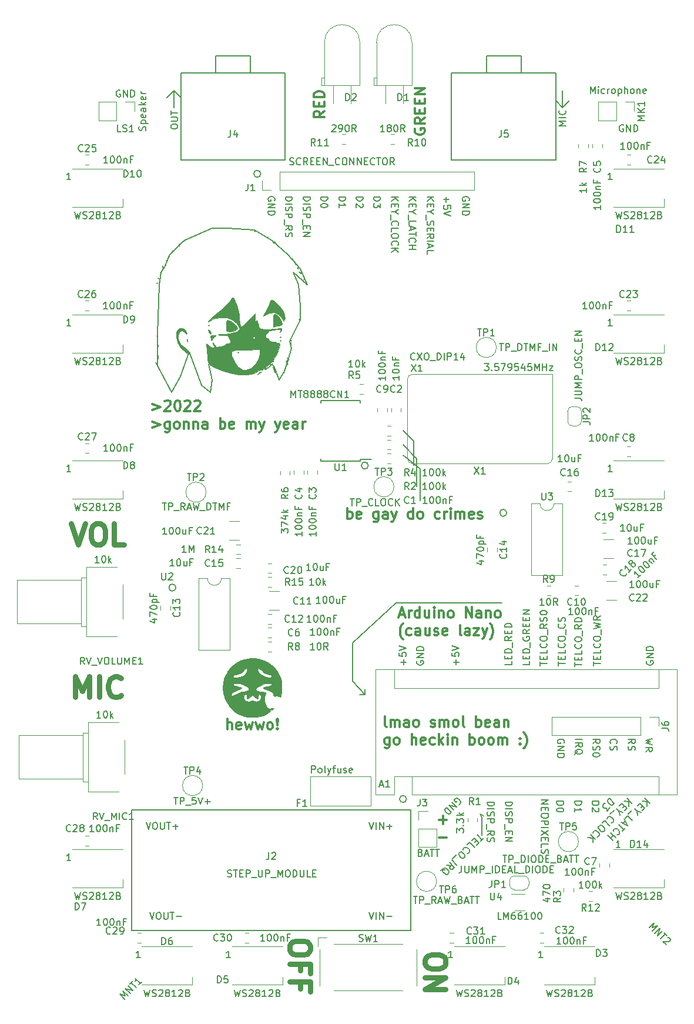
<source format=gto>
%TF.GenerationSoftware,KiCad,Pcbnew,5.0.2+dfsg1-1*%
%TF.CreationDate,2022-01-02T18:45:16-08:00*%
%TF.ProjectId,brains,62726169-6e73-42e6-9b69-6361645f7063,rev?*%
%TF.SameCoordinates,Original*%
%TF.FileFunction,Legend,Top*%
%TF.FilePolarity,Positive*%
%FSLAX46Y46*%
G04 Gerber Fmt 4.6, Leading zero omitted, Abs format (unit mm)*
G04 Created by KiCad (PCBNEW 5.0.2+dfsg1-1) date Sun 02 Jan 2022 06:45:16 PM PST*
%MOMM*%
%LPD*%
G01*
G04 APERTURE LIST*
%ADD10C,0.300000*%
%ADD11C,0.200000*%
%ADD12C,0.150000*%
%ADD13C,0.750000*%
%ADD14C,0.120000*%
%ADD15C,0.010000*%
%ADD16C,3.000000*%
%ADD17O,1.700000X1.700000*%
%ADD18R,1.700000X1.700000*%
%ADD19C,0.100000*%
%ADD20C,1.150000*%
%ADD21R,1.600000X1.600000*%
%ADD22O,1.600000X1.600000*%
%ADD23R,1.750000X0.450000*%
%ADD24O,2.400000X1.600000*%
%ADD25R,2.400000X1.600000*%
%ADD26C,2.000000*%
%ADD27C,1.700000*%
%ADD28C,1.800000*%
%ADD29R,1.800000X1.800000*%
%ADD30R,1.500000X1.000000*%
%ADD31R,1.500000X0.400000*%
%ADD32C,8.600000*%
%ADD33C,0.900000*%
%ADD34O,1.524000X2.500000*%
%ADD35C,2.500000*%
%ADD36C,0.500000*%
%ADD37C,1.325000*%
%ADD38C,4.600000*%
%ADD39R,2.500000X2.500000*%
G04 APERTURE END LIST*
D10*
X145007428Y-92626571D02*
X145007428Y-91126571D01*
X145007428Y-91698000D02*
X145150285Y-91626571D01*
X145436000Y-91626571D01*
X145578857Y-91698000D01*
X145650285Y-91769428D01*
X145721714Y-91912285D01*
X145721714Y-92340857D01*
X145650285Y-92483714D01*
X145578857Y-92555142D01*
X145436000Y-92626571D01*
X145150285Y-92626571D01*
X145007428Y-92555142D01*
X146936000Y-92555142D02*
X146793142Y-92626571D01*
X146507428Y-92626571D01*
X146364571Y-92555142D01*
X146293142Y-92412285D01*
X146293142Y-91840857D01*
X146364571Y-91698000D01*
X146507428Y-91626571D01*
X146793142Y-91626571D01*
X146936000Y-91698000D01*
X147007428Y-91840857D01*
X147007428Y-91983714D01*
X146293142Y-92126571D01*
X149436000Y-91626571D02*
X149436000Y-92840857D01*
X149364571Y-92983714D01*
X149293142Y-93055142D01*
X149150285Y-93126571D01*
X148936000Y-93126571D01*
X148793142Y-93055142D01*
X149436000Y-92555142D02*
X149293142Y-92626571D01*
X149007428Y-92626571D01*
X148864571Y-92555142D01*
X148793142Y-92483714D01*
X148721714Y-92340857D01*
X148721714Y-91912285D01*
X148793142Y-91769428D01*
X148864571Y-91698000D01*
X149007428Y-91626571D01*
X149293142Y-91626571D01*
X149436000Y-91698000D01*
X150793142Y-92626571D02*
X150793142Y-91840857D01*
X150721714Y-91698000D01*
X150578857Y-91626571D01*
X150293142Y-91626571D01*
X150150285Y-91698000D01*
X150793142Y-92555142D02*
X150650285Y-92626571D01*
X150293142Y-92626571D01*
X150150285Y-92555142D01*
X150078857Y-92412285D01*
X150078857Y-92269428D01*
X150150285Y-92126571D01*
X150293142Y-92055142D01*
X150650285Y-92055142D01*
X150793142Y-91983714D01*
X151364571Y-91626571D02*
X151721714Y-92626571D01*
X152078857Y-91626571D02*
X151721714Y-92626571D01*
X151578857Y-92983714D01*
X151507428Y-93055142D01*
X151364571Y-93126571D01*
X154436000Y-92626571D02*
X154436000Y-91126571D01*
X154436000Y-92555142D02*
X154293142Y-92626571D01*
X154007428Y-92626571D01*
X153864571Y-92555142D01*
X153793142Y-92483714D01*
X153721714Y-92340857D01*
X153721714Y-91912285D01*
X153793142Y-91769428D01*
X153864571Y-91698000D01*
X154007428Y-91626571D01*
X154293142Y-91626571D01*
X154436000Y-91698000D01*
X155364571Y-92626571D02*
X155221714Y-92555142D01*
X155150285Y-92483714D01*
X155078857Y-92340857D01*
X155078857Y-91912285D01*
X155150285Y-91769428D01*
X155221714Y-91698000D01*
X155364571Y-91626571D01*
X155578857Y-91626571D01*
X155721714Y-91698000D01*
X155793142Y-91769428D01*
X155864571Y-91912285D01*
X155864571Y-92340857D01*
X155793142Y-92483714D01*
X155721714Y-92555142D01*
X155578857Y-92626571D01*
X155364571Y-92626571D01*
X158293142Y-92555142D02*
X158150285Y-92626571D01*
X157864571Y-92626571D01*
X157721714Y-92555142D01*
X157650285Y-92483714D01*
X157578857Y-92340857D01*
X157578857Y-91912285D01*
X157650285Y-91769428D01*
X157721714Y-91698000D01*
X157864571Y-91626571D01*
X158150285Y-91626571D01*
X158293142Y-91698000D01*
X158936000Y-92626571D02*
X158936000Y-91626571D01*
X158936000Y-91912285D02*
X159007428Y-91769428D01*
X159078857Y-91698000D01*
X159221714Y-91626571D01*
X159364571Y-91626571D01*
X159864571Y-92626571D02*
X159864571Y-91626571D01*
X159864571Y-91126571D02*
X159793142Y-91198000D01*
X159864571Y-91269428D01*
X159936000Y-91198000D01*
X159864571Y-91126571D01*
X159864571Y-91269428D01*
X160578857Y-92626571D02*
X160578857Y-91626571D01*
X160578857Y-91769428D02*
X160650285Y-91698000D01*
X160793142Y-91626571D01*
X161007428Y-91626571D01*
X161150285Y-91698000D01*
X161221714Y-91840857D01*
X161221714Y-92626571D01*
X161221714Y-91840857D02*
X161293142Y-91698000D01*
X161436000Y-91626571D01*
X161650285Y-91626571D01*
X161793142Y-91698000D01*
X161864571Y-91840857D01*
X161864571Y-92626571D01*
X163150285Y-92555142D02*
X163007428Y-92626571D01*
X162721714Y-92626571D01*
X162578857Y-92555142D01*
X162507428Y-92412285D01*
X162507428Y-91840857D01*
X162578857Y-91698000D01*
X162721714Y-91626571D01*
X163007428Y-91626571D01*
X163150285Y-91698000D01*
X163221714Y-91840857D01*
X163221714Y-91983714D01*
X162507428Y-92126571D01*
X163793142Y-92555142D02*
X163936000Y-92626571D01*
X164221714Y-92626571D01*
X164364571Y-92555142D01*
X164436000Y-92412285D01*
X164436000Y-92340857D01*
X164364571Y-92198000D01*
X164221714Y-92126571D01*
X164007428Y-92126571D01*
X163864571Y-92055142D01*
X163793142Y-91912285D01*
X163793142Y-91840857D01*
X163864571Y-91698000D01*
X164007428Y-91626571D01*
X164221714Y-91626571D01*
X164364571Y-91698000D01*
X116884142Y-76127571D02*
X118027000Y-76556142D01*
X116884142Y-76984714D01*
X118669857Y-75770428D02*
X118741285Y-75699000D01*
X118884142Y-75627571D01*
X119241285Y-75627571D01*
X119384142Y-75699000D01*
X119455571Y-75770428D01*
X119527000Y-75913285D01*
X119527000Y-76056142D01*
X119455571Y-76270428D01*
X118598428Y-77127571D01*
X119527000Y-77127571D01*
X120455571Y-75627571D02*
X120598428Y-75627571D01*
X120741285Y-75699000D01*
X120812714Y-75770428D01*
X120884142Y-75913285D01*
X120955571Y-76199000D01*
X120955571Y-76556142D01*
X120884142Y-76841857D01*
X120812714Y-76984714D01*
X120741285Y-77056142D01*
X120598428Y-77127571D01*
X120455571Y-77127571D01*
X120312714Y-77056142D01*
X120241285Y-76984714D01*
X120169857Y-76841857D01*
X120098428Y-76556142D01*
X120098428Y-76199000D01*
X120169857Y-75913285D01*
X120241285Y-75770428D01*
X120312714Y-75699000D01*
X120455571Y-75627571D01*
X121527000Y-75770428D02*
X121598428Y-75699000D01*
X121741285Y-75627571D01*
X122098428Y-75627571D01*
X122241285Y-75699000D01*
X122312714Y-75770428D01*
X122384142Y-75913285D01*
X122384142Y-76056142D01*
X122312714Y-76270428D01*
X121455571Y-77127571D01*
X122384142Y-77127571D01*
X122955571Y-75770428D02*
X123027000Y-75699000D01*
X123169857Y-75627571D01*
X123527000Y-75627571D01*
X123669857Y-75699000D01*
X123741285Y-75770428D01*
X123812714Y-75913285D01*
X123812714Y-76056142D01*
X123741285Y-76270428D01*
X122884142Y-77127571D01*
X123812714Y-77127571D01*
X116884142Y-78677571D02*
X118027000Y-79106142D01*
X116884142Y-79534714D01*
X119384142Y-78677571D02*
X119384142Y-79891857D01*
X119312714Y-80034714D01*
X119241285Y-80106142D01*
X119098428Y-80177571D01*
X118884142Y-80177571D01*
X118741285Y-80106142D01*
X119384142Y-79606142D02*
X119241285Y-79677571D01*
X118955571Y-79677571D01*
X118812714Y-79606142D01*
X118741285Y-79534714D01*
X118669857Y-79391857D01*
X118669857Y-78963285D01*
X118741285Y-78820428D01*
X118812714Y-78749000D01*
X118955571Y-78677571D01*
X119241285Y-78677571D01*
X119384142Y-78749000D01*
X120312714Y-79677571D02*
X120169857Y-79606142D01*
X120098428Y-79534714D01*
X120027000Y-79391857D01*
X120027000Y-78963285D01*
X120098428Y-78820428D01*
X120169857Y-78749000D01*
X120312714Y-78677571D01*
X120527000Y-78677571D01*
X120669857Y-78749000D01*
X120741285Y-78820428D01*
X120812714Y-78963285D01*
X120812714Y-79391857D01*
X120741285Y-79534714D01*
X120669857Y-79606142D01*
X120527000Y-79677571D01*
X120312714Y-79677571D01*
X121455571Y-78677571D02*
X121455571Y-79677571D01*
X121455571Y-78820428D02*
X121527000Y-78749000D01*
X121669857Y-78677571D01*
X121884142Y-78677571D01*
X122027000Y-78749000D01*
X122098428Y-78891857D01*
X122098428Y-79677571D01*
X122812714Y-78677571D02*
X122812714Y-79677571D01*
X122812714Y-78820428D02*
X122884142Y-78749000D01*
X123027000Y-78677571D01*
X123241285Y-78677571D01*
X123384142Y-78749000D01*
X123455571Y-78891857D01*
X123455571Y-79677571D01*
X124812714Y-79677571D02*
X124812714Y-78891857D01*
X124741285Y-78749000D01*
X124598428Y-78677571D01*
X124312714Y-78677571D01*
X124169857Y-78749000D01*
X124812714Y-79606142D02*
X124669857Y-79677571D01*
X124312714Y-79677571D01*
X124169857Y-79606142D01*
X124098428Y-79463285D01*
X124098428Y-79320428D01*
X124169857Y-79177571D01*
X124312714Y-79106142D01*
X124669857Y-79106142D01*
X124812714Y-79034714D01*
X126669857Y-79677571D02*
X126669857Y-78177571D01*
X126669857Y-78749000D02*
X126812714Y-78677571D01*
X127098428Y-78677571D01*
X127241285Y-78749000D01*
X127312714Y-78820428D01*
X127384142Y-78963285D01*
X127384142Y-79391857D01*
X127312714Y-79534714D01*
X127241285Y-79606142D01*
X127098428Y-79677571D01*
X126812714Y-79677571D01*
X126669857Y-79606142D01*
X128598428Y-79606142D02*
X128455571Y-79677571D01*
X128169857Y-79677571D01*
X128027000Y-79606142D01*
X127955571Y-79463285D01*
X127955571Y-78891857D01*
X128027000Y-78749000D01*
X128169857Y-78677571D01*
X128455571Y-78677571D01*
X128598428Y-78749000D01*
X128669857Y-78891857D01*
X128669857Y-79034714D01*
X127955571Y-79177571D01*
X130455571Y-79677571D02*
X130455571Y-78677571D01*
X130455571Y-78820428D02*
X130527000Y-78749000D01*
X130669857Y-78677571D01*
X130884142Y-78677571D01*
X131027000Y-78749000D01*
X131098428Y-78891857D01*
X131098428Y-79677571D01*
X131098428Y-78891857D02*
X131169857Y-78749000D01*
X131312714Y-78677571D01*
X131527000Y-78677571D01*
X131669857Y-78749000D01*
X131741285Y-78891857D01*
X131741285Y-79677571D01*
X132312714Y-78677571D02*
X132669857Y-79677571D01*
X133027000Y-78677571D02*
X132669857Y-79677571D01*
X132527000Y-80034714D01*
X132455571Y-80106142D01*
X132312714Y-80177571D01*
X134598428Y-78677571D02*
X134955571Y-79677571D01*
X135312714Y-78677571D02*
X134955571Y-79677571D01*
X134812714Y-80034714D01*
X134741285Y-80106142D01*
X134598428Y-80177571D01*
X136455571Y-79606142D02*
X136312714Y-79677571D01*
X136027000Y-79677571D01*
X135884142Y-79606142D01*
X135812714Y-79463285D01*
X135812714Y-78891857D01*
X135884142Y-78749000D01*
X136027000Y-78677571D01*
X136312714Y-78677571D01*
X136455571Y-78749000D01*
X136527000Y-78891857D01*
X136527000Y-79034714D01*
X135812714Y-79177571D01*
X137812714Y-79677571D02*
X137812714Y-78891857D01*
X137741285Y-78749000D01*
X137598428Y-78677571D01*
X137312714Y-78677571D01*
X137169857Y-78749000D01*
X137812714Y-79606142D02*
X137669857Y-79677571D01*
X137312714Y-79677571D01*
X137169857Y-79606142D01*
X137098428Y-79463285D01*
X137098428Y-79320428D01*
X137169857Y-79177571D01*
X137312714Y-79106142D01*
X137669857Y-79106142D01*
X137812714Y-79034714D01*
X138527000Y-79677571D02*
X138527000Y-78677571D01*
X138527000Y-78963285D02*
X138598428Y-78820428D01*
X138669857Y-78749000D01*
X138812714Y-78677571D01*
X138955571Y-78677571D01*
D11*
X119634000Y-74422000D02*
X117348000Y-70104000D01*
X120904000Y-72136000D02*
X119634000Y-74422000D01*
X122174000Y-68580000D02*
X120904000Y-72136000D01*
X123952000Y-73406000D02*
X122174000Y-68580000D01*
X125222000Y-74422000D02*
X123952000Y-73406000D01*
X125476000Y-72644000D02*
X125222000Y-74422000D01*
X124968000Y-70358000D02*
X125476000Y-72644000D01*
X134366000Y-70612000D02*
X133858000Y-70358000D01*
X135128000Y-72644000D02*
X134366000Y-70612000D01*
X135890000Y-71374000D02*
X135128000Y-72644000D01*
X136398000Y-69850000D02*
X135890000Y-71374000D01*
X136906000Y-68072000D02*
X136398000Y-69850000D01*
X136652000Y-67056000D02*
X136906000Y-68072000D01*
X138176000Y-64008000D02*
X136652000Y-67056000D01*
X138176000Y-61976000D02*
X138176000Y-64008000D01*
X137922000Y-58928000D02*
X138176000Y-61976000D01*
X137160000Y-57150000D02*
X137922000Y-58928000D01*
X139192000Y-58928000D02*
X137160000Y-57150000D01*
X138176000Y-56642000D02*
X139192000Y-58928000D01*
X136398000Y-54610000D02*
X138176000Y-56642000D01*
X134112000Y-52578000D02*
X136398000Y-54610000D01*
X131572000Y-51054000D02*
X134112000Y-52578000D01*
X127762000Y-50800000D02*
X131572000Y-51054000D01*
X125476000Y-50800000D02*
X127762000Y-50800000D01*
X121412000Y-52578000D02*
X125476000Y-50800000D01*
X120650000Y-53340000D02*
X121412000Y-52578000D01*
X119380000Y-54610000D02*
X120650000Y-53340000D01*
X118618000Y-56388000D02*
X119380000Y-54610000D01*
X118110000Y-57150000D02*
X118618000Y-56388000D01*
X117856000Y-58928000D02*
X118110000Y-57150000D01*
X117602000Y-66040000D02*
X117856000Y-58928000D01*
X117602000Y-67818000D02*
X117602000Y-66040000D01*
X117602000Y-70358000D02*
X117602000Y-67818000D01*
D10*
X127728349Y-122988544D02*
X127728349Y-121488544D01*
X128371206Y-122988544D02*
X128371206Y-122202830D01*
X128299778Y-122059973D01*
X128156920Y-121988544D01*
X127942635Y-121988544D01*
X127799778Y-122059973D01*
X127728349Y-122131401D01*
X129656920Y-122917115D02*
X129514063Y-122988544D01*
X129228349Y-122988544D01*
X129085492Y-122917115D01*
X129014063Y-122774258D01*
X129014063Y-122202830D01*
X129085492Y-122059973D01*
X129228349Y-121988544D01*
X129514063Y-121988544D01*
X129656920Y-122059973D01*
X129728349Y-122202830D01*
X129728349Y-122345687D01*
X129014063Y-122488544D01*
X130228349Y-121988544D02*
X130514063Y-122988544D01*
X130799778Y-122274258D01*
X131085492Y-122988544D01*
X131371206Y-121988544D01*
X131799778Y-121988544D02*
X132085492Y-122988544D01*
X132371206Y-122274258D01*
X132656920Y-122988544D01*
X132942635Y-121988544D01*
X133728349Y-122988544D02*
X133585492Y-122917115D01*
X133514063Y-122845687D01*
X133442635Y-122702830D01*
X133442635Y-122274258D01*
X133514063Y-122131401D01*
X133585492Y-122059973D01*
X133728349Y-121988544D01*
X133942635Y-121988544D01*
X134085492Y-122059973D01*
X134156920Y-122131401D01*
X134228349Y-122274258D01*
X134228349Y-122702830D01*
X134156920Y-122845687D01*
X134085492Y-122917115D01*
X133942635Y-122988544D01*
X133728349Y-122988544D01*
X134871206Y-122845687D02*
X134942635Y-122917115D01*
X134871206Y-122988544D01*
X134799778Y-122917115D01*
X134871206Y-122845687D01*
X134871206Y-122988544D01*
X134871206Y-122417115D02*
X134799778Y-121559973D01*
X134871206Y-121488544D01*
X134942635Y-121559973D01*
X134871206Y-122417115D01*
X134871206Y-121488544D01*
X158178571Y-138537142D02*
X159321428Y-138537142D01*
X158178571Y-135997142D02*
X159321428Y-135997142D01*
X158750000Y-136568571D02*
X158750000Y-135425714D01*
D12*
X127731047Y-144168761D02*
X127873904Y-144216380D01*
X128112000Y-144216380D01*
X128207238Y-144168761D01*
X128254857Y-144121142D01*
X128302476Y-144025904D01*
X128302476Y-143930666D01*
X128254857Y-143835428D01*
X128207238Y-143787809D01*
X128112000Y-143740190D01*
X127921523Y-143692571D01*
X127826285Y-143644952D01*
X127778666Y-143597333D01*
X127731047Y-143502095D01*
X127731047Y-143406857D01*
X127778666Y-143311619D01*
X127826285Y-143264000D01*
X127921523Y-143216380D01*
X128159619Y-143216380D01*
X128302476Y-143264000D01*
X128588190Y-143216380D02*
X129159619Y-143216380D01*
X128873904Y-144216380D02*
X128873904Y-143216380D01*
X129492952Y-143692571D02*
X129826285Y-143692571D01*
X129969142Y-144216380D02*
X129492952Y-144216380D01*
X129492952Y-143216380D01*
X129969142Y-143216380D01*
X130397714Y-144216380D02*
X130397714Y-143216380D01*
X130778666Y-143216380D01*
X130873904Y-143264000D01*
X130921523Y-143311619D01*
X130969142Y-143406857D01*
X130969142Y-143549714D01*
X130921523Y-143644952D01*
X130873904Y-143692571D01*
X130778666Y-143740190D01*
X130397714Y-143740190D01*
X131159619Y-144311619D02*
X131921523Y-144311619D01*
X132159619Y-143216380D02*
X132159619Y-144025904D01*
X132207238Y-144121142D01*
X132254857Y-144168761D01*
X132350095Y-144216380D01*
X132540571Y-144216380D01*
X132635809Y-144168761D01*
X132683428Y-144121142D01*
X132731047Y-144025904D01*
X132731047Y-143216380D01*
X133207238Y-144216380D02*
X133207238Y-143216380D01*
X133588190Y-143216380D01*
X133683428Y-143264000D01*
X133731047Y-143311619D01*
X133778666Y-143406857D01*
X133778666Y-143549714D01*
X133731047Y-143644952D01*
X133683428Y-143692571D01*
X133588190Y-143740190D01*
X133207238Y-143740190D01*
X133969142Y-144311619D02*
X134731047Y-144311619D01*
X134969142Y-144216380D02*
X134969142Y-143216380D01*
X135302476Y-143930666D01*
X135635809Y-143216380D01*
X135635809Y-144216380D01*
X136302476Y-143216380D02*
X136492952Y-143216380D01*
X136588190Y-143264000D01*
X136683428Y-143359238D01*
X136731047Y-143549714D01*
X136731047Y-143883047D01*
X136683428Y-144073523D01*
X136588190Y-144168761D01*
X136492952Y-144216380D01*
X136302476Y-144216380D01*
X136207238Y-144168761D01*
X136112000Y-144073523D01*
X136064380Y-143883047D01*
X136064380Y-143549714D01*
X136112000Y-143359238D01*
X136207238Y-143264000D01*
X136302476Y-143216380D01*
X137159619Y-144216380D02*
X137159619Y-143216380D01*
X137397714Y-143216380D01*
X137540571Y-143264000D01*
X137635809Y-143359238D01*
X137683428Y-143454476D01*
X137731047Y-143644952D01*
X137731047Y-143787809D01*
X137683428Y-143978285D01*
X137635809Y-144073523D01*
X137540571Y-144168761D01*
X137397714Y-144216380D01*
X137159619Y-144216380D01*
X138159619Y-143216380D02*
X138159619Y-144025904D01*
X138207238Y-144121142D01*
X138254857Y-144168761D01*
X138350095Y-144216380D01*
X138540571Y-144216380D01*
X138635809Y-144168761D01*
X138683428Y-144121142D01*
X138731047Y-144025904D01*
X138731047Y-143216380D01*
X139683428Y-144216380D02*
X139207238Y-144216380D01*
X139207238Y-143216380D01*
X140016761Y-143692571D02*
X140350095Y-143692571D01*
X140492952Y-144216380D02*
X140016761Y-144216380D01*
X140016761Y-143216380D01*
X140492952Y-143216380D01*
D11*
X164084000Y-135128000D02*
X164592000Y-135382000D01*
X164338000Y-135636000D02*
X164084000Y-135128000D01*
X164338000Y-138176000D02*
X164338000Y-135636000D01*
D12*
X164743428Y-70318380D02*
X165362476Y-70318380D01*
X165029142Y-70699333D01*
X165172000Y-70699333D01*
X165267238Y-70746952D01*
X165314857Y-70794571D01*
X165362476Y-70889809D01*
X165362476Y-71127904D01*
X165314857Y-71223142D01*
X165267238Y-71270761D01*
X165172000Y-71318380D01*
X164886285Y-71318380D01*
X164791047Y-71270761D01*
X164743428Y-71223142D01*
X165791047Y-71223142D02*
X165838666Y-71270761D01*
X165791047Y-71318380D01*
X165743428Y-71270761D01*
X165791047Y-71223142D01*
X165791047Y-71318380D01*
X166743428Y-70318380D02*
X166267238Y-70318380D01*
X166219619Y-70794571D01*
X166267238Y-70746952D01*
X166362476Y-70699333D01*
X166600571Y-70699333D01*
X166695809Y-70746952D01*
X166743428Y-70794571D01*
X166791047Y-70889809D01*
X166791047Y-71127904D01*
X166743428Y-71223142D01*
X166695809Y-71270761D01*
X166600571Y-71318380D01*
X166362476Y-71318380D01*
X166267238Y-71270761D01*
X166219619Y-71223142D01*
X167124380Y-70318380D02*
X167791047Y-70318380D01*
X167362476Y-71318380D01*
X168219619Y-71318380D02*
X168410095Y-71318380D01*
X168505333Y-71270761D01*
X168552952Y-71223142D01*
X168648190Y-71080285D01*
X168695809Y-70889809D01*
X168695809Y-70508857D01*
X168648190Y-70413619D01*
X168600571Y-70366000D01*
X168505333Y-70318380D01*
X168314857Y-70318380D01*
X168219619Y-70366000D01*
X168172000Y-70413619D01*
X168124380Y-70508857D01*
X168124380Y-70746952D01*
X168172000Y-70842190D01*
X168219619Y-70889809D01*
X168314857Y-70937428D01*
X168505333Y-70937428D01*
X168600571Y-70889809D01*
X168648190Y-70842190D01*
X168695809Y-70746952D01*
X169600571Y-70318380D02*
X169124380Y-70318380D01*
X169076761Y-70794571D01*
X169124380Y-70746952D01*
X169219619Y-70699333D01*
X169457714Y-70699333D01*
X169552952Y-70746952D01*
X169600571Y-70794571D01*
X169648190Y-70889809D01*
X169648190Y-71127904D01*
X169600571Y-71223142D01*
X169552952Y-71270761D01*
X169457714Y-71318380D01*
X169219619Y-71318380D01*
X169124380Y-71270761D01*
X169076761Y-71223142D01*
X170505333Y-70651714D02*
X170505333Y-71318380D01*
X170267238Y-70270761D02*
X170029142Y-70985047D01*
X170648190Y-70985047D01*
X171505333Y-70318380D02*
X171029142Y-70318380D01*
X170981523Y-70794571D01*
X171029142Y-70746952D01*
X171124380Y-70699333D01*
X171362476Y-70699333D01*
X171457714Y-70746952D01*
X171505333Y-70794571D01*
X171552952Y-70889809D01*
X171552952Y-71127904D01*
X171505333Y-71223142D01*
X171457714Y-71270761D01*
X171362476Y-71318380D01*
X171124380Y-71318380D01*
X171029142Y-71270761D01*
X170981523Y-71223142D01*
X171981523Y-71318380D02*
X171981523Y-70318380D01*
X172314857Y-71032666D01*
X172648190Y-70318380D01*
X172648190Y-71318380D01*
X173124380Y-71318380D02*
X173124380Y-70318380D01*
X173124380Y-70794571D02*
X173695809Y-70794571D01*
X173695809Y-71318380D02*
X173695809Y-70318380D01*
X174076761Y-70651714D02*
X174600571Y-70651714D01*
X174076761Y-71318380D01*
X174600571Y-71318380D01*
D11*
X155500000Y-85500000D02*
X153000000Y-83500000D01*
X155500000Y-90000000D02*
X155500000Y-85500000D01*
X155000000Y-84000000D02*
X153000000Y-82000000D01*
X155000000Y-88000000D02*
X155000000Y-84000000D01*
X154500000Y-81500000D02*
X153000000Y-80000000D01*
X154500000Y-82000000D02*
X154500000Y-81500000D01*
X154500000Y-85000000D02*
X154500000Y-82000000D01*
X176000000Y-33500000D02*
X177000000Y-32500000D01*
X175000000Y-32500000D02*
X176000000Y-33500000D01*
X176000000Y-33500000D02*
X175000000Y-32500000D01*
X176000000Y-31000000D02*
X176000000Y-33500000D01*
X120000000Y-31000000D02*
X121000000Y-32000000D01*
X119000000Y-32000000D02*
X120000000Y-31000000D01*
X120000000Y-31000000D02*
X119000000Y-32000000D01*
X120000000Y-33500000D02*
X120000000Y-31000000D01*
D13*
X105214285Y-93357142D02*
X106214285Y-96357142D01*
X107214285Y-93357142D01*
X108785714Y-93357142D02*
X109357142Y-93357142D01*
X109642857Y-93500000D01*
X109928571Y-93785714D01*
X110071428Y-94357142D01*
X110071428Y-95357142D01*
X109928571Y-95928571D01*
X109642857Y-96214285D01*
X109357142Y-96357142D01*
X108785714Y-96357142D01*
X108500000Y-96214285D01*
X108214285Y-95928571D01*
X108071428Y-95357142D01*
X108071428Y-94357142D01*
X108214285Y-93785714D01*
X108500000Y-93500000D01*
X108785714Y-93357142D01*
X112785714Y-96357142D02*
X111357142Y-96357142D01*
X111357142Y-93357142D01*
X105785714Y-118357142D02*
X105785714Y-115357142D01*
X106785714Y-117500000D01*
X107785714Y-115357142D01*
X107785714Y-118357142D01*
X109214285Y-118357142D02*
X109214285Y-115357142D01*
X112357142Y-118071428D02*
X112214285Y-118214285D01*
X111785714Y-118357142D01*
X111500000Y-118357142D01*
X111071428Y-118214285D01*
X110785714Y-117928571D01*
X110642857Y-117642857D01*
X110500000Y-117071428D01*
X110500000Y-116642857D01*
X110642857Y-116071428D01*
X110785714Y-115785714D01*
X111071428Y-115500000D01*
X111500000Y-115357142D01*
X111785714Y-115357142D01*
X112214285Y-115500000D01*
X112357142Y-115642857D01*
D10*
X141678571Y-33964285D02*
X140964285Y-34464285D01*
X141678571Y-34821428D02*
X140178571Y-34821428D01*
X140178571Y-34250000D01*
X140250000Y-34107142D01*
X140321428Y-34035714D01*
X140464285Y-33964285D01*
X140678571Y-33964285D01*
X140821428Y-34035714D01*
X140892857Y-34107142D01*
X140964285Y-34250000D01*
X140964285Y-34821428D01*
X140892857Y-33321428D02*
X140892857Y-32821428D01*
X141678571Y-32607142D02*
X141678571Y-33321428D01*
X140178571Y-33321428D01*
X140178571Y-32607142D01*
X141678571Y-31964285D02*
X140178571Y-31964285D01*
X140178571Y-31607142D01*
X140250000Y-31392857D01*
X140392857Y-31250000D01*
X140535714Y-31178571D01*
X140821428Y-31107142D01*
X141035714Y-31107142D01*
X141321428Y-31178571D01*
X141464285Y-31250000D01*
X141607142Y-31392857D01*
X141678571Y-31607142D01*
X141678571Y-31964285D01*
X154750000Y-36500000D02*
X154678571Y-36642857D01*
X154678571Y-36857142D01*
X154750000Y-37071428D01*
X154892857Y-37214285D01*
X155035714Y-37285714D01*
X155321428Y-37357142D01*
X155535714Y-37357142D01*
X155821428Y-37285714D01*
X155964285Y-37214285D01*
X156107142Y-37071428D01*
X156178571Y-36857142D01*
X156178571Y-36714285D01*
X156107142Y-36500000D01*
X156035714Y-36428571D01*
X155535714Y-36428571D01*
X155535714Y-36714285D01*
X156178571Y-34928571D02*
X155464285Y-35428571D01*
X156178571Y-35785714D02*
X154678571Y-35785714D01*
X154678571Y-35214285D01*
X154750000Y-35071428D01*
X154821428Y-35000000D01*
X154964285Y-34928571D01*
X155178571Y-34928571D01*
X155321428Y-35000000D01*
X155392857Y-35071428D01*
X155464285Y-35214285D01*
X155464285Y-35785714D01*
X155392857Y-34285714D02*
X155392857Y-33785714D01*
X156178571Y-33571428D02*
X156178571Y-34285714D01*
X154678571Y-34285714D01*
X154678571Y-33571428D01*
X155392857Y-32928571D02*
X155392857Y-32428571D01*
X156178571Y-32214285D02*
X156178571Y-32928571D01*
X154678571Y-32928571D01*
X154678571Y-32214285D01*
X156178571Y-31571428D02*
X154678571Y-31571428D01*
X156178571Y-30714285D01*
X154678571Y-30714285D01*
D12*
X134500000Y-46859404D02*
X134547619Y-46764166D01*
X134547619Y-46621309D01*
X134500000Y-46478452D01*
X134404761Y-46383214D01*
X134309523Y-46335595D01*
X134119047Y-46287976D01*
X133976190Y-46287976D01*
X133785714Y-46335595D01*
X133690476Y-46383214D01*
X133595238Y-46478452D01*
X133547619Y-46621309D01*
X133547619Y-46716547D01*
X133595238Y-46859404D01*
X133642857Y-46907023D01*
X133976190Y-46907023D01*
X133976190Y-46716547D01*
X133547619Y-47335595D02*
X134547619Y-47335595D01*
X133547619Y-47907023D01*
X134547619Y-47907023D01*
X133547619Y-48383214D02*
X134547619Y-48383214D01*
X134547619Y-48621309D01*
X134500000Y-48764166D01*
X134404761Y-48859404D01*
X134309523Y-48907023D01*
X134119047Y-48954642D01*
X133976190Y-48954642D01*
X133785714Y-48907023D01*
X133690476Y-48859404D01*
X133595238Y-48764166D01*
X133547619Y-48621309D01*
X133547619Y-48383214D01*
D10*
X150626428Y-122593571D02*
X150483571Y-122522142D01*
X150412142Y-122379285D01*
X150412142Y-121093571D01*
X151197857Y-122593571D02*
X151197857Y-121593571D01*
X151197857Y-121736428D02*
X151269285Y-121665000D01*
X151412142Y-121593571D01*
X151626428Y-121593571D01*
X151769285Y-121665000D01*
X151840714Y-121807857D01*
X151840714Y-122593571D01*
X151840714Y-121807857D02*
X151912142Y-121665000D01*
X152055000Y-121593571D01*
X152269285Y-121593571D01*
X152412142Y-121665000D01*
X152483571Y-121807857D01*
X152483571Y-122593571D01*
X153840714Y-122593571D02*
X153840714Y-121807857D01*
X153769285Y-121665000D01*
X153626428Y-121593571D01*
X153340714Y-121593571D01*
X153197857Y-121665000D01*
X153840714Y-122522142D02*
X153697857Y-122593571D01*
X153340714Y-122593571D01*
X153197857Y-122522142D01*
X153126428Y-122379285D01*
X153126428Y-122236428D01*
X153197857Y-122093571D01*
X153340714Y-122022142D01*
X153697857Y-122022142D01*
X153840714Y-121950714D01*
X154769285Y-122593571D02*
X154626428Y-122522142D01*
X154555000Y-122450714D01*
X154483571Y-122307857D01*
X154483571Y-121879285D01*
X154555000Y-121736428D01*
X154626428Y-121665000D01*
X154769285Y-121593571D01*
X154983571Y-121593571D01*
X155126428Y-121665000D01*
X155197857Y-121736428D01*
X155269285Y-121879285D01*
X155269285Y-122307857D01*
X155197857Y-122450714D01*
X155126428Y-122522142D01*
X154983571Y-122593571D01*
X154769285Y-122593571D01*
X156983571Y-122522142D02*
X157126428Y-122593571D01*
X157412142Y-122593571D01*
X157555000Y-122522142D01*
X157626428Y-122379285D01*
X157626428Y-122307857D01*
X157555000Y-122165000D01*
X157412142Y-122093571D01*
X157197857Y-122093571D01*
X157055000Y-122022142D01*
X156983571Y-121879285D01*
X156983571Y-121807857D01*
X157055000Y-121665000D01*
X157197857Y-121593571D01*
X157412142Y-121593571D01*
X157555000Y-121665000D01*
X158269285Y-122593571D02*
X158269285Y-121593571D01*
X158269285Y-121736428D02*
X158340714Y-121665000D01*
X158483571Y-121593571D01*
X158697857Y-121593571D01*
X158840714Y-121665000D01*
X158912142Y-121807857D01*
X158912142Y-122593571D01*
X158912142Y-121807857D02*
X158983571Y-121665000D01*
X159126428Y-121593571D01*
X159340714Y-121593571D01*
X159483571Y-121665000D01*
X159555000Y-121807857D01*
X159555000Y-122593571D01*
X160483571Y-122593571D02*
X160340714Y-122522142D01*
X160269285Y-122450714D01*
X160197857Y-122307857D01*
X160197857Y-121879285D01*
X160269285Y-121736428D01*
X160340714Y-121665000D01*
X160483571Y-121593571D01*
X160697857Y-121593571D01*
X160840714Y-121665000D01*
X160912142Y-121736428D01*
X160983571Y-121879285D01*
X160983571Y-122307857D01*
X160912142Y-122450714D01*
X160840714Y-122522142D01*
X160697857Y-122593571D01*
X160483571Y-122593571D01*
X161840714Y-122593571D02*
X161697857Y-122522142D01*
X161626428Y-122379285D01*
X161626428Y-121093571D01*
X163555000Y-122593571D02*
X163555000Y-121093571D01*
X163555000Y-121665000D02*
X163697857Y-121593571D01*
X163983571Y-121593571D01*
X164126428Y-121665000D01*
X164197857Y-121736428D01*
X164269285Y-121879285D01*
X164269285Y-122307857D01*
X164197857Y-122450714D01*
X164126428Y-122522142D01*
X163983571Y-122593571D01*
X163697857Y-122593571D01*
X163555000Y-122522142D01*
X165483571Y-122522142D02*
X165340714Y-122593571D01*
X165055000Y-122593571D01*
X164912142Y-122522142D01*
X164840714Y-122379285D01*
X164840714Y-121807857D01*
X164912142Y-121665000D01*
X165055000Y-121593571D01*
X165340714Y-121593571D01*
X165483571Y-121665000D01*
X165555000Y-121807857D01*
X165555000Y-121950714D01*
X164840714Y-122093571D01*
X166840714Y-122593571D02*
X166840714Y-121807857D01*
X166769285Y-121665000D01*
X166626428Y-121593571D01*
X166340714Y-121593571D01*
X166197857Y-121665000D01*
X166840714Y-122522142D02*
X166697857Y-122593571D01*
X166340714Y-122593571D01*
X166197857Y-122522142D01*
X166126428Y-122379285D01*
X166126428Y-122236428D01*
X166197857Y-122093571D01*
X166340714Y-122022142D01*
X166697857Y-122022142D01*
X166840714Y-121950714D01*
X167555000Y-121593571D02*
X167555000Y-122593571D01*
X167555000Y-121736428D02*
X167626428Y-121665000D01*
X167769285Y-121593571D01*
X167983571Y-121593571D01*
X168126428Y-121665000D01*
X168197857Y-121807857D01*
X168197857Y-122593571D01*
X151055000Y-124143571D02*
X151055000Y-125357857D01*
X150983571Y-125500714D01*
X150912142Y-125572142D01*
X150769285Y-125643571D01*
X150555000Y-125643571D01*
X150412142Y-125572142D01*
X151055000Y-125072142D02*
X150912142Y-125143571D01*
X150626428Y-125143571D01*
X150483571Y-125072142D01*
X150412142Y-125000714D01*
X150340714Y-124857857D01*
X150340714Y-124429285D01*
X150412142Y-124286428D01*
X150483571Y-124215000D01*
X150626428Y-124143571D01*
X150912142Y-124143571D01*
X151055000Y-124215000D01*
X151983571Y-125143571D02*
X151840714Y-125072142D01*
X151769285Y-125000714D01*
X151697857Y-124857857D01*
X151697857Y-124429285D01*
X151769285Y-124286428D01*
X151840714Y-124215000D01*
X151983571Y-124143571D01*
X152197857Y-124143571D01*
X152340714Y-124215000D01*
X152412142Y-124286428D01*
X152483571Y-124429285D01*
X152483571Y-124857857D01*
X152412142Y-125000714D01*
X152340714Y-125072142D01*
X152197857Y-125143571D01*
X151983571Y-125143571D01*
X154269285Y-125143571D02*
X154269285Y-123643571D01*
X154912142Y-125143571D02*
X154912142Y-124357857D01*
X154840714Y-124215000D01*
X154697857Y-124143571D01*
X154483571Y-124143571D01*
X154340714Y-124215000D01*
X154269285Y-124286428D01*
X156197857Y-125072142D02*
X156055000Y-125143571D01*
X155769285Y-125143571D01*
X155626428Y-125072142D01*
X155555000Y-124929285D01*
X155555000Y-124357857D01*
X155626428Y-124215000D01*
X155769285Y-124143571D01*
X156055000Y-124143571D01*
X156197857Y-124215000D01*
X156269285Y-124357857D01*
X156269285Y-124500714D01*
X155555000Y-124643571D01*
X157555000Y-125072142D02*
X157412142Y-125143571D01*
X157126428Y-125143571D01*
X156983571Y-125072142D01*
X156912142Y-125000714D01*
X156840714Y-124857857D01*
X156840714Y-124429285D01*
X156912142Y-124286428D01*
X156983571Y-124215000D01*
X157126428Y-124143571D01*
X157412142Y-124143571D01*
X157555000Y-124215000D01*
X158197857Y-125143571D02*
X158197857Y-123643571D01*
X158340714Y-124572142D02*
X158769285Y-125143571D01*
X158769285Y-124143571D02*
X158197857Y-124715000D01*
X159412142Y-125143571D02*
X159412142Y-124143571D01*
X159412142Y-123643571D02*
X159340714Y-123715000D01*
X159412142Y-123786428D01*
X159483571Y-123715000D01*
X159412142Y-123643571D01*
X159412142Y-123786428D01*
X160126428Y-124143571D02*
X160126428Y-125143571D01*
X160126428Y-124286428D02*
X160197857Y-124215000D01*
X160340714Y-124143571D01*
X160555000Y-124143571D01*
X160697857Y-124215000D01*
X160769285Y-124357857D01*
X160769285Y-125143571D01*
X162626428Y-125143571D02*
X162626428Y-123643571D01*
X162626428Y-124215000D02*
X162769285Y-124143571D01*
X163055000Y-124143571D01*
X163197857Y-124215000D01*
X163269285Y-124286428D01*
X163340714Y-124429285D01*
X163340714Y-124857857D01*
X163269285Y-125000714D01*
X163197857Y-125072142D01*
X163055000Y-125143571D01*
X162769285Y-125143571D01*
X162626428Y-125072142D01*
X164197857Y-125143571D02*
X164055000Y-125072142D01*
X163983571Y-125000714D01*
X163912142Y-124857857D01*
X163912142Y-124429285D01*
X163983571Y-124286428D01*
X164055000Y-124215000D01*
X164197857Y-124143571D01*
X164412142Y-124143571D01*
X164555000Y-124215000D01*
X164626428Y-124286428D01*
X164697857Y-124429285D01*
X164697857Y-124857857D01*
X164626428Y-125000714D01*
X164555000Y-125072142D01*
X164412142Y-125143571D01*
X164197857Y-125143571D01*
X165555000Y-125143571D02*
X165412142Y-125072142D01*
X165340714Y-125000714D01*
X165269285Y-124857857D01*
X165269285Y-124429285D01*
X165340714Y-124286428D01*
X165412142Y-124215000D01*
X165555000Y-124143571D01*
X165769285Y-124143571D01*
X165912142Y-124215000D01*
X165983571Y-124286428D01*
X166055000Y-124429285D01*
X166055000Y-124857857D01*
X165983571Y-125000714D01*
X165912142Y-125072142D01*
X165769285Y-125143571D01*
X165555000Y-125143571D01*
X166697857Y-125143571D02*
X166697857Y-124143571D01*
X166697857Y-124286428D02*
X166769285Y-124215000D01*
X166912142Y-124143571D01*
X167126428Y-124143571D01*
X167269285Y-124215000D01*
X167340714Y-124357857D01*
X167340714Y-125143571D01*
X167340714Y-124357857D02*
X167412142Y-124215000D01*
X167555000Y-124143571D01*
X167769285Y-124143571D01*
X167912142Y-124215000D01*
X167983571Y-124357857D01*
X167983571Y-125143571D01*
X169840714Y-125000714D02*
X169912142Y-125072142D01*
X169840714Y-125143571D01*
X169769285Y-125072142D01*
X169840714Y-125000714D01*
X169840714Y-125143571D01*
X169840714Y-124215000D02*
X169912142Y-124286428D01*
X169840714Y-124357857D01*
X169769285Y-124286428D01*
X169840714Y-124215000D01*
X169840714Y-124357857D01*
X170412142Y-125715000D02*
X170483571Y-125643571D01*
X170626428Y-125429285D01*
X170697857Y-125286428D01*
X170769285Y-125072142D01*
X170840714Y-124715000D01*
X170840714Y-124429285D01*
X170769285Y-124072142D01*
X170697857Y-123857857D01*
X170626428Y-123715000D01*
X170483571Y-123500714D01*
X170412142Y-123429285D01*
D13*
X139642857Y-154142857D02*
X139642857Y-154714285D01*
X139500000Y-155000000D01*
X139214285Y-155285714D01*
X138642857Y-155428571D01*
X137642857Y-155428571D01*
X137071428Y-155285714D01*
X136785714Y-155000000D01*
X136642857Y-154714285D01*
X136642857Y-154142857D01*
X136785714Y-153857142D01*
X137071428Y-153571428D01*
X137642857Y-153428571D01*
X138642857Y-153428571D01*
X139214285Y-153571428D01*
X139500000Y-153857142D01*
X139642857Y-154142857D01*
X138214285Y-157714285D02*
X138214285Y-156714285D01*
X136642857Y-156714285D02*
X139642857Y-156714285D01*
X139642857Y-158142857D01*
X138214285Y-160285714D02*
X138214285Y-159285714D01*
X136642857Y-159285714D02*
X139642857Y-159285714D01*
X139642857Y-160714285D01*
X159142857Y-156142857D02*
X159142857Y-156714285D01*
X159000000Y-157000000D01*
X158714285Y-157285714D01*
X158142857Y-157428571D01*
X157142857Y-157428571D01*
X156571428Y-157285714D01*
X156285714Y-157000000D01*
X156142857Y-156714285D01*
X156142857Y-156142857D01*
X156285714Y-155857142D01*
X156571428Y-155571428D01*
X157142857Y-155428571D01*
X158142857Y-155428571D01*
X158714285Y-155571428D01*
X159000000Y-155857142D01*
X159142857Y-156142857D01*
X156142857Y-158714285D02*
X159142857Y-158714285D01*
X156142857Y-160428571D01*
X159142857Y-160428571D01*
D11*
X147500000Y-118000000D02*
X146750000Y-118000000D01*
X147500000Y-118000000D02*
X147500000Y-117250000D01*
X145750000Y-116000000D02*
X147500000Y-118000000D01*
X145750000Y-110500000D02*
X145750000Y-116000000D01*
X152000000Y-104750000D02*
X145750000Y-110500000D01*
X167250000Y-104750000D02*
X152000000Y-104750000D01*
D10*
X152480714Y-106475000D02*
X153195000Y-106475000D01*
X152337857Y-106903571D02*
X152837857Y-105403571D01*
X153337857Y-106903571D01*
X153837857Y-106903571D02*
X153837857Y-105903571D01*
X153837857Y-106189285D02*
X153909285Y-106046428D01*
X153980714Y-105975000D01*
X154123571Y-105903571D01*
X154266428Y-105903571D01*
X155409285Y-106903571D02*
X155409285Y-105403571D01*
X155409285Y-106832142D02*
X155266428Y-106903571D01*
X154980714Y-106903571D01*
X154837857Y-106832142D01*
X154766428Y-106760714D01*
X154695000Y-106617857D01*
X154695000Y-106189285D01*
X154766428Y-106046428D01*
X154837857Y-105975000D01*
X154980714Y-105903571D01*
X155266428Y-105903571D01*
X155409285Y-105975000D01*
X156766428Y-105903571D02*
X156766428Y-106903571D01*
X156123571Y-105903571D02*
X156123571Y-106689285D01*
X156195000Y-106832142D01*
X156337857Y-106903571D01*
X156552142Y-106903571D01*
X156695000Y-106832142D01*
X156766428Y-106760714D01*
X157480714Y-106903571D02*
X157480714Y-105903571D01*
X157480714Y-105403571D02*
X157409285Y-105475000D01*
X157480714Y-105546428D01*
X157552142Y-105475000D01*
X157480714Y-105403571D01*
X157480714Y-105546428D01*
X158195000Y-105903571D02*
X158195000Y-106903571D01*
X158195000Y-106046428D02*
X158266428Y-105975000D01*
X158409285Y-105903571D01*
X158623571Y-105903571D01*
X158766428Y-105975000D01*
X158837857Y-106117857D01*
X158837857Y-106903571D01*
X159766428Y-106903571D02*
X159623571Y-106832142D01*
X159552142Y-106760714D01*
X159480714Y-106617857D01*
X159480714Y-106189285D01*
X159552142Y-106046428D01*
X159623571Y-105975000D01*
X159766428Y-105903571D01*
X159980714Y-105903571D01*
X160123571Y-105975000D01*
X160195000Y-106046428D01*
X160266428Y-106189285D01*
X160266428Y-106617857D01*
X160195000Y-106760714D01*
X160123571Y-106832142D01*
X159980714Y-106903571D01*
X159766428Y-106903571D01*
X162052142Y-106903571D02*
X162052142Y-105403571D01*
X162909285Y-106903571D01*
X162909285Y-105403571D01*
X164266428Y-106903571D02*
X164266428Y-106117857D01*
X164195000Y-105975000D01*
X164052142Y-105903571D01*
X163766428Y-105903571D01*
X163623571Y-105975000D01*
X164266428Y-106832142D02*
X164123571Y-106903571D01*
X163766428Y-106903571D01*
X163623571Y-106832142D01*
X163552142Y-106689285D01*
X163552142Y-106546428D01*
X163623571Y-106403571D01*
X163766428Y-106332142D01*
X164123571Y-106332142D01*
X164266428Y-106260714D01*
X164980714Y-105903571D02*
X164980714Y-106903571D01*
X164980714Y-106046428D02*
X165052142Y-105975000D01*
X165195000Y-105903571D01*
X165409285Y-105903571D01*
X165552142Y-105975000D01*
X165623571Y-106117857D01*
X165623571Y-106903571D01*
X166552142Y-106903571D02*
X166409285Y-106832142D01*
X166337857Y-106760714D01*
X166266428Y-106617857D01*
X166266428Y-106189285D01*
X166337857Y-106046428D01*
X166409285Y-105975000D01*
X166552142Y-105903571D01*
X166766428Y-105903571D01*
X166909285Y-105975000D01*
X166980714Y-106046428D01*
X167052142Y-106189285D01*
X167052142Y-106617857D01*
X166980714Y-106760714D01*
X166909285Y-106832142D01*
X166766428Y-106903571D01*
X166552142Y-106903571D01*
X152980714Y-110025000D02*
X152909285Y-109953571D01*
X152766428Y-109739285D01*
X152695000Y-109596428D01*
X152623571Y-109382142D01*
X152552142Y-109025000D01*
X152552142Y-108739285D01*
X152623571Y-108382142D01*
X152695000Y-108167857D01*
X152766428Y-108025000D01*
X152909285Y-107810714D01*
X152980714Y-107739285D01*
X154195000Y-109382142D02*
X154052142Y-109453571D01*
X153766428Y-109453571D01*
X153623571Y-109382142D01*
X153552142Y-109310714D01*
X153480714Y-109167857D01*
X153480714Y-108739285D01*
X153552142Y-108596428D01*
X153623571Y-108525000D01*
X153766428Y-108453571D01*
X154052142Y-108453571D01*
X154195000Y-108525000D01*
X155480714Y-109453571D02*
X155480714Y-108667857D01*
X155409285Y-108525000D01*
X155266428Y-108453571D01*
X154980714Y-108453571D01*
X154837857Y-108525000D01*
X155480714Y-109382142D02*
X155337857Y-109453571D01*
X154980714Y-109453571D01*
X154837857Y-109382142D01*
X154766428Y-109239285D01*
X154766428Y-109096428D01*
X154837857Y-108953571D01*
X154980714Y-108882142D01*
X155337857Y-108882142D01*
X155480714Y-108810714D01*
X156837857Y-108453571D02*
X156837857Y-109453571D01*
X156195000Y-108453571D02*
X156195000Y-109239285D01*
X156266428Y-109382142D01*
X156409285Y-109453571D01*
X156623571Y-109453571D01*
X156766428Y-109382142D01*
X156837857Y-109310714D01*
X157480714Y-109382142D02*
X157623571Y-109453571D01*
X157909285Y-109453571D01*
X158052142Y-109382142D01*
X158123571Y-109239285D01*
X158123571Y-109167857D01*
X158052142Y-109025000D01*
X157909285Y-108953571D01*
X157695000Y-108953571D01*
X157552142Y-108882142D01*
X157480714Y-108739285D01*
X157480714Y-108667857D01*
X157552142Y-108525000D01*
X157695000Y-108453571D01*
X157909285Y-108453571D01*
X158052142Y-108525000D01*
X159337857Y-109382142D02*
X159195000Y-109453571D01*
X158909285Y-109453571D01*
X158766428Y-109382142D01*
X158695000Y-109239285D01*
X158695000Y-108667857D01*
X158766428Y-108525000D01*
X158909285Y-108453571D01*
X159195000Y-108453571D01*
X159337857Y-108525000D01*
X159409285Y-108667857D01*
X159409285Y-108810714D01*
X158695000Y-108953571D01*
X161409285Y-109453571D02*
X161266428Y-109382142D01*
X161195000Y-109239285D01*
X161195000Y-107953571D01*
X162623571Y-109453571D02*
X162623571Y-108667857D01*
X162552142Y-108525000D01*
X162409285Y-108453571D01*
X162123571Y-108453571D01*
X161980714Y-108525000D01*
X162623571Y-109382142D02*
X162480714Y-109453571D01*
X162123571Y-109453571D01*
X161980714Y-109382142D01*
X161909285Y-109239285D01*
X161909285Y-109096428D01*
X161980714Y-108953571D01*
X162123571Y-108882142D01*
X162480714Y-108882142D01*
X162623571Y-108810714D01*
X163195000Y-108453571D02*
X163980714Y-108453571D01*
X163195000Y-109453571D01*
X163980714Y-109453571D01*
X164409285Y-108453571D02*
X164766428Y-109453571D01*
X165123571Y-108453571D02*
X164766428Y-109453571D01*
X164623571Y-109810714D01*
X164552142Y-109882142D01*
X164409285Y-109953571D01*
X165552142Y-110025000D02*
X165623571Y-109953571D01*
X165766428Y-109739285D01*
X165837857Y-109596428D01*
X165909285Y-109382142D01*
X165980714Y-109025000D01*
X165980714Y-108739285D01*
X165909285Y-108382142D01*
X165837857Y-108167857D01*
X165766428Y-108025000D01*
X165623571Y-107810714D01*
X165552142Y-107739285D01*
D12*
X182742816Y-132917419D02*
X183449923Y-133624525D01*
X183281564Y-133792884D01*
X183146877Y-133860228D01*
X183012190Y-133860228D01*
X182911175Y-133826556D01*
X182742816Y-133725541D01*
X182641801Y-133624525D01*
X182540786Y-133456167D01*
X182507114Y-133355151D01*
X182507114Y-133220464D01*
X182574457Y-133085777D01*
X182742816Y-132917419D01*
X182810160Y-134264289D02*
X182372427Y-134702021D01*
X182338755Y-134196945D01*
X182237740Y-134297960D01*
X182136725Y-134331632D01*
X182069381Y-134331632D01*
X181968366Y-134297960D01*
X181800007Y-134129602D01*
X181766335Y-134028586D01*
X181766335Y-133961243D01*
X181800007Y-133860228D01*
X182002038Y-133658197D01*
X182103053Y-133624525D01*
X182170396Y-133624525D01*
X187842816Y-132917420D02*
X188549923Y-133624526D01*
X187438755Y-133321481D02*
X188145862Y-133422496D01*
X188145862Y-134028587D02*
X188145862Y-133220465D01*
X187506099Y-133994916D02*
X187270396Y-134230618D01*
X186798992Y-133961244D02*
X187135709Y-133624526D01*
X187842816Y-134331633D01*
X187506099Y-134668351D01*
X186697977Y-134735694D02*
X186361259Y-134398977D01*
X187304068Y-134870381D02*
X186697977Y-134735694D01*
X186832664Y-135341786D01*
X185990870Y-134634679D02*
X185452122Y-135173427D01*
X185014389Y-135745847D02*
X185351107Y-135409129D01*
X186058213Y-136116236D01*
X185014389Y-136149908D02*
X184677672Y-136486625D01*
X184879702Y-135880534D02*
X185351107Y-136823343D01*
X184408298Y-136351938D01*
X184980717Y-137193732D02*
X184576656Y-137597793D01*
X184071580Y-136688656D02*
X184778687Y-137395762D01*
X183297130Y-137597793D02*
X183297130Y-137530449D01*
X183364473Y-137395762D01*
X183431817Y-137328419D01*
X183566504Y-137261075D01*
X183701191Y-137261075D01*
X183802206Y-137294747D01*
X183970565Y-137395762D01*
X184071580Y-137496778D01*
X184172595Y-137665136D01*
X184206267Y-137766152D01*
X184206267Y-137900839D01*
X184138924Y-138035526D01*
X184071580Y-138102869D01*
X183936893Y-138170213D01*
X183869550Y-138170213D01*
X182926740Y-137833495D02*
X183633847Y-138540602D01*
X183297130Y-138203885D02*
X182893069Y-138607946D01*
X182522679Y-138237556D02*
X183229786Y-138944663D01*
X185242815Y-132917420D02*
X185949922Y-133624526D01*
X184838754Y-133321481D02*
X185545861Y-133422496D01*
X185545861Y-134028587D02*
X185545861Y-133220465D01*
X184906098Y-133994916D02*
X184670395Y-134230618D01*
X184198991Y-133961244D02*
X184535708Y-133624526D01*
X185242815Y-134331633D01*
X184906098Y-134668351D01*
X184097976Y-134735694D02*
X183761258Y-134398977D01*
X184704067Y-134870381D02*
X184097976Y-134735694D01*
X184232663Y-135341786D01*
X183390869Y-134634679D02*
X182852121Y-135173427D01*
X182414388Y-135880534D02*
X182414388Y-135813190D01*
X182481732Y-135678503D01*
X182549075Y-135611160D01*
X182683762Y-135543816D01*
X182818449Y-135543816D01*
X182919464Y-135577488D01*
X183087823Y-135678503D01*
X183188838Y-135779518D01*
X183289854Y-135947877D01*
X183323525Y-136048892D01*
X183323525Y-136183579D01*
X183256182Y-136318266D01*
X183188838Y-136385610D01*
X183054151Y-136452953D01*
X182986808Y-136452953D01*
X181707281Y-136452953D02*
X182043999Y-136116236D01*
X182751106Y-136823343D01*
X182043999Y-137530449D02*
X181909312Y-137665136D01*
X181808297Y-137698808D01*
X181673610Y-137698808D01*
X181505251Y-137597793D01*
X181269549Y-137362091D01*
X181168533Y-137193732D01*
X181168533Y-137059045D01*
X181202205Y-136958030D01*
X181336892Y-136823343D01*
X181437907Y-136789671D01*
X181572594Y-136789671D01*
X181740953Y-136890686D01*
X181976655Y-137126388D01*
X182077671Y-137294747D01*
X182077671Y-137429434D01*
X182043999Y-137530449D01*
X180394083Y-137900839D02*
X180394083Y-137833495D01*
X180461426Y-137698808D01*
X180528770Y-137631465D01*
X180663457Y-137564121D01*
X180798144Y-137564121D01*
X180899159Y-137597793D01*
X181067518Y-137698808D01*
X181168533Y-137799823D01*
X181269549Y-137968182D01*
X181303220Y-138069198D01*
X181303220Y-138203885D01*
X181235877Y-138338572D01*
X181168533Y-138405915D01*
X181033846Y-138473259D01*
X180966503Y-138473259D01*
X180023694Y-138136541D02*
X180730800Y-138843648D01*
X179619633Y-138540602D02*
X180326739Y-138641617D01*
X180326739Y-139247709D02*
X180326739Y-138439587D01*
X177747619Y-133335595D02*
X178747619Y-133335595D01*
X178747619Y-133573690D01*
X178700000Y-133716547D01*
X178604761Y-133811785D01*
X178509523Y-133859404D01*
X178319047Y-133907023D01*
X178176190Y-133907023D01*
X177985714Y-133859404D01*
X177890476Y-133811785D01*
X177795238Y-133716547D01*
X177747619Y-133573690D01*
X177747619Y-133335595D01*
X177747619Y-134859404D02*
X177747619Y-134287976D01*
X177747619Y-134573690D02*
X178747619Y-134573690D01*
X178604761Y-134478452D01*
X178509523Y-134383214D01*
X178461904Y-134287976D01*
X175147619Y-133335595D02*
X176147619Y-133335595D01*
X176147619Y-133573690D01*
X176100000Y-133716547D01*
X176004761Y-133811785D01*
X175909523Y-133859404D01*
X175719047Y-133907023D01*
X175576190Y-133907023D01*
X175385714Y-133859404D01*
X175290476Y-133811785D01*
X175195238Y-133716547D01*
X175147619Y-133573690D01*
X175147619Y-133335595D01*
X176147619Y-134526071D02*
X176147619Y-134621309D01*
X176100000Y-134716547D01*
X176052380Y-134764166D01*
X175957142Y-134811785D01*
X175766666Y-134859404D01*
X175528571Y-134859404D01*
X175338095Y-134811785D01*
X175242857Y-134764166D01*
X175195238Y-134716547D01*
X175147619Y-134621309D01*
X175147619Y-134526071D01*
X175195238Y-134430833D01*
X175242857Y-134383214D01*
X175338095Y-134335595D01*
X175528571Y-134287976D01*
X175766666Y-134287976D01*
X175957142Y-134335595D01*
X176052380Y-134383214D01*
X176100000Y-134430833D01*
X176147619Y-134526071D01*
X180247619Y-133335595D02*
X181247619Y-133335595D01*
X181247619Y-133573690D01*
X181200000Y-133716547D01*
X181104761Y-133811785D01*
X181009523Y-133859404D01*
X180819047Y-133907023D01*
X180676190Y-133907023D01*
X180485714Y-133859404D01*
X180390476Y-133811785D01*
X180295238Y-133716547D01*
X180247619Y-133573690D01*
X180247619Y-133335595D01*
X181152380Y-134287976D02*
X181200000Y-134335595D01*
X181247619Y-134430833D01*
X181247619Y-134668928D01*
X181200000Y-134764166D01*
X181152380Y-134811785D01*
X181057142Y-134859404D01*
X180961904Y-134859404D01*
X180819047Y-134811785D01*
X180247619Y-134240357D01*
X180247619Y-134859404D01*
X172947619Y-133155595D02*
X173947619Y-133155595D01*
X172947619Y-133727023D01*
X173947619Y-133727023D01*
X173471428Y-134203214D02*
X173471428Y-134536547D01*
X172947619Y-134679404D02*
X172947619Y-134203214D01*
X173947619Y-134203214D01*
X173947619Y-134679404D01*
X173947619Y-135298452D02*
X173947619Y-135488928D01*
X173900000Y-135584166D01*
X173804761Y-135679404D01*
X173614285Y-135727023D01*
X173280952Y-135727023D01*
X173090476Y-135679404D01*
X172995238Y-135584166D01*
X172947619Y-135488928D01*
X172947619Y-135298452D01*
X172995238Y-135203214D01*
X173090476Y-135107976D01*
X173280952Y-135060357D01*
X173614285Y-135060357D01*
X173804761Y-135107976D01*
X173900000Y-135203214D01*
X173947619Y-135298452D01*
X172947619Y-136155595D02*
X173947619Y-136155595D01*
X173947619Y-136536547D01*
X173900000Y-136631785D01*
X173852380Y-136679404D01*
X173757142Y-136727023D01*
X173614285Y-136727023D01*
X173519047Y-136679404D01*
X173471428Y-136631785D01*
X173423809Y-136536547D01*
X173423809Y-136155595D01*
X172947619Y-137155595D02*
X173947619Y-137155595D01*
X173947619Y-137536547D02*
X172947619Y-138203214D01*
X173947619Y-138203214D02*
X172947619Y-137536547D01*
X173471428Y-138584166D02*
X173471428Y-138917500D01*
X172947619Y-139060357D02*
X172947619Y-138584166D01*
X173947619Y-138584166D01*
X173947619Y-139060357D01*
X172947619Y-139965119D02*
X172947619Y-139488928D01*
X173947619Y-139488928D01*
X172995238Y-140250833D02*
X172947619Y-140393690D01*
X172947619Y-140631785D01*
X172995238Y-140727023D01*
X173042857Y-140774642D01*
X173138095Y-140822261D01*
X173233333Y-140822261D01*
X173328571Y-140774642D01*
X173376190Y-140727023D01*
X173423809Y-140631785D01*
X173471428Y-140441309D01*
X173519047Y-140346071D01*
X173566666Y-140298452D01*
X173661904Y-140250833D01*
X173757142Y-140250833D01*
X173852380Y-140298452D01*
X173900000Y-140346071D01*
X173947619Y-140441309D01*
X173947619Y-140679404D01*
X173900000Y-140822261D01*
X167747619Y-133435594D02*
X168747619Y-133435594D01*
X168747619Y-133673689D01*
X168700000Y-133816546D01*
X168604761Y-133911784D01*
X168509523Y-133959403D01*
X168319047Y-134007022D01*
X168176190Y-134007022D01*
X167985714Y-133959403D01*
X167890476Y-133911784D01*
X167795238Y-133816546D01*
X167747619Y-133673689D01*
X167747619Y-133435594D01*
X167747619Y-134435594D02*
X168747619Y-134435594D01*
X167795238Y-134864165D02*
X167747619Y-135007022D01*
X167747619Y-135245118D01*
X167795238Y-135340356D01*
X167842857Y-135387975D01*
X167938095Y-135435594D01*
X168033333Y-135435594D01*
X168128571Y-135387975D01*
X168176190Y-135340356D01*
X168223809Y-135245118D01*
X168271428Y-135054641D01*
X168319047Y-134959403D01*
X168366666Y-134911784D01*
X168461904Y-134864165D01*
X168557142Y-134864165D01*
X168652380Y-134911784D01*
X168700000Y-134959403D01*
X168747619Y-135054641D01*
X168747619Y-135292737D01*
X168700000Y-135435594D01*
X167747619Y-135864165D02*
X168747619Y-135864165D01*
X168747619Y-136245118D01*
X168700000Y-136340356D01*
X168652380Y-136387975D01*
X168557142Y-136435594D01*
X168414285Y-136435594D01*
X168319047Y-136387975D01*
X168271428Y-136340356D01*
X168223809Y-136245118D01*
X168223809Y-135864165D01*
X167652380Y-136626070D02*
X167652380Y-137387975D01*
X168271428Y-137626070D02*
X168271428Y-137959403D01*
X167747619Y-138102260D02*
X167747619Y-137626070D01*
X168747619Y-137626070D01*
X168747619Y-138102260D01*
X167747619Y-138530832D02*
X168747619Y-138530832D01*
X167747619Y-139102260D01*
X168747619Y-139102260D01*
X165147619Y-133435595D02*
X166147619Y-133435595D01*
X166147619Y-133673690D01*
X166100000Y-133816547D01*
X166004761Y-133911785D01*
X165909523Y-133959404D01*
X165719047Y-134007023D01*
X165576190Y-134007023D01*
X165385714Y-133959404D01*
X165290476Y-133911785D01*
X165195238Y-133816547D01*
X165147619Y-133673690D01*
X165147619Y-133435595D01*
X165147619Y-134435595D02*
X166147619Y-134435595D01*
X165195238Y-134864166D02*
X165147619Y-135007023D01*
X165147619Y-135245119D01*
X165195238Y-135340357D01*
X165242857Y-135387976D01*
X165338095Y-135435595D01*
X165433333Y-135435595D01*
X165528571Y-135387976D01*
X165576190Y-135340357D01*
X165623809Y-135245119D01*
X165671428Y-135054642D01*
X165719047Y-134959404D01*
X165766666Y-134911785D01*
X165861904Y-134864166D01*
X165957142Y-134864166D01*
X166052380Y-134911785D01*
X166100000Y-134959404D01*
X166147619Y-135054642D01*
X166147619Y-135292738D01*
X166100000Y-135435595D01*
X165147619Y-135864166D02*
X166147619Y-135864166D01*
X166147619Y-136245119D01*
X166100000Y-136340357D01*
X166052380Y-136387976D01*
X165957142Y-136435595D01*
X165814285Y-136435595D01*
X165719047Y-136387976D01*
X165671428Y-136340357D01*
X165623809Y-136245119D01*
X165623809Y-135864166D01*
X165052380Y-136626071D02*
X165052380Y-137387976D01*
X165147619Y-138197500D02*
X165623809Y-137864166D01*
X165147619Y-137626071D02*
X166147619Y-137626071D01*
X166147619Y-138007023D01*
X166100000Y-138102261D01*
X166052380Y-138149880D01*
X165957142Y-138197500D01*
X165814285Y-138197500D01*
X165719047Y-138149880D01*
X165671428Y-138102261D01*
X165623809Y-138007023D01*
X165623809Y-137626071D01*
X165195238Y-138578452D02*
X165147619Y-138721309D01*
X165147619Y-138959404D01*
X165195238Y-139054642D01*
X165242857Y-139102261D01*
X165338095Y-139149880D01*
X165433333Y-139149880D01*
X165528571Y-139102261D01*
X165576190Y-139054642D01*
X165623809Y-138959404D01*
X165671428Y-138768928D01*
X165719047Y-138673690D01*
X165766666Y-138626071D01*
X165861904Y-138578452D01*
X165957142Y-138578452D01*
X166052380Y-138626071D01*
X166100000Y-138673690D01*
X166147619Y-138768928D01*
X166147619Y-139007023D01*
X166100000Y-139149880D01*
X161035862Y-133803244D02*
X161136877Y-133769572D01*
X161237892Y-133668557D01*
X161305236Y-133533870D01*
X161305236Y-133399183D01*
X161271564Y-133298168D01*
X161170549Y-133129809D01*
X161069534Y-133028794D01*
X160901175Y-132927778D01*
X160800160Y-132894107D01*
X160665473Y-132894107D01*
X160530786Y-132961450D01*
X160463442Y-133028794D01*
X160396099Y-133163481D01*
X160396099Y-133230824D01*
X160631801Y-133466526D01*
X160766488Y-133331839D01*
X160025709Y-133466526D02*
X160732816Y-134173633D01*
X159621648Y-133870587D01*
X160328755Y-134577694D01*
X159284931Y-134207305D02*
X159992038Y-134914412D01*
X159823679Y-135082770D01*
X159688992Y-135150114D01*
X159554305Y-135150114D01*
X159453290Y-135116442D01*
X159284931Y-135015427D01*
X159183916Y-134914412D01*
X159082900Y-134746053D01*
X159049229Y-134645038D01*
X159049229Y-134510351D01*
X159116572Y-134375664D01*
X159284931Y-134207305D01*
X164588938Y-138673511D02*
X164184877Y-139077572D01*
X163679801Y-138168435D02*
X164386908Y-138875542D01*
X163612457Y-138976557D02*
X163376755Y-139212259D01*
X162905351Y-138942885D02*
X163242068Y-138606168D01*
X163949175Y-139313274D01*
X163612457Y-139649992D01*
X162265587Y-139582648D02*
X162602305Y-139245931D01*
X163309412Y-139953038D01*
X161693168Y-140289755D02*
X161693168Y-140222412D01*
X161760511Y-140087725D01*
X161827855Y-140020381D01*
X161962542Y-139953038D01*
X162097229Y-139953038D01*
X162198244Y-139986709D01*
X162366603Y-140087725D01*
X162467618Y-140188740D01*
X162568633Y-140357099D01*
X162602305Y-140458114D01*
X162602305Y-140592801D01*
X162534961Y-140727488D01*
X162467618Y-140794831D01*
X162332931Y-140862175D01*
X162265587Y-140862175D01*
X161895198Y-141367251D02*
X161760511Y-141501938D01*
X161659496Y-141535610D01*
X161524809Y-141535610D01*
X161356450Y-141434595D01*
X161120748Y-141198892D01*
X161019733Y-141030534D01*
X161019733Y-140895847D01*
X161053404Y-140794831D01*
X161188091Y-140660144D01*
X161289107Y-140626473D01*
X161423794Y-140626473D01*
X161592152Y-140727488D01*
X161827855Y-140963190D01*
X161928870Y-141131549D01*
X161928870Y-141266236D01*
X161895198Y-141367251D01*
X160683015Y-141030534D02*
X160144267Y-141569282D01*
X160043252Y-141804984D02*
X160750359Y-142512091D01*
X159302473Y-142545762D02*
X159874893Y-142646778D01*
X159706534Y-142141701D02*
X160413641Y-142848808D01*
X160144267Y-143118182D01*
X160043252Y-143151854D01*
X159975908Y-143151854D01*
X159874893Y-143118182D01*
X159773878Y-143017167D01*
X159740206Y-142916152D01*
X159740206Y-142848808D01*
X159773878Y-142747793D01*
X160043252Y-142478419D01*
X158460679Y-143252869D02*
X158561695Y-143219198D01*
X158696382Y-143219198D01*
X158898412Y-143219198D01*
X158999427Y-143185526D01*
X159066771Y-143118182D01*
X158864740Y-142983495D02*
X158965756Y-142949823D01*
X159100443Y-142949823D01*
X159268801Y-143050839D01*
X159504504Y-143286541D01*
X159605519Y-143454900D01*
X159605519Y-143589587D01*
X159571847Y-143690602D01*
X159437160Y-143825289D01*
X159336145Y-143858961D01*
X159201458Y-143858961D01*
X159033099Y-143757946D01*
X158797397Y-143522243D01*
X158696382Y-143353885D01*
X158696382Y-143219198D01*
X158730053Y-143118182D01*
X158864740Y-142983495D01*
X188100000Y-113140595D02*
X188052380Y-113235833D01*
X188052380Y-113378690D01*
X188100000Y-113521547D01*
X188195238Y-113616785D01*
X188290476Y-113664404D01*
X188480952Y-113712023D01*
X188623809Y-113712023D01*
X188814285Y-113664404D01*
X188909523Y-113616785D01*
X189004761Y-113521547D01*
X189052380Y-113378690D01*
X189052380Y-113283452D01*
X189004761Y-113140595D01*
X188957142Y-113092976D01*
X188623809Y-113092976D01*
X188623809Y-113283452D01*
X189052380Y-112664404D02*
X188052380Y-112664404D01*
X189052380Y-112092976D01*
X188052380Y-112092976D01*
X189052380Y-111616785D02*
X188052380Y-111616785D01*
X188052380Y-111378690D01*
X188100000Y-111235833D01*
X188195238Y-111140595D01*
X188290476Y-111092976D01*
X188480952Y-111045357D01*
X188623809Y-111045357D01*
X188814285Y-111092976D01*
X188909523Y-111140595D01*
X189004761Y-111235833D01*
X189052380Y-111378690D01*
X189052380Y-111616785D01*
X171252380Y-113188214D02*
X171252380Y-113664404D01*
X170252380Y-113664404D01*
X170728571Y-112854880D02*
X170728571Y-112521547D01*
X171252380Y-112378690D02*
X171252380Y-112854880D01*
X170252380Y-112854880D01*
X170252380Y-112378690D01*
X171252380Y-111950119D02*
X170252380Y-111950119D01*
X170252380Y-111712023D01*
X170300000Y-111569166D01*
X170395238Y-111473928D01*
X170490476Y-111426309D01*
X170680952Y-111378690D01*
X170823809Y-111378690D01*
X171014285Y-111426309D01*
X171109523Y-111473928D01*
X171204761Y-111569166D01*
X171252380Y-111712023D01*
X171252380Y-111950119D01*
X171347619Y-111188214D02*
X171347619Y-110426309D01*
X170300000Y-109664404D02*
X170252380Y-109759642D01*
X170252380Y-109902500D01*
X170300000Y-110045357D01*
X170395238Y-110140595D01*
X170490476Y-110188214D01*
X170680952Y-110235833D01*
X170823809Y-110235833D01*
X171014285Y-110188214D01*
X171109523Y-110140595D01*
X171204761Y-110045357D01*
X171252380Y-109902500D01*
X171252380Y-109807261D01*
X171204761Y-109664404D01*
X171157142Y-109616785D01*
X170823809Y-109616785D01*
X170823809Y-109807261D01*
X171252380Y-108616785D02*
X170776190Y-108950119D01*
X171252380Y-109188214D02*
X170252380Y-109188214D01*
X170252380Y-108807261D01*
X170300000Y-108712023D01*
X170347619Y-108664404D01*
X170442857Y-108616785D01*
X170585714Y-108616785D01*
X170680952Y-108664404D01*
X170728571Y-108712023D01*
X170776190Y-108807261D01*
X170776190Y-109188214D01*
X170728571Y-108188214D02*
X170728571Y-107854880D01*
X171252380Y-107712023D02*
X171252380Y-108188214D01*
X170252380Y-108188214D01*
X170252380Y-107712023D01*
X170728571Y-107283452D02*
X170728571Y-106950119D01*
X171252380Y-106807261D02*
X171252380Y-107283452D01*
X170252380Y-107283452D01*
X170252380Y-106807261D01*
X171252380Y-106378690D02*
X170252380Y-106378690D01*
X171252380Y-105807261D01*
X170252380Y-105807261D01*
X177752380Y-113907261D02*
X177752380Y-113335833D01*
X178752380Y-113621547D02*
X177752380Y-113621547D01*
X178228571Y-113002500D02*
X178228571Y-112669166D01*
X178752380Y-112526309D02*
X178752380Y-113002500D01*
X177752380Y-113002500D01*
X177752380Y-112526309D01*
X178752380Y-111621547D02*
X178752380Y-112097738D01*
X177752380Y-112097738D01*
X178657142Y-110716785D02*
X178704761Y-110764404D01*
X178752380Y-110907261D01*
X178752380Y-111002500D01*
X178704761Y-111145357D01*
X178609523Y-111240595D01*
X178514285Y-111288214D01*
X178323809Y-111335833D01*
X178180952Y-111335833D01*
X177990476Y-111288214D01*
X177895238Y-111240595D01*
X177800000Y-111145357D01*
X177752380Y-111002500D01*
X177752380Y-110907261D01*
X177800000Y-110764404D01*
X177847619Y-110716785D01*
X177752380Y-110097738D02*
X177752380Y-109907261D01*
X177800000Y-109812023D01*
X177895238Y-109716785D01*
X178085714Y-109669166D01*
X178419047Y-109669166D01*
X178609523Y-109716785D01*
X178704761Y-109812023D01*
X178752380Y-109907261D01*
X178752380Y-110097738D01*
X178704761Y-110192976D01*
X178609523Y-110288214D01*
X178419047Y-110335833D01*
X178085714Y-110335833D01*
X177895238Y-110288214D01*
X177800000Y-110192976D01*
X177752380Y-110097738D01*
X178847619Y-109478690D02*
X178847619Y-108716785D01*
X178752380Y-107907261D02*
X178276190Y-108240595D01*
X178752380Y-108478690D02*
X177752380Y-108478690D01*
X177752380Y-108097738D01*
X177800000Y-108002500D01*
X177847619Y-107954880D01*
X177942857Y-107907261D01*
X178085714Y-107907261D01*
X178180952Y-107954880D01*
X178228571Y-108002500D01*
X178276190Y-108097738D01*
X178276190Y-108478690D01*
X178752380Y-107478690D02*
X177752380Y-107478690D01*
X177752380Y-107240595D01*
X177800000Y-107097738D01*
X177895238Y-107002500D01*
X177990476Y-106954880D01*
X178180952Y-106907261D01*
X178323809Y-106907261D01*
X178514285Y-106954880D01*
X178609523Y-107002500D01*
X178704761Y-107097738D01*
X178752380Y-107240595D01*
X178752380Y-107478690D01*
X180452380Y-113807261D02*
X180452380Y-113235833D01*
X181452380Y-113521547D02*
X180452380Y-113521547D01*
X180928571Y-112902500D02*
X180928571Y-112569166D01*
X181452380Y-112426309D02*
X181452380Y-112902500D01*
X180452380Y-112902500D01*
X180452380Y-112426309D01*
X181452380Y-111521547D02*
X181452380Y-111997738D01*
X180452380Y-111997738D01*
X181357142Y-110616785D02*
X181404761Y-110664404D01*
X181452380Y-110807261D01*
X181452380Y-110902500D01*
X181404761Y-111045357D01*
X181309523Y-111140595D01*
X181214285Y-111188214D01*
X181023809Y-111235833D01*
X180880952Y-111235833D01*
X180690476Y-111188214D01*
X180595238Y-111140595D01*
X180500000Y-111045357D01*
X180452380Y-110902500D01*
X180452380Y-110807261D01*
X180500000Y-110664404D01*
X180547619Y-110616785D01*
X180452380Y-109997738D02*
X180452380Y-109807261D01*
X180500000Y-109712023D01*
X180595238Y-109616785D01*
X180785714Y-109569166D01*
X181119047Y-109569166D01*
X181309523Y-109616785D01*
X181404761Y-109712023D01*
X181452380Y-109807261D01*
X181452380Y-109997738D01*
X181404761Y-110092976D01*
X181309523Y-110188214D01*
X181119047Y-110235833D01*
X180785714Y-110235833D01*
X180595238Y-110188214D01*
X180500000Y-110092976D01*
X180452380Y-109997738D01*
X181547619Y-109378690D02*
X181547619Y-108616785D01*
X180452380Y-108473928D02*
X181452380Y-108235833D01*
X180738095Y-108045357D01*
X181452380Y-107854880D01*
X180452380Y-107616785D01*
X181452380Y-106664404D02*
X180976190Y-106997738D01*
X181452380Y-107235833D02*
X180452380Y-107235833D01*
X180452380Y-106854880D01*
X180500000Y-106759642D01*
X180547619Y-106712023D01*
X180642857Y-106664404D01*
X180785714Y-106664404D01*
X180880952Y-106712023D01*
X180928571Y-106759642D01*
X180976190Y-106854880D01*
X180976190Y-107235833D01*
X155000000Y-113140595D02*
X154952380Y-113235833D01*
X154952380Y-113378690D01*
X155000000Y-113521547D01*
X155095238Y-113616785D01*
X155190476Y-113664404D01*
X155380952Y-113712023D01*
X155523809Y-113712023D01*
X155714285Y-113664404D01*
X155809523Y-113616785D01*
X155904761Y-113521547D01*
X155952380Y-113378690D01*
X155952380Y-113283452D01*
X155904761Y-113140595D01*
X155857142Y-113092976D01*
X155523809Y-113092976D01*
X155523809Y-113283452D01*
X155952380Y-112664404D02*
X154952380Y-112664404D01*
X155952380Y-112092976D01*
X154952380Y-112092976D01*
X155952380Y-111616785D02*
X154952380Y-111616785D01*
X154952380Y-111378690D01*
X155000000Y-111235833D01*
X155095238Y-111140595D01*
X155190476Y-111092976D01*
X155380952Y-111045357D01*
X155523809Y-111045357D01*
X155714285Y-111092976D01*
X155809523Y-111140595D01*
X155904761Y-111235833D01*
X155952380Y-111378690D01*
X155952380Y-111616785D01*
X175352380Y-113807261D02*
X175352380Y-113235833D01*
X176352380Y-113521547D02*
X175352380Y-113521547D01*
X175828571Y-112902500D02*
X175828571Y-112569166D01*
X176352380Y-112426309D02*
X176352380Y-112902500D01*
X175352380Y-112902500D01*
X175352380Y-112426309D01*
X176352380Y-111521547D02*
X176352380Y-111997738D01*
X175352380Y-111997738D01*
X176257142Y-110616785D02*
X176304761Y-110664404D01*
X176352380Y-110807261D01*
X176352380Y-110902500D01*
X176304761Y-111045357D01*
X176209523Y-111140595D01*
X176114285Y-111188214D01*
X175923809Y-111235833D01*
X175780952Y-111235833D01*
X175590476Y-111188214D01*
X175495238Y-111140595D01*
X175400000Y-111045357D01*
X175352380Y-110902500D01*
X175352380Y-110807261D01*
X175400000Y-110664404D01*
X175447619Y-110616785D01*
X175352380Y-109997738D02*
X175352380Y-109807261D01*
X175400000Y-109712023D01*
X175495238Y-109616785D01*
X175685714Y-109569166D01*
X176019047Y-109569166D01*
X176209523Y-109616785D01*
X176304761Y-109712023D01*
X176352380Y-109807261D01*
X176352380Y-109997738D01*
X176304761Y-110092976D01*
X176209523Y-110188214D01*
X176019047Y-110235833D01*
X175685714Y-110235833D01*
X175495238Y-110188214D01*
X175400000Y-110092976D01*
X175352380Y-109997738D01*
X176447619Y-109378690D02*
X176447619Y-108616785D01*
X176257142Y-107807261D02*
X176304761Y-107854880D01*
X176352380Y-107997738D01*
X176352380Y-108092976D01*
X176304761Y-108235833D01*
X176209523Y-108331071D01*
X176114285Y-108378690D01*
X175923809Y-108426309D01*
X175780952Y-108426309D01*
X175590476Y-108378690D01*
X175495238Y-108331071D01*
X175400000Y-108235833D01*
X175352380Y-108092976D01*
X175352380Y-107997738D01*
X175400000Y-107854880D01*
X175447619Y-107807261D01*
X176304761Y-107426309D02*
X176352380Y-107283452D01*
X176352380Y-107045357D01*
X176304761Y-106950119D01*
X176257142Y-106902500D01*
X176161904Y-106854880D01*
X176066666Y-106854880D01*
X175971428Y-106902500D01*
X175923809Y-106950119D01*
X175876190Y-107045357D01*
X175828571Y-107235833D01*
X175780952Y-107331071D01*
X175733333Y-107378690D01*
X175638095Y-107426309D01*
X175542857Y-107426309D01*
X175447619Y-107378690D01*
X175400000Y-107331071D01*
X175352380Y-107235833D01*
X175352380Y-106997738D01*
X175400000Y-106854880D01*
X172752380Y-113807261D02*
X172752380Y-113235833D01*
X173752380Y-113521547D02*
X172752380Y-113521547D01*
X173228571Y-112902500D02*
X173228571Y-112569166D01*
X173752380Y-112426309D02*
X173752380Y-112902500D01*
X172752380Y-112902500D01*
X172752380Y-112426309D01*
X173752380Y-111521547D02*
X173752380Y-111997738D01*
X172752380Y-111997738D01*
X173657142Y-110616785D02*
X173704761Y-110664404D01*
X173752380Y-110807261D01*
X173752380Y-110902500D01*
X173704761Y-111045357D01*
X173609523Y-111140595D01*
X173514285Y-111188214D01*
X173323809Y-111235833D01*
X173180952Y-111235833D01*
X172990476Y-111188214D01*
X172895238Y-111140595D01*
X172800000Y-111045357D01*
X172752380Y-110902500D01*
X172752380Y-110807261D01*
X172800000Y-110664404D01*
X172847619Y-110616785D01*
X172752380Y-109997738D02*
X172752380Y-109807261D01*
X172800000Y-109712023D01*
X172895238Y-109616785D01*
X173085714Y-109569166D01*
X173419047Y-109569166D01*
X173609523Y-109616785D01*
X173704761Y-109712023D01*
X173752380Y-109807261D01*
X173752380Y-109997738D01*
X173704761Y-110092976D01*
X173609523Y-110188214D01*
X173419047Y-110235833D01*
X173085714Y-110235833D01*
X172895238Y-110188214D01*
X172800000Y-110092976D01*
X172752380Y-109997738D01*
X173847619Y-109378690D02*
X173847619Y-108616785D01*
X173752380Y-107807261D02*
X173276190Y-108140595D01*
X173752380Y-108378690D02*
X172752380Y-108378690D01*
X172752380Y-107997738D01*
X172800000Y-107902500D01*
X172847619Y-107854880D01*
X172942857Y-107807261D01*
X173085714Y-107807261D01*
X173180952Y-107854880D01*
X173228571Y-107902500D01*
X173276190Y-107997738D01*
X173276190Y-108378690D01*
X173704761Y-107426309D02*
X173752380Y-107283452D01*
X173752380Y-107045357D01*
X173704761Y-106950119D01*
X173657142Y-106902500D01*
X173561904Y-106854880D01*
X173466666Y-106854880D01*
X173371428Y-106902500D01*
X173323809Y-106950119D01*
X173276190Y-107045357D01*
X173228571Y-107235833D01*
X173180952Y-107331071D01*
X173133333Y-107378690D01*
X173038095Y-107426309D01*
X172942857Y-107426309D01*
X172847619Y-107378690D01*
X172800000Y-107331071D01*
X172752380Y-107235833D01*
X172752380Y-106997738D01*
X172800000Y-106854880D01*
X172752380Y-106235833D02*
X172752380Y-106140595D01*
X172800000Y-106045357D01*
X172847619Y-105997738D01*
X172942857Y-105950119D01*
X173133333Y-105902500D01*
X173371428Y-105902500D01*
X173561904Y-105950119D01*
X173657142Y-105997738D01*
X173704761Y-106045357D01*
X173752380Y-106140595D01*
X173752380Y-106235833D01*
X173704761Y-106331071D01*
X173657142Y-106378690D01*
X173561904Y-106426309D01*
X173371428Y-106473928D01*
X173133333Y-106473928D01*
X172942857Y-106426309D01*
X172847619Y-106378690D01*
X172800000Y-106331071D01*
X172752380Y-106235833D01*
X160671428Y-113664404D02*
X160671428Y-112902500D01*
X161052380Y-113283452D02*
X160290476Y-113283452D01*
X160052380Y-111950119D02*
X160052380Y-112426309D01*
X160528571Y-112473928D01*
X160480952Y-112426309D01*
X160433333Y-112331071D01*
X160433333Y-112092976D01*
X160480952Y-111997738D01*
X160528571Y-111950119D01*
X160623809Y-111902500D01*
X160861904Y-111902500D01*
X160957142Y-111950119D01*
X161004761Y-111997738D01*
X161052380Y-112092976D01*
X161052380Y-112331071D01*
X161004761Y-112426309D01*
X160957142Y-112473928D01*
X160052380Y-111616785D02*
X161052380Y-111283452D01*
X160052380Y-110950119D01*
X168652380Y-113188214D02*
X168652380Y-113664404D01*
X167652380Y-113664404D01*
X168128571Y-112854880D02*
X168128571Y-112521547D01*
X168652380Y-112378690D02*
X168652380Y-112854880D01*
X167652380Y-112854880D01*
X167652380Y-112378690D01*
X168652380Y-111950119D02*
X167652380Y-111950119D01*
X167652380Y-111712023D01*
X167700000Y-111569166D01*
X167795238Y-111473928D01*
X167890476Y-111426309D01*
X168080952Y-111378690D01*
X168223809Y-111378690D01*
X168414285Y-111426309D01*
X168509523Y-111473928D01*
X168604761Y-111569166D01*
X168652380Y-111712023D01*
X168652380Y-111950119D01*
X168747619Y-111188214D02*
X168747619Y-110426309D01*
X168652380Y-109616785D02*
X168176190Y-109950119D01*
X168652380Y-110188214D02*
X167652380Y-110188214D01*
X167652380Y-109807261D01*
X167700000Y-109712023D01*
X167747619Y-109664404D01*
X167842857Y-109616785D01*
X167985714Y-109616785D01*
X168080952Y-109664404D01*
X168128571Y-109712023D01*
X168176190Y-109807261D01*
X168176190Y-110188214D01*
X168128571Y-109188214D02*
X168128571Y-108854880D01*
X168652380Y-108712023D02*
X168652380Y-109188214D01*
X167652380Y-109188214D01*
X167652380Y-108712023D01*
X168652380Y-108283452D02*
X167652380Y-108283452D01*
X167652380Y-108045357D01*
X167700000Y-107902500D01*
X167795238Y-107807261D01*
X167890476Y-107759642D01*
X168080952Y-107712023D01*
X168223809Y-107712023D01*
X168414285Y-107759642D01*
X168509523Y-107807261D01*
X168604761Y-107902500D01*
X168652380Y-108045357D01*
X168652380Y-108283452D01*
X153071428Y-113664404D02*
X153071428Y-112902500D01*
X153452380Y-113283452D02*
X152690476Y-113283452D01*
X152452380Y-111950119D02*
X152452380Y-112426309D01*
X152928571Y-112473928D01*
X152880952Y-112426309D01*
X152833333Y-112331071D01*
X152833333Y-112092976D01*
X152880952Y-111997738D01*
X152928571Y-111950119D01*
X153023809Y-111902500D01*
X153261904Y-111902500D01*
X153357142Y-111950119D01*
X153404761Y-111997738D01*
X153452380Y-112092976D01*
X153452380Y-112331071D01*
X153404761Y-112426309D01*
X153357142Y-112473928D01*
X152452380Y-111616785D02*
X153452380Y-111283452D01*
X152452380Y-110950119D01*
X176200000Y-124959404D02*
X176247619Y-124864166D01*
X176247619Y-124721309D01*
X176200000Y-124578452D01*
X176104761Y-124483214D01*
X176009523Y-124435595D01*
X175819047Y-124387976D01*
X175676190Y-124387976D01*
X175485714Y-124435595D01*
X175390476Y-124483214D01*
X175295238Y-124578452D01*
X175247619Y-124721309D01*
X175247619Y-124816547D01*
X175295238Y-124959404D01*
X175342857Y-125007023D01*
X175676190Y-125007023D01*
X175676190Y-124816547D01*
X175247619Y-125435595D02*
X176247619Y-125435595D01*
X175247619Y-126007023D01*
X176247619Y-126007023D01*
X175247619Y-126483214D02*
X176247619Y-126483214D01*
X176247619Y-126721309D01*
X176200000Y-126864166D01*
X176104761Y-126959404D01*
X176009523Y-127007023D01*
X175819047Y-127054642D01*
X175676190Y-127054642D01*
X175485714Y-127007023D01*
X175390476Y-126959404D01*
X175295238Y-126864166D01*
X175247619Y-126721309D01*
X175247619Y-126483214D01*
X188947619Y-124340357D02*
X187947619Y-124578452D01*
X188661904Y-124768928D01*
X187947619Y-124959404D01*
X188947619Y-125197500D01*
X187947619Y-126149880D02*
X188423809Y-125816547D01*
X187947619Y-125578452D02*
X188947619Y-125578452D01*
X188947619Y-125959404D01*
X188900000Y-126054642D01*
X188852380Y-126102261D01*
X188757142Y-126149880D01*
X188614285Y-126149880D01*
X188519047Y-126102261D01*
X188471428Y-126054642D01*
X188423809Y-125959404D01*
X188423809Y-125578452D01*
X180347620Y-125007023D02*
X180823810Y-124673690D01*
X180347620Y-124435595D02*
X181347620Y-124435595D01*
X181347620Y-124816547D01*
X181300001Y-124911785D01*
X181252381Y-124959404D01*
X181157143Y-125007023D01*
X181014286Y-125007023D01*
X180919048Y-124959404D01*
X180871429Y-124911785D01*
X180823810Y-124816547D01*
X180823810Y-124435595D01*
X180395239Y-125387976D02*
X180347620Y-125530833D01*
X180347620Y-125768928D01*
X180395239Y-125864166D01*
X180442858Y-125911785D01*
X180538096Y-125959404D01*
X180633334Y-125959404D01*
X180728572Y-125911785D01*
X180776191Y-125864166D01*
X180823810Y-125768928D01*
X180871429Y-125578452D01*
X180919048Y-125483214D01*
X180966667Y-125435595D01*
X181061905Y-125387976D01*
X181157143Y-125387976D01*
X181252381Y-125435595D01*
X181300001Y-125483214D01*
X181347620Y-125578452D01*
X181347620Y-125816547D01*
X181300001Y-125959404D01*
X181347620Y-126578452D02*
X181347620Y-126673690D01*
X181300001Y-126768928D01*
X181252381Y-126816547D01*
X181157143Y-126864166D01*
X180966667Y-126911785D01*
X180728572Y-126911785D01*
X180538096Y-126864166D01*
X180442858Y-126816547D01*
X180395239Y-126768928D01*
X180347620Y-126673690D01*
X180347620Y-126578452D01*
X180395239Y-126483214D01*
X180442858Y-126435595D01*
X180538096Y-126387976D01*
X180728572Y-126340357D01*
X180966667Y-126340357D01*
X181157143Y-126387976D01*
X181252381Y-126435595D01*
X181300001Y-126483214D01*
X181347620Y-126578452D01*
X185447619Y-125007023D02*
X185923809Y-124673690D01*
X185447619Y-124435595D02*
X186447619Y-124435595D01*
X186447619Y-124816547D01*
X186400000Y-124911785D01*
X186352380Y-124959404D01*
X186257142Y-125007023D01*
X186114285Y-125007023D01*
X186019047Y-124959404D01*
X185971428Y-124911785D01*
X185923809Y-124816547D01*
X185923809Y-124435595D01*
X185495238Y-125387976D02*
X185447619Y-125530833D01*
X185447619Y-125768928D01*
X185495238Y-125864166D01*
X185542857Y-125911785D01*
X185638095Y-125959404D01*
X185733333Y-125959404D01*
X185828571Y-125911785D01*
X185876190Y-125864166D01*
X185923809Y-125768928D01*
X185971428Y-125578452D01*
X186019047Y-125483214D01*
X186066666Y-125435595D01*
X186161904Y-125387976D01*
X186257142Y-125387976D01*
X186352380Y-125435595D01*
X186400000Y-125483214D01*
X186447619Y-125578452D01*
X186447619Y-125816547D01*
X186400000Y-125959404D01*
X182942858Y-125007023D02*
X182895239Y-124959404D01*
X182847620Y-124816547D01*
X182847620Y-124721309D01*
X182895239Y-124578452D01*
X182990477Y-124483214D01*
X183085715Y-124435595D01*
X183276191Y-124387976D01*
X183419048Y-124387976D01*
X183609524Y-124435595D01*
X183704762Y-124483214D01*
X183800001Y-124578452D01*
X183847620Y-124721309D01*
X183847620Y-124816547D01*
X183800001Y-124959404D01*
X183752381Y-125007023D01*
X182895239Y-125387976D02*
X182847620Y-125530833D01*
X182847620Y-125768928D01*
X182895239Y-125864166D01*
X182942858Y-125911785D01*
X183038096Y-125959404D01*
X183133334Y-125959404D01*
X183228572Y-125911785D01*
X183276191Y-125864166D01*
X183323810Y-125768928D01*
X183371429Y-125578452D01*
X183419048Y-125483214D01*
X183466667Y-125435595D01*
X183561905Y-125387976D01*
X183657143Y-125387976D01*
X183752381Y-125435595D01*
X183800001Y-125483214D01*
X183847620Y-125578452D01*
X183847620Y-125816547D01*
X183800001Y-125959404D01*
X177847619Y-124435595D02*
X178847619Y-124435595D01*
X177847619Y-125483214D02*
X178323809Y-125149880D01*
X177847619Y-124911785D02*
X178847619Y-124911785D01*
X178847619Y-125292738D01*
X178800000Y-125387976D01*
X178752380Y-125435595D01*
X178657142Y-125483214D01*
X178514285Y-125483214D01*
X178419047Y-125435595D01*
X178371428Y-125387976D01*
X178323809Y-125292738D01*
X178323809Y-124911785D01*
X177752380Y-126578452D02*
X177800000Y-126483214D01*
X177895238Y-126387976D01*
X178038095Y-126245119D01*
X178085714Y-126149880D01*
X178085714Y-126054642D01*
X177847619Y-126102261D02*
X177895238Y-126007023D01*
X177990476Y-125911785D01*
X178180952Y-125864166D01*
X178514285Y-125864166D01*
X178704761Y-125911785D01*
X178800000Y-126007023D01*
X178847619Y-126102261D01*
X178847619Y-126292738D01*
X178800000Y-126387976D01*
X178704761Y-126483214D01*
X178514285Y-126530833D01*
X178180952Y-126530833D01*
X177990476Y-126483214D01*
X177895238Y-126387976D01*
X177847619Y-126292738D01*
X177847619Y-126102261D01*
X136047619Y-46335595D02*
X137047619Y-46335595D01*
X137047619Y-46573690D01*
X137000000Y-46716547D01*
X136904761Y-46811785D01*
X136809523Y-46859404D01*
X136619047Y-46907023D01*
X136476190Y-46907023D01*
X136285714Y-46859404D01*
X136190476Y-46811785D01*
X136095238Y-46716547D01*
X136047619Y-46573690D01*
X136047619Y-46335595D01*
X136047619Y-47335595D02*
X137047619Y-47335595D01*
X136095238Y-47764166D02*
X136047619Y-47907023D01*
X136047619Y-48145119D01*
X136095238Y-48240357D01*
X136142857Y-48287976D01*
X136238095Y-48335595D01*
X136333333Y-48335595D01*
X136428571Y-48287976D01*
X136476190Y-48240357D01*
X136523809Y-48145119D01*
X136571428Y-47954642D01*
X136619047Y-47859404D01*
X136666666Y-47811785D01*
X136761904Y-47764166D01*
X136857142Y-47764166D01*
X136952380Y-47811785D01*
X137000000Y-47859404D01*
X137047619Y-47954642D01*
X137047619Y-48192738D01*
X137000000Y-48335595D01*
X136047619Y-48764166D02*
X137047619Y-48764166D01*
X137047619Y-49145119D01*
X137000000Y-49240357D01*
X136952380Y-49287976D01*
X136857142Y-49335595D01*
X136714285Y-49335595D01*
X136619047Y-49287976D01*
X136571428Y-49240357D01*
X136523809Y-49145119D01*
X136523809Y-48764166D01*
X135952380Y-49526071D02*
X135952380Y-50287976D01*
X136047619Y-51097500D02*
X136523809Y-50764166D01*
X136047619Y-50526071D02*
X137047619Y-50526071D01*
X137047619Y-50907023D01*
X137000000Y-51002261D01*
X136952380Y-51049880D01*
X136857142Y-51097500D01*
X136714285Y-51097500D01*
X136619047Y-51049880D01*
X136571428Y-51002261D01*
X136523809Y-50907023D01*
X136523809Y-50526071D01*
X136095238Y-51478452D02*
X136047619Y-51621309D01*
X136047619Y-51859404D01*
X136095238Y-51954642D01*
X136142857Y-52002261D01*
X136238095Y-52049880D01*
X136333333Y-52049880D01*
X136428571Y-52002261D01*
X136476190Y-51954642D01*
X136523809Y-51859404D01*
X136571428Y-51668928D01*
X136619047Y-51573690D01*
X136666666Y-51526071D01*
X136761904Y-51478452D01*
X136857142Y-51478452D01*
X136952380Y-51526071D01*
X137000000Y-51573690D01*
X137047619Y-51668928D01*
X137047619Y-51907023D01*
X137000000Y-52049880D01*
X138647619Y-46335595D02*
X139647619Y-46335595D01*
X139647619Y-46573690D01*
X139600000Y-46716547D01*
X139504761Y-46811785D01*
X139409523Y-46859404D01*
X139219047Y-46907023D01*
X139076190Y-46907023D01*
X138885714Y-46859404D01*
X138790476Y-46811785D01*
X138695238Y-46716547D01*
X138647619Y-46573690D01*
X138647619Y-46335595D01*
X138647619Y-47335595D02*
X139647619Y-47335595D01*
X138695238Y-47764166D02*
X138647619Y-47907023D01*
X138647619Y-48145119D01*
X138695238Y-48240357D01*
X138742857Y-48287976D01*
X138838095Y-48335595D01*
X138933333Y-48335595D01*
X139028571Y-48287976D01*
X139076190Y-48240357D01*
X139123809Y-48145119D01*
X139171428Y-47954642D01*
X139219047Y-47859404D01*
X139266666Y-47811785D01*
X139361904Y-47764166D01*
X139457142Y-47764166D01*
X139552380Y-47811785D01*
X139600000Y-47859404D01*
X139647619Y-47954642D01*
X139647619Y-48192738D01*
X139600000Y-48335595D01*
X138647619Y-48764166D02*
X139647619Y-48764166D01*
X139647619Y-49145119D01*
X139600000Y-49240357D01*
X139552380Y-49287976D01*
X139457142Y-49335595D01*
X139314285Y-49335595D01*
X139219047Y-49287976D01*
X139171428Y-49240357D01*
X139123809Y-49145119D01*
X139123809Y-48764166D01*
X138552380Y-49526071D02*
X138552380Y-50287976D01*
X139171428Y-50526071D02*
X139171428Y-50859404D01*
X138647619Y-51002261D02*
X138647619Y-50526071D01*
X139647619Y-50526071D01*
X139647619Y-51002261D01*
X138647619Y-51430833D02*
X139647619Y-51430833D01*
X138647619Y-52002261D01*
X139647619Y-52002261D01*
X141147619Y-46335595D02*
X142147619Y-46335595D01*
X142147619Y-46573690D01*
X142100000Y-46716547D01*
X142004761Y-46811785D01*
X141909523Y-46859404D01*
X141719047Y-46907023D01*
X141576190Y-46907023D01*
X141385714Y-46859404D01*
X141290476Y-46811785D01*
X141195238Y-46716547D01*
X141147619Y-46573690D01*
X141147619Y-46335595D01*
X142147619Y-47526071D02*
X142147619Y-47621309D01*
X142100000Y-47716547D01*
X142052380Y-47764166D01*
X141957142Y-47811785D01*
X141766666Y-47859404D01*
X141528571Y-47859404D01*
X141338095Y-47811785D01*
X141242857Y-47764166D01*
X141195238Y-47716547D01*
X141147619Y-47621309D01*
X141147619Y-47526071D01*
X141195238Y-47430833D01*
X141242857Y-47383214D01*
X141338095Y-47335595D01*
X141528571Y-47287976D01*
X141766666Y-47287976D01*
X141957142Y-47335595D01*
X142052380Y-47383214D01*
X142100000Y-47430833D01*
X142147619Y-47526071D01*
X143747619Y-46335595D02*
X144747619Y-46335595D01*
X144747619Y-46573690D01*
X144700000Y-46716547D01*
X144604761Y-46811785D01*
X144509523Y-46859404D01*
X144319047Y-46907023D01*
X144176190Y-46907023D01*
X143985714Y-46859404D01*
X143890476Y-46811785D01*
X143795238Y-46716547D01*
X143747619Y-46573690D01*
X143747619Y-46335595D01*
X143747619Y-47859404D02*
X143747619Y-47287976D01*
X143747619Y-47573690D02*
X144747619Y-47573690D01*
X144604761Y-47478452D01*
X144509523Y-47383214D01*
X144461904Y-47287976D01*
X146247619Y-46335595D02*
X147247619Y-46335595D01*
X147247619Y-46573690D01*
X147200000Y-46716547D01*
X147104761Y-46811785D01*
X147009523Y-46859404D01*
X146819047Y-46907023D01*
X146676190Y-46907023D01*
X146485714Y-46859404D01*
X146390476Y-46811785D01*
X146295238Y-46716547D01*
X146247619Y-46573690D01*
X146247619Y-46335595D01*
X147152380Y-47287976D02*
X147200000Y-47335595D01*
X147247619Y-47430833D01*
X147247619Y-47668928D01*
X147200000Y-47764166D01*
X147152380Y-47811785D01*
X147057142Y-47859404D01*
X146961904Y-47859404D01*
X146819047Y-47811785D01*
X146247619Y-47240357D01*
X146247619Y-47859404D01*
X148747619Y-46335595D02*
X149747619Y-46335595D01*
X149747619Y-46573690D01*
X149700000Y-46716547D01*
X149604761Y-46811785D01*
X149509523Y-46859404D01*
X149319047Y-46907023D01*
X149176190Y-46907023D01*
X148985714Y-46859404D01*
X148890476Y-46811785D01*
X148795238Y-46716547D01*
X148747619Y-46573690D01*
X148747619Y-46335595D01*
X149747619Y-47240357D02*
X149747619Y-47859404D01*
X149366666Y-47526071D01*
X149366666Y-47668928D01*
X149319047Y-47764166D01*
X149271428Y-47811785D01*
X149176190Y-47859404D01*
X148938095Y-47859404D01*
X148842857Y-47811785D01*
X148795238Y-47764166D01*
X148747619Y-47668928D01*
X148747619Y-47383214D01*
X148795238Y-47287976D01*
X148842857Y-47240357D01*
X151347619Y-46335595D02*
X152347619Y-46335595D01*
X151347619Y-46907023D02*
X151919047Y-46478452D01*
X152347619Y-46907023D02*
X151776190Y-46335595D01*
X151871428Y-47335595D02*
X151871428Y-47668928D01*
X151347619Y-47811785D02*
X151347619Y-47335595D01*
X152347619Y-47335595D01*
X152347619Y-47811785D01*
X151823809Y-48430833D02*
X151347619Y-48430833D01*
X152347619Y-48097500D02*
X151823809Y-48430833D01*
X152347619Y-48764166D01*
X151252380Y-48859404D02*
X151252380Y-49621309D01*
X151442857Y-50430833D02*
X151395238Y-50383214D01*
X151347619Y-50240357D01*
X151347619Y-50145119D01*
X151395238Y-50002261D01*
X151490476Y-49907023D01*
X151585714Y-49859404D01*
X151776190Y-49811785D01*
X151919047Y-49811785D01*
X152109523Y-49859404D01*
X152204761Y-49907023D01*
X152300000Y-50002261D01*
X152347619Y-50145119D01*
X152347619Y-50240357D01*
X152300000Y-50383214D01*
X152252380Y-50430833D01*
X151347619Y-51335595D02*
X151347619Y-50859404D01*
X152347619Y-50859404D01*
X152347619Y-51859404D02*
X152347619Y-52049880D01*
X152300000Y-52145119D01*
X152204761Y-52240357D01*
X152014285Y-52287976D01*
X151680952Y-52287976D01*
X151490476Y-52240357D01*
X151395238Y-52145119D01*
X151347619Y-52049880D01*
X151347619Y-51859404D01*
X151395238Y-51764166D01*
X151490476Y-51668928D01*
X151680952Y-51621309D01*
X152014285Y-51621309D01*
X152204761Y-51668928D01*
X152300000Y-51764166D01*
X152347619Y-51859404D01*
X151442857Y-53287976D02*
X151395238Y-53240357D01*
X151347619Y-53097500D01*
X151347619Y-53002261D01*
X151395238Y-52859404D01*
X151490476Y-52764166D01*
X151585714Y-52716547D01*
X151776190Y-52668928D01*
X151919047Y-52668928D01*
X152109523Y-52716547D01*
X152204761Y-52764166D01*
X152300000Y-52859404D01*
X152347619Y-53002261D01*
X152347619Y-53097500D01*
X152300000Y-53240357D01*
X152252380Y-53287976D01*
X151347619Y-53716547D02*
X152347619Y-53716547D01*
X151347619Y-54287976D02*
X151919047Y-53859404D01*
X152347619Y-54287976D02*
X151776190Y-53716547D01*
X153847619Y-46335595D02*
X154847619Y-46335595D01*
X153847619Y-46907023D02*
X154419047Y-46478452D01*
X154847619Y-46907023D02*
X154276190Y-46335595D01*
X154371428Y-47335595D02*
X154371428Y-47668928D01*
X153847619Y-47811785D02*
X153847619Y-47335595D01*
X154847619Y-47335595D01*
X154847619Y-47811785D01*
X154323809Y-48430833D02*
X153847619Y-48430833D01*
X154847619Y-48097500D02*
X154323809Y-48430833D01*
X154847619Y-48764166D01*
X153752380Y-48859404D02*
X153752380Y-49621309D01*
X153847619Y-50335595D02*
X153847619Y-49859404D01*
X154847619Y-49859404D01*
X154133333Y-50621309D02*
X154133333Y-51097500D01*
X153847619Y-50526071D02*
X154847619Y-50859404D01*
X153847619Y-51192738D01*
X154847619Y-51383214D02*
X154847619Y-51954642D01*
X153847619Y-51668928D02*
X154847619Y-51668928D01*
X153942857Y-52859404D02*
X153895238Y-52811785D01*
X153847619Y-52668928D01*
X153847619Y-52573690D01*
X153895238Y-52430833D01*
X153990476Y-52335595D01*
X154085714Y-52287976D01*
X154276190Y-52240357D01*
X154419047Y-52240357D01*
X154609523Y-52287976D01*
X154704761Y-52335595D01*
X154800000Y-52430833D01*
X154847619Y-52573690D01*
X154847619Y-52668928D01*
X154800000Y-52811785D01*
X154752380Y-52859404D01*
X153847619Y-53287976D02*
X154847619Y-53287976D01*
X154371428Y-53287976D02*
X154371428Y-53859404D01*
X153847619Y-53859404D02*
X154847619Y-53859404D01*
X156447619Y-46335595D02*
X157447619Y-46335595D01*
X156447619Y-46907023D02*
X157019047Y-46478452D01*
X157447619Y-46907023D02*
X156876190Y-46335595D01*
X156971428Y-47335595D02*
X156971428Y-47668928D01*
X156447619Y-47811785D02*
X156447619Y-47335595D01*
X157447619Y-47335595D01*
X157447619Y-47811785D01*
X156923809Y-48430833D02*
X156447619Y-48430833D01*
X157447619Y-48097500D02*
X156923809Y-48430833D01*
X157447619Y-48764166D01*
X156352380Y-48859404D02*
X156352380Y-49621309D01*
X156495238Y-49811785D02*
X156447619Y-49954642D01*
X156447619Y-50192738D01*
X156495238Y-50287976D01*
X156542857Y-50335595D01*
X156638095Y-50383214D01*
X156733333Y-50383214D01*
X156828571Y-50335595D01*
X156876190Y-50287976D01*
X156923809Y-50192738D01*
X156971428Y-50002261D01*
X157019047Y-49907023D01*
X157066666Y-49859404D01*
X157161904Y-49811785D01*
X157257142Y-49811785D01*
X157352380Y-49859404D01*
X157400000Y-49907023D01*
X157447619Y-50002261D01*
X157447619Y-50240357D01*
X157400000Y-50383214D01*
X156971428Y-50811785D02*
X156971428Y-51145119D01*
X156447619Y-51287976D02*
X156447619Y-50811785D01*
X157447619Y-50811785D01*
X157447619Y-51287976D01*
X156447619Y-52287976D02*
X156923809Y-51954642D01*
X156447619Y-51716547D02*
X157447619Y-51716547D01*
X157447619Y-52097500D01*
X157400000Y-52192738D01*
X157352380Y-52240357D01*
X157257142Y-52287976D01*
X157114285Y-52287976D01*
X157019047Y-52240357D01*
X156971428Y-52192738D01*
X156923809Y-52097500D01*
X156923809Y-51716547D01*
X156447619Y-52716547D02*
X157447619Y-52716547D01*
X156733333Y-53145119D02*
X156733333Y-53621309D01*
X156447619Y-53049880D02*
X157447619Y-53383214D01*
X156447619Y-53716547D01*
X156447619Y-54526071D02*
X156447619Y-54049880D01*
X157447619Y-54049880D01*
X159228571Y-46335595D02*
X159228571Y-47097500D01*
X158847619Y-46716547D02*
X159609523Y-46716547D01*
X159847619Y-48049880D02*
X159847619Y-47573690D01*
X159371428Y-47526071D01*
X159419047Y-47573690D01*
X159466666Y-47668928D01*
X159466666Y-47907023D01*
X159419047Y-48002261D01*
X159371428Y-48049880D01*
X159276190Y-48097500D01*
X159038095Y-48097500D01*
X158942857Y-48049880D01*
X158895238Y-48002261D01*
X158847619Y-47907023D01*
X158847619Y-47668928D01*
X158895238Y-47573690D01*
X158942857Y-47526071D01*
X159847619Y-48383214D02*
X158847619Y-48716547D01*
X159847619Y-49049880D01*
X162500000Y-46859404D02*
X162547619Y-46764166D01*
X162547619Y-46621309D01*
X162500000Y-46478452D01*
X162404761Y-46383214D01*
X162309523Y-46335595D01*
X162119047Y-46287976D01*
X161976190Y-46287976D01*
X161785714Y-46335595D01*
X161690476Y-46383214D01*
X161595238Y-46478452D01*
X161547619Y-46621309D01*
X161547619Y-46716547D01*
X161595238Y-46859404D01*
X161642857Y-46907023D01*
X161976190Y-46907023D01*
X161976190Y-46716547D01*
X161547619Y-47335595D02*
X162547619Y-47335595D01*
X161547619Y-47907023D01*
X162547619Y-47907023D01*
X161547619Y-48383214D02*
X162547619Y-48383214D01*
X162547619Y-48621309D01*
X162500000Y-48764166D01*
X162404761Y-48859404D01*
X162309523Y-48907023D01*
X162119047Y-48954642D01*
X161976190Y-48954642D01*
X161785714Y-48907023D01*
X161690476Y-48859404D01*
X161595238Y-48764166D01*
X161547619Y-48621309D01*
X161547619Y-48383214D01*
X112238095Y-31000000D02*
X112142857Y-30952380D01*
X112000000Y-30952380D01*
X111857142Y-31000000D01*
X111761904Y-31095238D01*
X111714285Y-31190476D01*
X111666666Y-31380952D01*
X111666666Y-31523809D01*
X111714285Y-31714285D01*
X111761904Y-31809523D01*
X111857142Y-31904761D01*
X112000000Y-31952380D01*
X112095238Y-31952380D01*
X112238095Y-31904761D01*
X112285714Y-31857142D01*
X112285714Y-31523809D01*
X112095238Y-31523809D01*
X112714285Y-31952380D02*
X112714285Y-30952380D01*
X113285714Y-31952380D01*
X113285714Y-30952380D01*
X113761904Y-31952380D02*
X113761904Y-30952380D01*
X114000000Y-30952380D01*
X114142857Y-31000000D01*
X114238095Y-31095238D01*
X114285714Y-31190476D01*
X114333333Y-31380952D01*
X114333333Y-31523809D01*
X114285714Y-31714285D01*
X114238095Y-31809523D01*
X114142857Y-31904761D01*
X114000000Y-31952380D01*
X113761904Y-31952380D01*
X184738095Y-36000000D02*
X184642857Y-35952380D01*
X184500000Y-35952380D01*
X184357142Y-36000000D01*
X184261904Y-36095238D01*
X184214285Y-36190476D01*
X184166666Y-36380952D01*
X184166666Y-36523809D01*
X184214285Y-36714285D01*
X184261904Y-36809523D01*
X184357142Y-36904761D01*
X184500000Y-36952380D01*
X184595238Y-36952380D01*
X184738095Y-36904761D01*
X184785714Y-36857142D01*
X184785714Y-36523809D01*
X184595238Y-36523809D01*
X185214285Y-36952380D02*
X185214285Y-35952380D01*
X185785714Y-36952380D01*
X185785714Y-35952380D01*
X186261904Y-36952380D02*
X186261904Y-35952380D01*
X186500000Y-35952380D01*
X186642857Y-36000000D01*
X186738095Y-36095238D01*
X186785714Y-36190476D01*
X186833333Y-36380952D01*
X186833333Y-36523809D01*
X186785714Y-36714285D01*
X186738095Y-36809523D01*
X186642857Y-36904761D01*
X186500000Y-36952380D01*
X186261904Y-36952380D01*
D11*
X132500000Y-43000000D02*
G75*
G03X132500000Y-43000000I-500000J0D01*
G01*
X153500000Y-133000000D02*
G75*
G03X153500000Y-133000000I-500000J0D01*
G01*
X167940000Y-91810000D02*
G75*
G03X167940000Y-91810000I-500000J0D01*
G01*
X120270000Y-102570000D02*
G75*
G03X120270000Y-102570000I-500000J0D01*
G01*
X148000000Y-85000000D02*
G75*
G03X148000000Y-85000000I-500000J0D01*
G01*
D12*
X113890000Y-134610000D02*
X113890000Y-151890000D01*
X154110000Y-134610000D02*
X113890000Y-134610000D01*
X154110000Y-151890000D02*
X154110000Y-134610000D01*
X113890000Y-151890000D02*
X154110000Y-151890000D01*
D14*
X114330000Y-32670000D02*
X114330000Y-34000000D01*
X113000000Y-32670000D02*
X114330000Y-32670000D01*
X111730000Y-32670000D02*
X111730000Y-35330000D01*
X111730000Y-35330000D02*
X109130000Y-35330000D01*
X111730000Y-32670000D02*
X109130000Y-32670000D01*
X109130000Y-32670000D02*
X109130000Y-35330000D01*
X181290000Y-142238748D02*
X181290000Y-142761252D01*
X182710000Y-142238748D02*
X182710000Y-142761252D01*
X163270000Y-45330000D02*
X163270000Y-42670000D01*
X135270000Y-45330000D02*
X163270000Y-45330000D01*
X135270000Y-42670000D02*
X163270000Y-42670000D01*
X135270000Y-45330000D02*
X135270000Y-42670000D01*
X134000000Y-45330000D02*
X132670000Y-45330000D01*
X132670000Y-45330000D02*
X132670000Y-44000000D01*
X154270000Y-129730000D02*
X151730000Y-129730000D01*
X151730000Y-129730000D02*
X151730000Y-132400000D01*
X154270000Y-132400000D02*
X192500000Y-132400000D01*
X149060000Y-132400000D02*
X151730000Y-132400000D01*
X151730000Y-117030000D02*
X151730000Y-114360000D01*
X151730000Y-117030000D02*
X189830000Y-117030000D01*
X189830000Y-117030000D02*
X189830000Y-114360000D01*
X154270000Y-129730000D02*
X154270000Y-132400000D01*
X154270000Y-129730000D02*
X189830000Y-129730000D01*
X189830000Y-129730000D02*
X189830000Y-132400000D01*
X192500000Y-132400000D02*
X192500000Y-114360000D01*
X192500000Y-114360000D02*
X149060000Y-114360000D01*
X149060000Y-114360000D02*
X149060000Y-132400000D01*
X181130000Y-32670000D02*
X181130000Y-35330000D01*
X183730000Y-32670000D02*
X181130000Y-32670000D01*
X183730000Y-35330000D02*
X181130000Y-35330000D01*
X183730000Y-32670000D02*
X183730000Y-35330000D01*
X185000000Y-32670000D02*
X186330000Y-32670000D01*
X186330000Y-32670000D02*
X186330000Y-34000000D01*
D12*
X146875000Y-84325000D02*
X146875000Y-84100000D01*
X141125000Y-84325000D02*
X141125000Y-84025000D01*
X141125000Y-75675000D02*
X141125000Y-75975000D01*
X146875000Y-75675000D02*
X146875000Y-75975000D01*
X146875000Y-84325000D02*
X141125000Y-84325000D01*
X146875000Y-75675000D02*
X141125000Y-75675000D01*
X146875000Y-84100000D02*
X148475000Y-84100000D01*
D14*
X128080000Y-101240000D02*
X126830000Y-101240000D01*
X128080000Y-111520000D02*
X128080000Y-101240000D01*
X123580000Y-111520000D02*
X128080000Y-111520000D01*
X123580000Y-101240000D02*
X123580000Y-111520000D01*
X124830000Y-101240000D02*
X123580000Y-101240000D01*
X126830000Y-101240000D02*
G75*
G02X124830000Y-101240000I-1000000J0D01*
G01*
X172750000Y-90480000D02*
X171500000Y-90480000D01*
X171500000Y-90480000D02*
X171500000Y-100760000D01*
X171500000Y-100760000D02*
X176000000Y-100760000D01*
X176000000Y-100760000D02*
X176000000Y-90480000D01*
X176000000Y-90480000D02*
X174750000Y-90480000D01*
X174750000Y-90480000D02*
G75*
G02X172750000Y-90480000I-1000000J0D01*
G01*
X155210000Y-139910000D02*
X157870000Y-139910000D01*
X155210000Y-137310000D02*
X155210000Y-139910000D01*
X157870000Y-137310000D02*
X157870000Y-139910000D01*
X155210000Y-137310000D02*
X157870000Y-137310000D01*
X155210000Y-136040000D02*
X155210000Y-134710000D01*
X155210000Y-134710000D02*
X156540000Y-134710000D01*
X140700000Y-152950000D02*
X142000000Y-152950000D01*
X140700000Y-154250000D02*
X140700000Y-152950000D01*
X152950000Y-160600000D02*
X143050000Y-160600000D01*
X143050000Y-153900000D02*
X152950000Y-153900000D01*
X141000000Y-159850000D02*
X141000000Y-154650000D01*
X155000000Y-154650000D02*
X155000000Y-159850000D01*
X150460000Y-32920000D02*
X150460000Y-32920000D01*
X150460000Y-30250000D02*
X150460000Y-32920000D01*
X150460000Y-30250000D02*
X150460000Y-30250000D01*
X150460000Y-32920000D02*
X150460000Y-30250000D01*
X153000000Y-32920000D02*
X153000000Y-32920000D01*
X153000000Y-30250000D02*
X153000000Y-32920000D01*
X153000000Y-30250000D02*
X153000000Y-30250000D01*
X153000000Y-32920000D02*
X153000000Y-30250000D01*
X149170000Y-30250000D02*
X148770000Y-30250000D01*
X149170000Y-29130000D02*
X149170000Y-30250000D01*
X148770000Y-29130000D02*
X149170000Y-29130000D01*
X148770000Y-30250000D02*
X148770000Y-29130000D01*
X154290000Y-30250000D02*
X149170000Y-30250000D01*
X149170000Y-30250000D02*
X149170000Y-24090000D01*
X154290000Y-30250000D02*
X154290000Y-24090000D01*
X149170000Y-24090000D02*
G75*
G02X154290000Y-24090000I2560000J0D01*
G01*
X146790000Y-30250000D02*
X146790000Y-24090000D01*
X141670000Y-30250000D02*
X141670000Y-24090000D01*
X146790000Y-30250000D02*
X141670000Y-30250000D01*
X141270000Y-30250000D02*
X141270000Y-29130000D01*
X141270000Y-29130000D02*
X141670000Y-29130000D01*
X141670000Y-29130000D02*
X141670000Y-30250000D01*
X141670000Y-30250000D02*
X141270000Y-30250000D01*
X145500000Y-32920000D02*
X145500000Y-30250000D01*
X145500000Y-30250000D02*
X145500000Y-30250000D01*
X145500000Y-30250000D02*
X145500000Y-32920000D01*
X145500000Y-32920000D02*
X145500000Y-32920000D01*
X142960000Y-32920000D02*
X142960000Y-30250000D01*
X142960000Y-30250000D02*
X142960000Y-30250000D01*
X142960000Y-30250000D02*
X142960000Y-32920000D01*
X142960000Y-32920000D02*
X142960000Y-32920000D01*
X141670000Y-24090000D02*
G75*
G02X146790000Y-24090000I2560000J0D01*
G01*
X174470000Y-121170000D02*
X174470000Y-123830000D01*
X187230000Y-121170000D02*
X174470000Y-121170000D01*
X187230000Y-123830000D02*
X174470000Y-123830000D01*
X187230000Y-121170000D02*
X187230000Y-123830000D01*
X188500000Y-121170000D02*
X189830000Y-121170000D01*
X189830000Y-121170000D02*
X189830000Y-122500000D01*
X151236252Y-83290000D02*
X150713748Y-83290000D01*
X151236252Y-84710000D02*
X150713748Y-84710000D01*
X151290000Y-77261252D02*
X151290000Y-76738748D01*
X152710000Y-77261252D02*
X152710000Y-76738748D01*
X139210000Y-85738748D02*
X139210000Y-86261252D01*
X140630000Y-85738748D02*
X140630000Y-86261252D01*
X137290000Y-86261252D02*
X137290000Y-85738748D01*
X138710000Y-86261252D02*
X138710000Y-85738748D01*
X181710000Y-39261252D02*
X181710000Y-38738748D01*
X180290000Y-39261252D02*
X180290000Y-38738748D01*
X133533748Y-109780000D02*
X134056252Y-109780000D01*
X133533748Y-108360000D02*
X134056252Y-108360000D01*
X185238748Y-82290000D02*
X185761252Y-82290000D01*
X185238748Y-83710000D02*
X185761252Y-83710000D01*
X149290000Y-77261252D02*
X149290000Y-76738748D01*
X150710000Y-77261252D02*
X150710000Y-76738748D01*
X178261252Y-103710000D02*
X177738748Y-103710000D01*
X178261252Y-102290000D02*
X177738748Y-102290000D01*
X133533748Y-107780000D02*
X134056252Y-107780000D01*
X133533748Y-106360000D02*
X134056252Y-106360000D01*
X118050000Y-105228748D02*
X118050000Y-105751252D01*
X119470000Y-105228748D02*
X119470000Y-105751252D01*
X166550000Y-96848748D02*
X166550000Y-97371252D01*
X165130000Y-96848748D02*
X165130000Y-97371252D01*
X129531252Y-98360000D02*
X129008748Y-98360000D01*
X129531252Y-99780000D02*
X129008748Y-99780000D01*
X176738748Y-87290000D02*
X177261252Y-87290000D01*
X176738748Y-88710000D02*
X177261252Y-88710000D01*
X182286252Y-100710000D02*
X181763748Y-100710000D01*
X182286252Y-99290000D02*
X181763748Y-99290000D01*
X181738748Y-94710000D02*
X182261252Y-94710000D01*
X181738748Y-93290000D02*
X182261252Y-93290000D01*
X133538748Y-100490000D02*
X134061252Y-100490000D01*
X133538748Y-99070000D02*
X134061252Y-99070000D01*
X185238748Y-61290000D02*
X185761252Y-61290000D01*
X185238748Y-62710000D02*
X185761252Y-62710000D01*
X185238748Y-40290000D02*
X185761252Y-40290000D01*
X185238748Y-41710000D02*
X185761252Y-41710000D01*
X107238748Y-41710000D02*
X107761252Y-41710000D01*
X107238748Y-40290000D02*
X107761252Y-40290000D01*
X107213748Y-61290000D02*
X107736252Y-61290000D01*
X107213748Y-62710000D02*
X107736252Y-62710000D01*
X107238748Y-83210000D02*
X107761252Y-83210000D01*
X107238748Y-81790000D02*
X107761252Y-81790000D01*
X107238748Y-138290000D02*
X107761252Y-138290000D01*
X107238748Y-139710000D02*
X107761252Y-139710000D01*
X115261252Y-152290000D02*
X114738748Y-152290000D01*
X115261252Y-153710000D02*
X114738748Y-153710000D01*
X130238748Y-152290000D02*
X130761252Y-152290000D01*
X130238748Y-153710000D02*
X130761252Y-153710000D01*
X160261252Y-152290000D02*
X159738748Y-152290000D01*
X160261252Y-153710000D02*
X159738748Y-153710000D01*
X173261252Y-153710000D02*
X172738748Y-153710000D01*
X173261252Y-152290000D02*
X172738748Y-152290000D01*
X180650000Y-159750000D02*
X180650000Y-158600000D01*
X173350000Y-159750000D02*
X180650000Y-159750000D01*
X173350000Y-154250000D02*
X180650000Y-154250000D01*
X160350000Y-154250000D02*
X167650000Y-154250000D01*
X160350000Y-159750000D02*
X167650000Y-159750000D01*
X167650000Y-159750000D02*
X167650000Y-158600000D01*
X135650000Y-159750000D02*
X135650000Y-158600000D01*
X128350000Y-159750000D02*
X135650000Y-159750000D01*
X128350000Y-154250000D02*
X135650000Y-154250000D01*
X115350000Y-154250000D02*
X122650000Y-154250000D01*
X115350000Y-159750000D02*
X122650000Y-159750000D01*
X122650000Y-159750000D02*
X122650000Y-158600000D01*
X112650000Y-145750000D02*
X112650000Y-144600000D01*
X105350000Y-145750000D02*
X112650000Y-145750000D01*
X105350000Y-140250000D02*
X112650000Y-140250000D01*
X105350000Y-84250000D02*
X112650000Y-84250000D01*
X105350000Y-89750000D02*
X112650000Y-89750000D01*
X112650000Y-89750000D02*
X112650000Y-88600000D01*
X112650000Y-68750000D02*
X112650000Y-67600000D01*
X105350000Y-68750000D02*
X112650000Y-68750000D01*
X105350000Y-63250000D02*
X112650000Y-63250000D01*
X112650000Y-47750000D02*
X112650000Y-46600000D01*
X105350000Y-47750000D02*
X112650000Y-47750000D01*
X105350000Y-42250000D02*
X112650000Y-42250000D01*
X183350000Y-42250000D02*
X190650000Y-42250000D01*
X183350000Y-47750000D02*
X190650000Y-47750000D01*
X190650000Y-47750000D02*
X190650000Y-46600000D01*
X183350000Y-63250000D02*
X190650000Y-63250000D01*
X183350000Y-68750000D02*
X190650000Y-68750000D01*
X190650000Y-68750000D02*
X190650000Y-67600000D01*
X190650000Y-89750000D02*
X190650000Y-88600000D01*
X183350000Y-89750000D02*
X190650000Y-89750000D01*
X183350000Y-84250000D02*
X190650000Y-84250000D01*
X183350000Y-140250000D02*
X190650000Y-140250000D01*
X183350000Y-145750000D02*
X190650000Y-145750000D01*
X190650000Y-145750000D02*
X190650000Y-144600000D01*
X162290000Y-135738748D02*
X162290000Y-136261252D01*
X163710000Y-135738748D02*
X163710000Y-136261252D01*
X150738748Y-82710000D02*
X151261252Y-82710000D01*
X150738748Y-81290000D02*
X151261252Y-81290000D01*
X150738748Y-79290000D02*
X151261252Y-79290000D01*
X150738748Y-80710000D02*
X151261252Y-80710000D01*
X147261252Y-73290000D02*
X146738748Y-73290000D01*
X147261252Y-74710000D02*
X146738748Y-74710000D01*
X135290000Y-86286252D02*
X135290000Y-85763748D01*
X136710000Y-86286252D02*
X136710000Y-85763748D01*
X178290000Y-39261252D02*
X178290000Y-38738748D01*
X179710000Y-39261252D02*
X179710000Y-38738748D01*
X133508748Y-111780000D02*
X134031252Y-111780000D01*
X133508748Y-110360000D02*
X134031252Y-110360000D01*
X173738748Y-102290000D02*
X174261252Y-102290000D01*
X173738748Y-103710000D02*
X174261252Y-103710000D01*
X151761252Y-37290000D02*
X151238748Y-37290000D01*
X151761252Y-38710000D02*
X151238748Y-38710000D01*
X144761252Y-38710000D02*
X144238748Y-38710000D01*
X144761252Y-37290000D02*
X144238748Y-37290000D01*
X180286252Y-147710000D02*
X179763748Y-147710000D01*
X180286252Y-146290000D02*
X179763748Y-146290000D01*
X129008748Y-97780000D02*
X129531252Y-97780000D01*
X129008748Y-96360000D02*
X129531252Y-96360000D01*
X134061252Y-101070000D02*
X133538748Y-101070000D01*
X134061252Y-102490000D02*
X133538748Y-102490000D01*
X170532000Y-146714000D02*
X168632000Y-146714000D01*
X169132000Y-149034000D02*
X170532000Y-149034000D01*
D12*
X133500000Y-28500000D02*
X136000000Y-28500000D01*
X136000000Y-28500000D02*
X136000000Y-41000000D01*
X136000000Y-41000000D02*
X121000000Y-41000000D01*
X121000000Y-41000000D02*
X121000000Y-28500000D01*
X121000000Y-28500000D02*
X133500000Y-28500000D01*
X126000000Y-28500000D02*
X126000000Y-26000000D01*
X126000000Y-26000000D02*
X131000000Y-26000000D01*
X131000000Y-26000000D02*
X131000000Y-28500000D01*
X170000000Y-26000000D02*
X170000000Y-28500000D01*
X165000000Y-26000000D02*
X170000000Y-26000000D01*
X165000000Y-28500000D02*
X165000000Y-26000000D01*
X160000000Y-28500000D02*
X172500000Y-28500000D01*
X160000000Y-41000000D02*
X160000000Y-28500000D01*
X175000000Y-41000000D02*
X160000000Y-41000000D01*
X175000000Y-28500000D02*
X175000000Y-41000000D01*
X172500000Y-28500000D02*
X175000000Y-28500000D01*
D14*
X166450000Y-68000000D02*
G75*
G03X166450000Y-68000000I-1450000J0D01*
G01*
X124620000Y-88840000D02*
G75*
G03X124620000Y-88840000I-1450000J0D01*
G01*
X151690000Y-88060000D02*
G75*
G03X151690000Y-88060000I-1450000J0D01*
G01*
X124132000Y-131064000D02*
G75*
G03X124132000Y-131064000I-1450000J0D01*
G01*
X178280000Y-139130000D02*
G75*
G03X178280000Y-139130000I-1450000J0D01*
G01*
X157840000Y-144850000D02*
G75*
G03X157840000Y-144850000I-1450000J0D01*
G01*
X171140000Y-144750000D02*
X171140000Y-145350000D01*
X169040000Y-144050000D02*
X170440000Y-144050000D01*
X168340000Y-145350000D02*
X168340000Y-144750000D01*
X170440000Y-146050000D02*
X169040000Y-146050000D01*
X169040000Y-146050000D02*
G75*
G02X168340000Y-145350000I0J700000D01*
G01*
X168340000Y-144750000D02*
G75*
G02X169040000Y-144050000I700000J0D01*
G01*
X170440000Y-144050000D02*
G75*
G02X171140000Y-144750000I0J-700000D01*
G01*
X171140000Y-145350000D02*
G75*
G02X170440000Y-146050000I-700000J0D01*
G01*
X133708748Y-103080000D02*
X135131252Y-103080000D01*
X133708748Y-105800000D02*
X135131252Y-105800000D01*
X183291252Y-98350000D02*
X181868748Y-98350000D01*
X183291252Y-95630000D02*
X181868748Y-95630000D01*
X127938748Y-95730000D02*
X129361252Y-95730000D01*
X127938748Y-93010000D02*
X129361252Y-93010000D01*
X183711252Y-101640000D02*
X182288748Y-101640000D01*
X183711252Y-104360000D02*
X182288748Y-104360000D01*
X139648000Y-129706000D02*
X148388000Y-129706000D01*
X139648000Y-129706000D02*
X139648000Y-133946000D01*
X148388000Y-133946000D02*
X148388000Y-129706000D01*
X148388000Y-133946000D02*
X139648000Y-133946000D01*
X97632000Y-130080000D02*
X97632000Y-123840000D01*
X106832000Y-130080000D02*
X106832000Y-123840000D01*
X106832000Y-123840000D02*
X97632000Y-123840000D01*
X106832000Y-130080000D02*
X97632000Y-130080000D01*
X106832000Y-130480000D02*
X106832000Y-123440000D01*
X107632000Y-130480000D02*
X107632000Y-123440000D01*
X107632000Y-123440000D02*
X106832000Y-123440000D01*
X107632000Y-130480000D02*
X106832000Y-130480000D01*
X107632000Y-131930000D02*
X107632000Y-121990000D01*
X112872000Y-129404000D02*
X112872000Y-124515000D01*
X111997000Y-121990000D02*
X107632000Y-121990000D01*
X111997000Y-131930000D02*
X107632000Y-131930000D01*
X111743000Y-109578000D02*
X107378000Y-109578000D01*
X111743000Y-99638000D02*
X107378000Y-99638000D01*
X112618000Y-107052000D02*
X112618000Y-102163000D01*
X107378000Y-109578000D02*
X107378000Y-99638000D01*
X107378000Y-108128000D02*
X106578000Y-108128000D01*
X107378000Y-101088000D02*
X106578000Y-101088000D01*
X107378000Y-108128000D02*
X107378000Y-101088000D01*
X106578000Y-108128000D02*
X106578000Y-101088000D01*
X106578000Y-107728000D02*
X97378000Y-107728000D01*
X106578000Y-101488000D02*
X97378000Y-101488000D01*
X106578000Y-107728000D02*
X106578000Y-101488000D01*
X97378000Y-107728000D02*
X97378000Y-101488000D01*
X174540000Y-71840000D02*
X154390000Y-71840000D01*
X153640000Y-72590000D02*
X153640000Y-83990000D01*
X154390000Y-84740000D02*
X173790000Y-84740000D01*
X174540000Y-83990000D02*
X174540000Y-71840000D01*
X154390000Y-71840000D02*
G75*
G03X153640000Y-72590000I0J-750000D01*
G01*
X153640000Y-83990000D02*
G75*
G03X154390000Y-84740000I750000J0D01*
G01*
X173790000Y-84740000D02*
G75*
G03X174540000Y-83990000I0J750000D01*
G01*
X177580000Y-145858748D02*
X177580000Y-146381252D01*
X176160000Y-145858748D02*
X176160000Y-146381252D01*
X178710000Y-78600000D02*
G75*
G02X178010000Y-79300000I-700000J0D01*
G01*
X177410000Y-79300000D02*
G75*
G02X176710000Y-78600000I0J700000D01*
G01*
X176710000Y-77200000D02*
G75*
G02X177410000Y-76500000I700000J0D01*
G01*
X178010000Y-76500000D02*
G75*
G02X178710000Y-77200000I0J-700000D01*
G01*
X177410000Y-76500000D02*
X178010000Y-76500000D01*
X176710000Y-78600000D02*
X176710000Y-77200000D01*
X178010000Y-79300000D02*
X177410000Y-79300000D01*
X178710000Y-77200000D02*
X178710000Y-78600000D01*
D15*
G36*
X131599894Y-112754601D02*
X132094937Y-112793700D01*
X132442778Y-112857901D01*
X133197399Y-113144957D01*
X133881703Y-113573928D01*
X134475078Y-114124853D01*
X134956911Y-114777772D01*
X135306588Y-115512725D01*
X135365027Y-115687618D01*
X135469689Y-116169580D01*
X135525134Y-116736044D01*
X135529120Y-117316197D01*
X135479403Y-117839226D01*
X135439395Y-118035170D01*
X135377545Y-118260211D01*
X135320643Y-118349269D01*
X135233138Y-118330779D01*
X135141422Y-118273517D01*
X134840902Y-118176738D01*
X134642471Y-118187505D01*
X134445842Y-118208391D01*
X134364429Y-118161128D01*
X134347817Y-118012785D01*
X134347778Y-117995013D01*
X134304987Y-117820060D01*
X134163796Y-117658633D01*
X133904978Y-117497247D01*
X133509308Y-117322415D01*
X133247636Y-117223368D01*
X132979028Y-117116235D01*
X132849720Y-117032740D01*
X132866264Y-116962123D01*
X133035206Y-116893624D01*
X133363096Y-116816481D01*
X133513813Y-116786003D01*
X133811943Y-116718302D01*
X133976918Y-116652146D01*
X134043786Y-116569560D01*
X134051445Y-116510306D01*
X134033570Y-116416096D01*
X133954077Y-116366189D01*
X133774160Y-116348212D01*
X133543445Y-116348335D01*
X133128863Y-116393717D01*
X132719333Y-116506433D01*
X132348806Y-116668982D01*
X132051230Y-116863863D01*
X131860554Y-117073572D01*
X131807778Y-117243118D01*
X131882208Y-117382528D01*
X131998278Y-117430884D01*
X132478597Y-117519327D01*
X132816391Y-117583522D01*
X133035917Y-117628515D01*
X133161428Y-117659357D01*
X133217179Y-117681096D01*
X133223221Y-117685860D01*
X133212240Y-117776683D01*
X133138772Y-117954586D01*
X133117018Y-117997954D01*
X133016682Y-118351627D01*
X133019877Y-118783959D01*
X133121931Y-119243361D01*
X133259721Y-119573070D01*
X133412923Y-119821299D01*
X133579919Y-119953859D01*
X133805047Y-119986497D01*
X134132646Y-119934960D01*
X134220778Y-119914394D01*
X134353535Y-119886724D01*
X134391138Y-119903524D01*
X134324032Y-119986417D01*
X134142662Y-120157025D01*
X134093778Y-120201799D01*
X133471009Y-120665332D01*
X132770246Y-120984618D01*
X131983513Y-121162482D01*
X131263244Y-121204753D01*
X130653322Y-121171703D01*
X130148495Y-121083978D01*
X130029778Y-121049646D01*
X129264096Y-120732851D01*
X128617198Y-120308580D01*
X128063209Y-119757381D01*
X127749901Y-119335670D01*
X127372712Y-118623141D01*
X127316670Y-118436448D01*
X130029112Y-118436448D01*
X130131269Y-118679192D01*
X130320367Y-118870295D01*
X130495445Y-118947077D01*
X130698652Y-118988721D01*
X130840059Y-118975436D01*
X131018439Y-118895061D01*
X131049982Y-118878799D01*
X131245111Y-118797951D01*
X131403352Y-118811801D01*
X131547794Y-118877879D01*
X131852088Y-118961413D01*
X132156241Y-118925461D01*
X132398752Y-118780566D01*
X132445815Y-118723943D01*
X132549012Y-118478229D01*
X132556766Y-118219192D01*
X132469268Y-118017328D01*
X132443856Y-117992868D01*
X132272005Y-117916152D01*
X132154253Y-117985291D01*
X132120234Y-118178579D01*
X132125462Y-118226064D01*
X132112212Y-118450446D01*
X132006588Y-118548777D01*
X131835471Y-118515225D01*
X131625740Y-118343956D01*
X131618614Y-118336050D01*
X131453264Y-118172834D01*
X131324126Y-118082801D01*
X131299778Y-118076640D01*
X131193040Y-118134799D01*
X131033179Y-118279899D01*
X130980941Y-118336050D01*
X130770410Y-118511871D01*
X130597623Y-118549787D01*
X130489459Y-118455631D01*
X130472800Y-118235236D01*
X130474093Y-118226064D01*
X130458754Y-118012248D01*
X130354218Y-117918579D01*
X130190116Y-117966761D01*
X130155700Y-117992868D01*
X130031415Y-118191270D01*
X130029112Y-118436448D01*
X127316670Y-118436448D01*
X127186590Y-118003116D01*
X128243615Y-118003116D01*
X128308222Y-118104862D01*
X128366571Y-118146129D01*
X128448765Y-118146910D01*
X128589083Y-118096227D01*
X128821804Y-117983107D01*
X129038740Y-117870961D01*
X129381977Y-117714714D01*
X129734201Y-117590346D01*
X130003275Y-117527672D01*
X130374738Y-117475204D01*
X130608389Y-117427488D01*
X130735003Y-117373420D01*
X130785357Y-117301891D01*
X130791778Y-117243118D01*
X130713193Y-117034259D01*
X130500071Y-116825982D01*
X130186362Y-116635789D01*
X129806014Y-116481181D01*
X129392976Y-116379659D01*
X129056111Y-116348335D01*
X128772703Y-116350186D01*
X128619525Y-116374464D01*
X128557773Y-116433541D01*
X128548111Y-116510306D01*
X128575796Y-116609683D01*
X128682217Y-116682698D01*
X128902422Y-116747323D01*
X129085743Y-116786003D01*
X129469824Y-116868607D01*
X129692704Y-116938865D01*
X129760932Y-117007539D01*
X129681057Y-117085390D01*
X129459629Y-117183177D01*
X129351920Y-117223368D01*
X128833934Y-117436336D01*
X128474821Y-117638748D01*
X128277181Y-117828406D01*
X128243615Y-118003116D01*
X127186590Y-118003116D01*
X127141088Y-117851540D01*
X127055162Y-117048530D01*
X127115065Y-116241775D01*
X127320931Y-115458938D01*
X127373240Y-115350257D01*
X128519021Y-115350257D01*
X128537951Y-115413694D01*
X128652753Y-115498276D01*
X128881421Y-115534145D01*
X129175262Y-115519999D01*
X129485581Y-115454531D01*
X129530310Y-115440280D01*
X129947132Y-115238085D01*
X130287246Y-114952109D01*
X130474065Y-114682220D01*
X130556263Y-114411989D01*
X130552213Y-114391155D01*
X132039738Y-114391155D01*
X132108695Y-114602563D01*
X132262978Y-114840674D01*
X132413567Y-115002218D01*
X132682140Y-115202226D01*
X132995416Y-115359442D01*
X133319460Y-115467179D01*
X133620339Y-115518750D01*
X133864117Y-115507469D01*
X134016861Y-115426648D01*
X134051445Y-115324973D01*
X134019613Y-115220373D01*
X133900932Y-115140016D01*
X133660619Y-115063928D01*
X133549000Y-115036423D01*
X133187658Y-114922741D01*
X132902867Y-114751837D01*
X132678938Y-114549589D01*
X132465913Y-114354608D01*
X132285772Y-114221315D01*
X132193605Y-114181973D01*
X132065058Y-114239832D01*
X132039738Y-114391155D01*
X130552213Y-114391155D01*
X130522319Y-114237404D01*
X130405665Y-114174728D01*
X130239732Y-114240225D01*
X130057952Y-114450159D01*
X130044096Y-114473052D01*
X129806117Y-114760335D01*
X129473115Y-114953035D01*
X129013767Y-115068974D01*
X128990455Y-115072548D01*
X128693709Y-115135583D01*
X128543959Y-115222578D01*
X128519021Y-115350257D01*
X127373240Y-115350257D01*
X127672891Y-114727682D01*
X127727456Y-114640828D01*
X128241136Y-113995460D01*
X128866007Y-113463155D01*
X129576825Y-113062442D01*
X130156778Y-112857901D01*
X130562975Y-112786702D01*
X131066627Y-112752269D01*
X131599894Y-112754601D01*
X131599894Y-112754601D01*
G37*
X131599894Y-112754601D02*
X132094937Y-112793700D01*
X132442778Y-112857901D01*
X133197399Y-113144957D01*
X133881703Y-113573928D01*
X134475078Y-114124853D01*
X134956911Y-114777772D01*
X135306588Y-115512725D01*
X135365027Y-115687618D01*
X135469689Y-116169580D01*
X135525134Y-116736044D01*
X135529120Y-117316197D01*
X135479403Y-117839226D01*
X135439395Y-118035170D01*
X135377545Y-118260211D01*
X135320643Y-118349269D01*
X135233138Y-118330779D01*
X135141422Y-118273517D01*
X134840902Y-118176738D01*
X134642471Y-118187505D01*
X134445842Y-118208391D01*
X134364429Y-118161128D01*
X134347817Y-118012785D01*
X134347778Y-117995013D01*
X134304987Y-117820060D01*
X134163796Y-117658633D01*
X133904978Y-117497247D01*
X133509308Y-117322415D01*
X133247636Y-117223368D01*
X132979028Y-117116235D01*
X132849720Y-117032740D01*
X132866264Y-116962123D01*
X133035206Y-116893624D01*
X133363096Y-116816481D01*
X133513813Y-116786003D01*
X133811943Y-116718302D01*
X133976918Y-116652146D01*
X134043786Y-116569560D01*
X134051445Y-116510306D01*
X134033570Y-116416096D01*
X133954077Y-116366189D01*
X133774160Y-116348212D01*
X133543445Y-116348335D01*
X133128863Y-116393717D01*
X132719333Y-116506433D01*
X132348806Y-116668982D01*
X132051230Y-116863863D01*
X131860554Y-117073572D01*
X131807778Y-117243118D01*
X131882208Y-117382528D01*
X131998278Y-117430884D01*
X132478597Y-117519327D01*
X132816391Y-117583522D01*
X133035917Y-117628515D01*
X133161428Y-117659357D01*
X133217179Y-117681096D01*
X133223221Y-117685860D01*
X133212240Y-117776683D01*
X133138772Y-117954586D01*
X133117018Y-117997954D01*
X133016682Y-118351627D01*
X133019877Y-118783959D01*
X133121931Y-119243361D01*
X133259721Y-119573070D01*
X133412923Y-119821299D01*
X133579919Y-119953859D01*
X133805047Y-119986497D01*
X134132646Y-119934960D01*
X134220778Y-119914394D01*
X134353535Y-119886724D01*
X134391138Y-119903524D01*
X134324032Y-119986417D01*
X134142662Y-120157025D01*
X134093778Y-120201799D01*
X133471009Y-120665332D01*
X132770246Y-120984618D01*
X131983513Y-121162482D01*
X131263244Y-121204753D01*
X130653322Y-121171703D01*
X130148495Y-121083978D01*
X130029778Y-121049646D01*
X129264096Y-120732851D01*
X128617198Y-120308580D01*
X128063209Y-119757381D01*
X127749901Y-119335670D01*
X127372712Y-118623141D01*
X127316670Y-118436448D01*
X130029112Y-118436448D01*
X130131269Y-118679192D01*
X130320367Y-118870295D01*
X130495445Y-118947077D01*
X130698652Y-118988721D01*
X130840059Y-118975436D01*
X131018439Y-118895061D01*
X131049982Y-118878799D01*
X131245111Y-118797951D01*
X131403352Y-118811801D01*
X131547794Y-118877879D01*
X131852088Y-118961413D01*
X132156241Y-118925461D01*
X132398752Y-118780566D01*
X132445815Y-118723943D01*
X132549012Y-118478229D01*
X132556766Y-118219192D01*
X132469268Y-118017328D01*
X132443856Y-117992868D01*
X132272005Y-117916152D01*
X132154253Y-117985291D01*
X132120234Y-118178579D01*
X132125462Y-118226064D01*
X132112212Y-118450446D01*
X132006588Y-118548777D01*
X131835471Y-118515225D01*
X131625740Y-118343956D01*
X131618614Y-118336050D01*
X131453264Y-118172834D01*
X131324126Y-118082801D01*
X131299778Y-118076640D01*
X131193040Y-118134799D01*
X131033179Y-118279899D01*
X130980941Y-118336050D01*
X130770410Y-118511871D01*
X130597623Y-118549787D01*
X130489459Y-118455631D01*
X130472800Y-118235236D01*
X130474093Y-118226064D01*
X130458754Y-118012248D01*
X130354218Y-117918579D01*
X130190116Y-117966761D01*
X130155700Y-117992868D01*
X130031415Y-118191270D01*
X130029112Y-118436448D01*
X127316670Y-118436448D01*
X127186590Y-118003116D01*
X128243615Y-118003116D01*
X128308222Y-118104862D01*
X128366571Y-118146129D01*
X128448765Y-118146910D01*
X128589083Y-118096227D01*
X128821804Y-117983107D01*
X129038740Y-117870961D01*
X129381977Y-117714714D01*
X129734201Y-117590346D01*
X130003275Y-117527672D01*
X130374738Y-117475204D01*
X130608389Y-117427488D01*
X130735003Y-117373420D01*
X130785357Y-117301891D01*
X130791778Y-117243118D01*
X130713193Y-117034259D01*
X130500071Y-116825982D01*
X130186362Y-116635789D01*
X129806014Y-116481181D01*
X129392976Y-116379659D01*
X129056111Y-116348335D01*
X128772703Y-116350186D01*
X128619525Y-116374464D01*
X128557773Y-116433541D01*
X128548111Y-116510306D01*
X128575796Y-116609683D01*
X128682217Y-116682698D01*
X128902422Y-116747323D01*
X129085743Y-116786003D01*
X129469824Y-116868607D01*
X129692704Y-116938865D01*
X129760932Y-117007539D01*
X129681057Y-117085390D01*
X129459629Y-117183177D01*
X129351920Y-117223368D01*
X128833934Y-117436336D01*
X128474821Y-117638748D01*
X128277181Y-117828406D01*
X128243615Y-118003116D01*
X127186590Y-118003116D01*
X127141088Y-117851540D01*
X127055162Y-117048530D01*
X127115065Y-116241775D01*
X127320931Y-115458938D01*
X127373240Y-115350257D01*
X128519021Y-115350257D01*
X128537951Y-115413694D01*
X128652753Y-115498276D01*
X128881421Y-115534145D01*
X129175262Y-115519999D01*
X129485581Y-115454531D01*
X129530310Y-115440280D01*
X129947132Y-115238085D01*
X130287246Y-114952109D01*
X130474065Y-114682220D01*
X130556263Y-114411989D01*
X130552213Y-114391155D01*
X132039738Y-114391155D01*
X132108695Y-114602563D01*
X132262978Y-114840674D01*
X132413567Y-115002218D01*
X132682140Y-115202226D01*
X132995416Y-115359442D01*
X133319460Y-115467179D01*
X133620339Y-115518750D01*
X133864117Y-115507469D01*
X134016861Y-115426648D01*
X134051445Y-115324973D01*
X134019613Y-115220373D01*
X133900932Y-115140016D01*
X133660619Y-115063928D01*
X133549000Y-115036423D01*
X133187658Y-114922741D01*
X132902867Y-114751837D01*
X132678938Y-114549589D01*
X132465913Y-114354608D01*
X132285772Y-114221315D01*
X132193605Y-114181973D01*
X132065058Y-114239832D01*
X132039738Y-114391155D01*
X130552213Y-114391155D01*
X130522319Y-114237404D01*
X130405665Y-114174728D01*
X130239732Y-114240225D01*
X130057952Y-114450159D01*
X130044096Y-114473052D01*
X129806117Y-114760335D01*
X129473115Y-114953035D01*
X129013767Y-115068974D01*
X128990455Y-115072548D01*
X128693709Y-115135583D01*
X128543959Y-115222578D01*
X128519021Y-115350257D01*
X127373240Y-115350257D01*
X127672891Y-114727682D01*
X127727456Y-114640828D01*
X128241136Y-113995460D01*
X128866007Y-113463155D01*
X129576825Y-113062442D01*
X130156778Y-112857901D01*
X130562975Y-112786702D01*
X131066627Y-112752269D01*
X131599894Y-112754601D01*
G36*
X129286000Y-68664667D02*
X129201333Y-68749333D01*
X129116667Y-68664667D01*
X129201333Y-68580000D01*
X129286000Y-68664667D01*
X129286000Y-68664667D01*
G37*
X129286000Y-68664667D02*
X129201333Y-68749333D01*
X129116667Y-68664667D01*
X129201333Y-68580000D01*
X129286000Y-68664667D01*
G36*
X131656667Y-51223333D02*
X131572000Y-51308000D01*
X131487333Y-51223333D01*
X131572000Y-51138667D01*
X131656667Y-51223333D01*
X131656667Y-51223333D01*
G37*
X131656667Y-51223333D02*
X131572000Y-51308000D01*
X131487333Y-51223333D01*
X131572000Y-51138667D01*
X131656667Y-51223333D01*
G36*
X133519333Y-52070000D02*
X133434667Y-52154667D01*
X133350000Y-52070000D01*
X133434667Y-51985333D01*
X133519333Y-52070000D01*
X133519333Y-52070000D01*
G37*
X133519333Y-52070000D02*
X133434667Y-52154667D01*
X133350000Y-52070000D01*
X133434667Y-51985333D01*
X133519333Y-52070000D01*
G36*
X134196667Y-52578000D02*
X134112000Y-52662667D01*
X134027333Y-52578000D01*
X134112000Y-52493333D01*
X134196667Y-52578000D01*
X134196667Y-52578000D01*
G37*
X134196667Y-52578000D02*
X134112000Y-52662667D01*
X134027333Y-52578000D01*
X134112000Y-52493333D01*
X134196667Y-52578000D01*
G36*
X121496667Y-52578000D02*
X121412000Y-52662667D01*
X121327333Y-52578000D01*
X121412000Y-52493333D01*
X121496667Y-52578000D01*
X121496667Y-52578000D01*
G37*
X121496667Y-52578000D02*
X121412000Y-52662667D01*
X121327333Y-52578000D01*
X121412000Y-52493333D01*
X121496667Y-52578000D01*
G36*
X134533392Y-52793678D02*
X134535333Y-52832000D01*
X134405158Y-52994826D01*
X134356006Y-53001333D01*
X134254874Y-52897593D01*
X134281333Y-52832000D01*
X134433497Y-52670459D01*
X134460660Y-52662667D01*
X134533392Y-52793678D01*
X134533392Y-52793678D01*
G37*
X134533392Y-52793678D02*
X134535333Y-52832000D01*
X134405158Y-52994826D01*
X134356006Y-53001333D01*
X134254874Y-52897593D01*
X134281333Y-52832000D01*
X134433497Y-52670459D01*
X134460660Y-52662667D01*
X134533392Y-52793678D01*
G36*
X120765674Y-53138917D02*
X120785861Y-53403564D01*
X120752305Y-53463472D01*
X120675341Y-53412970D01*
X120663368Y-53241222D01*
X120704723Y-53060538D01*
X120765674Y-53138917D01*
X120765674Y-53138917D01*
G37*
X120765674Y-53138917D02*
X120785861Y-53403564D01*
X120752305Y-53463472D01*
X120675341Y-53412970D01*
X120663368Y-53241222D01*
X120704723Y-53060538D01*
X120765674Y-53138917D01*
G36*
X119803333Y-54102000D02*
X119718667Y-54186667D01*
X119634000Y-54102000D01*
X119718667Y-54017333D01*
X119803333Y-54102000D01*
X119803333Y-54102000D01*
G37*
X119803333Y-54102000D02*
X119718667Y-54186667D01*
X119634000Y-54102000D01*
X119718667Y-54017333D01*
X119803333Y-54102000D01*
G36*
X119295333Y-54779333D02*
X119210667Y-54864000D01*
X119126000Y-54779333D01*
X119210667Y-54694667D01*
X119295333Y-54779333D01*
X119295333Y-54779333D01*
G37*
X119295333Y-54779333D02*
X119210667Y-54864000D01*
X119126000Y-54779333D01*
X119210667Y-54694667D01*
X119295333Y-54779333D01*
G36*
X119126000Y-55118000D02*
X119041333Y-55202667D01*
X118956667Y-55118000D01*
X119041333Y-55033333D01*
X119126000Y-55118000D01*
X119126000Y-55118000D01*
G37*
X119126000Y-55118000D02*
X119041333Y-55202667D01*
X118956667Y-55118000D01*
X119041333Y-55033333D01*
X119126000Y-55118000D01*
G36*
X136879836Y-55101830D02*
X137060197Y-55259239D01*
X137075333Y-55297327D01*
X136994972Y-55366925D01*
X136827660Y-55210973D01*
X136805163Y-55176503D01*
X136785205Y-55060629D01*
X136879836Y-55101830D01*
X136879836Y-55101830D01*
G37*
X136879836Y-55101830D02*
X137060197Y-55259239D01*
X137075333Y-55297327D01*
X136994972Y-55366925D01*
X136827660Y-55210973D01*
X136805163Y-55176503D01*
X136785205Y-55060629D01*
X136879836Y-55101830D01*
G36*
X118956667Y-55456667D02*
X118872000Y-55541333D01*
X118787333Y-55456667D01*
X118872000Y-55372000D01*
X118956667Y-55456667D01*
X118956667Y-55456667D01*
G37*
X118956667Y-55456667D02*
X118872000Y-55541333D01*
X118787333Y-55456667D01*
X118872000Y-55372000D01*
X118956667Y-55456667D01*
G36*
X137414000Y-55626000D02*
X137329333Y-55710667D01*
X137244667Y-55626000D01*
X137329333Y-55541333D01*
X137414000Y-55626000D01*
X137414000Y-55626000D01*
G37*
X137414000Y-55626000D02*
X137329333Y-55710667D01*
X137244667Y-55626000D01*
X137329333Y-55541333D01*
X137414000Y-55626000D01*
G36*
X137583333Y-55964667D02*
X137498667Y-56049333D01*
X137414000Y-55964667D01*
X137498667Y-55880000D01*
X137583333Y-55964667D01*
X137583333Y-55964667D01*
G37*
X137583333Y-55964667D02*
X137498667Y-56049333D01*
X137414000Y-55964667D01*
X137498667Y-55880000D01*
X137583333Y-55964667D01*
G36*
X118787333Y-56134000D02*
X118702667Y-56218667D01*
X118618000Y-56134000D01*
X118702667Y-56049333D01*
X118787333Y-56134000D01*
X118787333Y-56134000D01*
G37*
X118787333Y-56134000D02*
X118702667Y-56218667D01*
X118618000Y-56134000D01*
X118702667Y-56049333D01*
X118787333Y-56134000D01*
G36*
X118392222Y-56275111D02*
X118412488Y-56476070D01*
X118392222Y-56500889D01*
X118291554Y-56477644D01*
X118279333Y-56388000D01*
X118341290Y-56248619D01*
X118392222Y-56275111D01*
X118392222Y-56275111D01*
G37*
X118392222Y-56275111D02*
X118412488Y-56476070D01*
X118392222Y-56500889D01*
X118291554Y-56477644D01*
X118279333Y-56388000D01*
X118341290Y-56248619D01*
X118392222Y-56275111D01*
G36*
X137865555Y-56444444D02*
X137885821Y-56645403D01*
X137865555Y-56670222D01*
X137764887Y-56646978D01*
X137752667Y-56557333D01*
X137814623Y-56417953D01*
X137865555Y-56444444D01*
X137865555Y-56444444D01*
G37*
X137865555Y-56444444D02*
X137885821Y-56645403D01*
X137865555Y-56670222D01*
X137764887Y-56646978D01*
X137752667Y-56557333D01*
X137814623Y-56417953D01*
X137865555Y-56444444D01*
G36*
X118110000Y-57150000D02*
X118025333Y-57234667D01*
X117940667Y-57150000D01*
X118025333Y-57065333D01*
X118110000Y-57150000D01*
X118110000Y-57150000D01*
G37*
X118110000Y-57150000D02*
X118025333Y-57234667D01*
X117940667Y-57150000D01*
X118025333Y-57065333D01*
X118110000Y-57150000D01*
G36*
X138309087Y-57188549D02*
X138345333Y-57234667D01*
X138404934Y-57386966D01*
X138244727Y-57329606D01*
X138091333Y-57234667D01*
X137961153Y-57098730D01*
X138039006Y-57067926D01*
X138309087Y-57188549D01*
X138309087Y-57188549D01*
G37*
X138309087Y-57188549D02*
X138345333Y-57234667D01*
X138404934Y-57386966D01*
X138244727Y-57329606D01*
X138091333Y-57234667D01*
X137961153Y-57098730D01*
X138039006Y-57067926D01*
X138309087Y-57188549D01*
G36*
X117771333Y-57996667D02*
X117686667Y-58081333D01*
X117602000Y-57996667D01*
X117686667Y-57912000D01*
X117771333Y-57996667D01*
X117771333Y-57996667D01*
G37*
X117771333Y-57996667D02*
X117686667Y-58081333D01*
X117602000Y-57996667D01*
X117686667Y-57912000D01*
X117771333Y-57996667D01*
G36*
X138768667Y-58166000D02*
X138684000Y-58250667D01*
X138599333Y-58166000D01*
X138684000Y-58081333D01*
X138768667Y-58166000D01*
X138768667Y-58166000D01*
G37*
X138768667Y-58166000D02*
X138684000Y-58250667D01*
X138599333Y-58166000D01*
X138684000Y-58081333D01*
X138768667Y-58166000D01*
G36*
X117602000Y-58674000D02*
X117517333Y-58758667D01*
X117432667Y-58674000D01*
X117517333Y-58589333D01*
X117602000Y-58674000D01*
X117602000Y-58674000D01*
G37*
X117602000Y-58674000D02*
X117517333Y-58758667D01*
X117432667Y-58674000D01*
X117517333Y-58589333D01*
X117602000Y-58674000D01*
G36*
X139107333Y-58843333D02*
X139022667Y-58928000D01*
X138938000Y-58843333D01*
X139022667Y-58758667D01*
X139107333Y-58843333D01*
X139107333Y-58843333D01*
G37*
X139107333Y-58843333D02*
X139022667Y-58928000D01*
X138938000Y-58843333D01*
X139022667Y-58758667D01*
X139107333Y-58843333D01*
G36*
X138091333Y-63923333D02*
X138006667Y-64008000D01*
X137922000Y-63923333D01*
X138006667Y-63838667D01*
X138091333Y-63923333D01*
X138091333Y-63923333D01*
G37*
X138091333Y-63923333D02*
X138006667Y-64008000D01*
X137922000Y-63923333D01*
X138006667Y-63838667D01*
X138091333Y-63923333D01*
G36*
X134222331Y-61206879D02*
X134655044Y-61531918D01*
X135005287Y-61871190D01*
X135629512Y-62634326D01*
X135949836Y-63316273D01*
X135959326Y-63901392D01*
X135936552Y-63971742D01*
X135838976Y-64175614D01*
X135731427Y-64154663D01*
X135552903Y-63875806D01*
X135465004Y-63716007D01*
X135025062Y-63164775D01*
X134479313Y-62935129D01*
X133826563Y-63026722D01*
X133529001Y-63156401D01*
X132907852Y-63473287D01*
X133382926Y-62531448D01*
X133634247Y-61998124D01*
X133806454Y-61565606D01*
X133858000Y-61359470D01*
X133951605Y-61147147D01*
X134222331Y-61206879D01*
X134222331Y-61206879D01*
G37*
X134222331Y-61206879D02*
X134655044Y-61531918D01*
X135005287Y-61871190D01*
X135629512Y-62634326D01*
X135949836Y-63316273D01*
X135959326Y-63901392D01*
X135936552Y-63971742D01*
X135838976Y-64175614D01*
X135731427Y-64154663D01*
X135552903Y-63875806D01*
X135465004Y-63716007D01*
X135025062Y-63164775D01*
X134479313Y-62935129D01*
X133826563Y-63026722D01*
X133529001Y-63156401D01*
X132907852Y-63473287D01*
X133382926Y-62531448D01*
X133634247Y-61998124D01*
X133806454Y-61565606D01*
X133858000Y-61359470D01*
X133951605Y-61147147D01*
X134222331Y-61206879D01*
G36*
X125052667Y-64770000D02*
X124968000Y-64854667D01*
X124883333Y-64770000D01*
X124968000Y-64685333D01*
X125052667Y-64770000D01*
X125052667Y-64770000D01*
G37*
X125052667Y-64770000D02*
X124968000Y-64854667D01*
X124883333Y-64770000D01*
X124968000Y-64685333D01*
X125052667Y-64770000D01*
G36*
X134871571Y-63329367D02*
X135076275Y-63543884D01*
X135294516Y-63915188D01*
X135471385Y-64323316D01*
X135551974Y-64648306D01*
X135525876Y-64758882D01*
X135336170Y-64819772D01*
X134947415Y-64903089D01*
X134874000Y-64916636D01*
X134281333Y-65023534D01*
X134281333Y-64092934D01*
X134299810Y-63522905D01*
X134381103Y-63240502D01*
X134564007Y-63195538D01*
X134871571Y-63329367D01*
X134871571Y-63329367D01*
G37*
X134871571Y-63329367D02*
X135076275Y-63543884D01*
X135294516Y-63915188D01*
X135471385Y-64323316D01*
X135551974Y-64648306D01*
X135525876Y-64758882D01*
X135336170Y-64819772D01*
X134947415Y-64903089D01*
X134874000Y-64916636D01*
X134281333Y-65023534D01*
X134281333Y-64092934D01*
X134299810Y-63522905D01*
X134381103Y-63240502D01*
X134564007Y-63195538D01*
X134871571Y-63329367D01*
G36*
X127931333Y-64091872D02*
X128336869Y-64287318D01*
X128740645Y-64630092D01*
X129034128Y-65012534D01*
X129116667Y-65267693D01*
X128960812Y-65486063D01*
X128542748Y-65638822D01*
X127936720Y-65698979D01*
X127930075Y-65699021D01*
X127678978Y-65673668D01*
X127553389Y-65536660D01*
X127510525Y-65201938D01*
X127506742Y-64847497D01*
X127517775Y-64346518D01*
X127577549Y-64107773D01*
X127728986Y-64054879D01*
X127931333Y-64091872D01*
X127931333Y-64091872D01*
G37*
X127931333Y-64091872D02*
X128336869Y-64287318D01*
X128740645Y-64630092D01*
X129034128Y-65012534D01*
X129116667Y-65267693D01*
X128960812Y-65486063D01*
X128542748Y-65638822D01*
X127936720Y-65698979D01*
X127930075Y-65699021D01*
X127678978Y-65673668D01*
X127553389Y-65536660D01*
X127510525Y-65201938D01*
X127506742Y-64847497D01*
X127517775Y-64346518D01*
X127577549Y-64107773D01*
X127728986Y-64054879D01*
X127931333Y-64091872D01*
G36*
X125214238Y-65686830D02*
X125302602Y-65953973D01*
X125246074Y-66040000D01*
X125059042Y-65904127D01*
X124982131Y-65761763D01*
X124923051Y-65464090D01*
X125025927Y-65436241D01*
X125214238Y-65686830D01*
X125214238Y-65686830D01*
G37*
X125214238Y-65686830D02*
X125302602Y-65953973D01*
X125246074Y-66040000D01*
X125059042Y-65904127D01*
X124982131Y-65761763D01*
X124923051Y-65464090D01*
X125025927Y-65436241D01*
X125214238Y-65686830D01*
G36*
X117602000Y-66294000D02*
X117517333Y-66378667D01*
X117432667Y-66294000D01*
X117517333Y-66209333D01*
X117602000Y-66294000D01*
X117602000Y-66294000D01*
G37*
X117602000Y-66294000D02*
X117517333Y-66378667D01*
X117432667Y-66294000D01*
X117517333Y-66209333D01*
X117602000Y-66294000D01*
G36*
X135382000Y-66463333D02*
X135297333Y-66548000D01*
X135212667Y-66463333D01*
X135297333Y-66378667D01*
X135382000Y-66463333D01*
X135382000Y-66463333D01*
G37*
X135382000Y-66463333D02*
X135297333Y-66548000D01*
X135212667Y-66463333D01*
X135297333Y-66378667D01*
X135382000Y-66463333D01*
G36*
X136906000Y-66971333D02*
X136821333Y-67056000D01*
X136736667Y-66971333D01*
X136821333Y-66886667D01*
X136906000Y-66971333D01*
X136906000Y-66971333D01*
G37*
X136906000Y-66971333D02*
X136821333Y-67056000D01*
X136736667Y-66971333D01*
X136821333Y-66886667D01*
X136906000Y-66971333D01*
G36*
X135382000Y-66971333D02*
X135297333Y-67056000D01*
X135212667Y-66971333D01*
X135297333Y-66886667D01*
X135382000Y-66971333D01*
X135382000Y-66971333D01*
G37*
X135382000Y-66971333D02*
X135297333Y-67056000D01*
X135212667Y-66971333D01*
X135297333Y-66886667D01*
X135382000Y-66971333D01*
G36*
X125977517Y-66229966D02*
X125979848Y-66321877D01*
X125866510Y-66421000D01*
X125604739Y-66717812D01*
X125526555Y-66878105D01*
X125445557Y-67011309D01*
X125340409Y-66828842D01*
X125337743Y-66821922D01*
X125234078Y-66428435D01*
X125352233Y-66248470D01*
X125677698Y-66209333D01*
X125977517Y-66229966D01*
X125977517Y-66229966D01*
G37*
X125977517Y-66229966D02*
X125979848Y-66321877D01*
X125866510Y-66421000D01*
X125604739Y-66717812D01*
X125526555Y-66878105D01*
X125445557Y-67011309D01*
X125340409Y-66828842D01*
X125337743Y-66821922D01*
X125234078Y-66428435D01*
X125352233Y-66248470D01*
X125677698Y-66209333D01*
X125977517Y-66229966D01*
G36*
X121951007Y-66854917D02*
X121971194Y-67119564D01*
X121937639Y-67179472D01*
X121860675Y-67128970D01*
X121848702Y-66957222D01*
X121890056Y-66776538D01*
X121951007Y-66854917D01*
X121951007Y-66854917D01*
G37*
X121951007Y-66854917D02*
X121971194Y-67119564D01*
X121937639Y-67179472D01*
X121860675Y-67128970D01*
X121848702Y-66957222D01*
X121890056Y-66776538D01*
X121951007Y-66854917D01*
G36*
X136849555Y-67281778D02*
X136869821Y-67482737D01*
X136849555Y-67507555D01*
X136748887Y-67484311D01*
X136736667Y-67394667D01*
X136798623Y-67255286D01*
X136849555Y-67281778D01*
X136849555Y-67281778D01*
G37*
X136849555Y-67281778D02*
X136869821Y-67482737D01*
X136849555Y-67507555D01*
X136748887Y-67484311D01*
X136736667Y-67394667D01*
X136798623Y-67255286D01*
X136849555Y-67281778D01*
G36*
X117714889Y-67620444D02*
X117735155Y-67821403D01*
X117714889Y-67846222D01*
X117614220Y-67822978D01*
X117602000Y-67733333D01*
X117663956Y-67593953D01*
X117714889Y-67620444D01*
X117714889Y-67620444D01*
G37*
X117714889Y-67620444D02*
X117735155Y-67821403D01*
X117714889Y-67846222D01*
X117614220Y-67822978D01*
X117602000Y-67733333D01*
X117663956Y-67593953D01*
X117714889Y-67620444D01*
G36*
X136906000Y-67987333D02*
X136821333Y-68072000D01*
X136736667Y-67987333D01*
X136821333Y-67902667D01*
X136906000Y-67987333D01*
X136906000Y-67987333D01*
G37*
X136906000Y-67987333D02*
X136821333Y-68072000D01*
X136736667Y-67987333D01*
X136821333Y-67902667D01*
X136906000Y-67987333D01*
G36*
X121536483Y-65411697D02*
X121788216Y-65737550D01*
X121835333Y-65986188D01*
X121779498Y-66104274D01*
X121591999Y-65943773D01*
X121523041Y-65861188D01*
X121171290Y-65589083D01*
X120860276Y-65639445D01*
X120640672Y-65996223D01*
X120601634Y-66153090D01*
X120611529Y-66643499D01*
X120771889Y-67173703D01*
X121028797Y-67618763D01*
X121328330Y-67853739D01*
X121336573Y-67856019D01*
X121567649Y-67996020D01*
X121842461Y-68260397D01*
X122089060Y-68561018D01*
X122235497Y-68809754D01*
X122209824Y-68918476D01*
X122204111Y-68918667D01*
X121979704Y-68831763D01*
X121603800Y-68615175D01*
X121479375Y-68534291D01*
X120903561Y-67989194D01*
X120505429Y-67291603D01*
X120316446Y-66537042D01*
X120368083Y-65821033D01*
X120486624Y-65520868D01*
X120776480Y-65265679D01*
X121162835Y-65241848D01*
X121536483Y-65411697D01*
X121536483Y-65411697D01*
G37*
X121536483Y-65411697D02*
X121788216Y-65737550D01*
X121835333Y-65986188D01*
X121779498Y-66104274D01*
X121591999Y-65943773D01*
X121523041Y-65861188D01*
X121171290Y-65589083D01*
X120860276Y-65639445D01*
X120640672Y-65996223D01*
X120601634Y-66153090D01*
X120611529Y-66643499D01*
X120771889Y-67173703D01*
X121028797Y-67618763D01*
X121328330Y-67853739D01*
X121336573Y-67856019D01*
X121567649Y-67996020D01*
X121842461Y-68260397D01*
X122089060Y-68561018D01*
X122235497Y-68809754D01*
X122209824Y-68918476D01*
X122204111Y-68918667D01*
X121979704Y-68831763D01*
X121603800Y-68615175D01*
X121479375Y-68534291D01*
X120903561Y-67989194D01*
X120505429Y-67291603D01*
X120316446Y-66537042D01*
X120368083Y-65821033D01*
X120486624Y-65520868D01*
X120776480Y-65265679D01*
X121162835Y-65241848D01*
X121536483Y-65411697D01*
G36*
X117710967Y-69104441D02*
X117719346Y-69133556D01*
X117744136Y-69502416D01*
X117713072Y-69641556D01*
X117657482Y-69647185D01*
X117634779Y-69382101D01*
X117635011Y-69342000D01*
X117659428Y-69079372D01*
X117710967Y-69104441D01*
X117710967Y-69104441D01*
G37*
X117710967Y-69104441D02*
X117719346Y-69133556D01*
X117744136Y-69502416D01*
X117713072Y-69641556D01*
X117657482Y-69647185D01*
X117634779Y-69382101D01*
X117635011Y-69342000D01*
X117659428Y-69079372D01*
X117710967Y-69104441D01*
G36*
X136392270Y-69538912D02*
X136510802Y-69814567D01*
X136374825Y-70047123D01*
X136176340Y-70101407D01*
X136093585Y-70043682D01*
X136208027Y-69951006D01*
X136348815Y-69704740D01*
X136310185Y-69572599D01*
X136252105Y-69431473D01*
X136392270Y-69538912D01*
X136392270Y-69538912D01*
G37*
X136392270Y-69538912D02*
X136510802Y-69814567D01*
X136374825Y-70047123D01*
X136176340Y-70101407D01*
X136093585Y-70043682D01*
X136208027Y-69951006D01*
X136348815Y-69704740D01*
X136310185Y-69572599D01*
X136252105Y-69431473D01*
X136392270Y-69538912D01*
G36*
X136398000Y-70358000D02*
X136313333Y-70442667D01*
X136228667Y-70358000D01*
X136313333Y-70273333D01*
X136398000Y-70358000D01*
X136398000Y-70358000D01*
G37*
X136398000Y-70358000D02*
X136313333Y-70442667D01*
X136228667Y-70358000D01*
X136313333Y-70273333D01*
X136398000Y-70358000D01*
G36*
X135890000Y-71543333D02*
X135805333Y-71628000D01*
X135720667Y-71543333D01*
X135805333Y-71458667D01*
X135890000Y-71543333D01*
X135890000Y-71543333D01*
G37*
X135890000Y-71543333D02*
X135805333Y-71628000D01*
X135720667Y-71543333D01*
X135805333Y-71458667D01*
X135890000Y-71543333D01*
G36*
X134319397Y-70837198D02*
X134467135Y-71025110D01*
X134591104Y-71315182D01*
X134639519Y-71560865D01*
X134598832Y-71628000D01*
X134488478Y-71492592D01*
X134419242Y-71331667D01*
X134284783Y-70996802D01*
X134229060Y-70882170D01*
X134252722Y-70805733D01*
X134319397Y-70837198D01*
X134319397Y-70837198D01*
G37*
X134319397Y-70837198D02*
X134467135Y-71025110D01*
X134591104Y-71315182D01*
X134639519Y-71560865D01*
X134598832Y-71628000D01*
X134488478Y-71492592D01*
X134419242Y-71331667D01*
X134284783Y-70996802D01*
X134229060Y-70882170D01*
X134252722Y-70805733D01*
X134319397Y-70837198D01*
G36*
X132513079Y-71609132D02*
X132283965Y-71780334D01*
X132029868Y-71924934D01*
X132042873Y-71870593D01*
X132202968Y-71699336D01*
X132450702Y-71497500D01*
X132576267Y-71475156D01*
X132513079Y-71609132D01*
X132513079Y-71609132D01*
G37*
X132513079Y-71609132D02*
X132283965Y-71780334D01*
X132029868Y-71924934D01*
X132042873Y-71870593D01*
X132202968Y-71699336D01*
X132450702Y-71497500D01*
X132576267Y-71475156D01*
X132513079Y-71609132D01*
G36*
X128610744Y-60944177D02*
X128816145Y-61351108D01*
X129026204Y-61931060D01*
X129214701Y-62603636D01*
X129355420Y-63288436D01*
X129416340Y-63796333D01*
X129483067Y-64430564D01*
X129576435Y-64862346D01*
X129681739Y-65023976D01*
X129682992Y-65024000D01*
X129879569Y-64908521D01*
X130233225Y-64602966D01*
X130674112Y-64168652D01*
X130761390Y-64077259D01*
X131656667Y-63130518D01*
X131659259Y-63780925D01*
X131688968Y-64173706D01*
X131770799Y-64247643D01*
X131805028Y-64205469D01*
X131943569Y-64082224D01*
X132056435Y-64261651D01*
X132152399Y-64683586D01*
X132164667Y-64862558D01*
X132253220Y-65164764D01*
X132544342Y-65342108D01*
X133076229Y-65403992D01*
X133887072Y-65359817D01*
X134096068Y-65337978D01*
X134731068Y-65277228D01*
X135223547Y-65248124D01*
X135487842Y-65255184D01*
X135508590Y-65263479D01*
X135489055Y-65444501D01*
X135384736Y-65646299D01*
X135240839Y-65858791D01*
X135243340Y-65780936D01*
X135287589Y-65637225D01*
X135314465Y-65427391D01*
X135152065Y-65378586D01*
X134855875Y-65425558D01*
X134332264Y-65503686D01*
X133911506Y-65532000D01*
X133635568Y-65582871D01*
X133593034Y-65683590D01*
X133547952Y-65862926D01*
X133433694Y-65932275D01*
X133227374Y-66161129D01*
X133180667Y-66383346D01*
X133240668Y-66624001D01*
X133337808Y-66640201D01*
X133506302Y-66693320D01*
X133596516Y-66863088D01*
X133785388Y-67099615D01*
X134188423Y-67141331D01*
X134201374Y-67140266D01*
X134554699Y-67158477D01*
X134704626Y-67262045D01*
X134704667Y-67264169D01*
X134830313Y-67355455D01*
X134981421Y-67324699D01*
X135157148Y-67370895D01*
X135205123Y-67643839D01*
X135140714Y-68063343D01*
X134979287Y-68549215D01*
X134736209Y-69021265D01*
X134625885Y-69180002D01*
X134375034Y-69574071D01*
X134272373Y-69872678D01*
X134284542Y-69939859D01*
X134265166Y-70068957D01*
X134188086Y-70065862D01*
X133958882Y-70154819D01*
X133899532Y-70254570D01*
X133904279Y-70404108D01*
X134031529Y-70355407D01*
X134197653Y-70281743D01*
X134160194Y-70374545D01*
X133969755Y-70576487D01*
X133676940Y-70830243D01*
X133483637Y-70976084D01*
X133181479Y-71166935D01*
X133061076Y-71191701D01*
X133075418Y-71153302D01*
X133067645Y-70981044D01*
X132926667Y-70950667D01*
X132746170Y-71035803D01*
X132773503Y-71146163D01*
X132794038Y-71261551D01*
X132691412Y-71216252D01*
X132411387Y-71208073D01*
X132222244Y-71311815D01*
X131473633Y-71721809D01*
X130500282Y-71914503D01*
X129339579Y-71887042D01*
X128028907Y-71636569D01*
X128016000Y-71633149D01*
X126946918Y-71310576D01*
X126058355Y-70965212D01*
X125390716Y-70617430D01*
X124984406Y-70287603D01*
X124874638Y-70049253D01*
X124851752Y-69692888D01*
X124800704Y-69129172D01*
X124750659Y-68650712D01*
X128296771Y-68650712D01*
X128331190Y-69118652D01*
X128536490Y-69713627D01*
X128855901Y-70311933D01*
X129232655Y-70789862D01*
X129311158Y-70861184D01*
X129878989Y-71208957D01*
X130433832Y-71246057D01*
X131048671Y-70974356D01*
X131148752Y-70908333D01*
X131275821Y-70787291D01*
X133180667Y-70787291D01*
X133290977Y-70872486D01*
X133519333Y-70781333D01*
X133785066Y-70612878D01*
X133858000Y-70531369D01*
X133738024Y-70393869D01*
X133662503Y-70341830D01*
X133546629Y-70321872D01*
X133587830Y-70416503D01*
X133572269Y-70584122D01*
X133444660Y-70612000D01*
X133213024Y-70703461D01*
X133180667Y-70787291D01*
X131275821Y-70787291D01*
X131729906Y-70354748D01*
X132148148Y-69650169D01*
X132331237Y-68921302D01*
X132334000Y-68829518D01*
X132334000Y-68311753D01*
X130344737Y-68328823D01*
X129489628Y-68341193D01*
X128915641Y-68366915D01*
X128565259Y-68415027D01*
X128380963Y-68494572D01*
X128305237Y-68614588D01*
X128296771Y-68650712D01*
X124750659Y-68650712D01*
X124740229Y-68551005D01*
X124614517Y-67421343D01*
X125071398Y-67746671D01*
X125512569Y-68012515D01*
X125765808Y-68062040D01*
X125801554Y-67895344D01*
X125735958Y-67744465D01*
X125597003Y-67422463D01*
X125567446Y-67278799D01*
X125639525Y-67309929D01*
X125806502Y-67569583D01*
X125829487Y-67611357D01*
X126078689Y-67929452D01*
X126288374Y-67954250D01*
X126630090Y-67864063D01*
X126762410Y-67870812D01*
X127086594Y-67789844D01*
X127248811Y-67654919D01*
X127567122Y-67434798D01*
X127754512Y-67394667D01*
X128086457Y-67327239D01*
X128158756Y-67096395D01*
X127996601Y-66679819D01*
X127913182Y-66548000D01*
X131318000Y-66548000D01*
X131446858Y-66712413D01*
X131487333Y-66717333D01*
X131651746Y-66588475D01*
X131656667Y-66548000D01*
X131527808Y-66383587D01*
X131487333Y-66378667D01*
X131322920Y-66507525D01*
X131318000Y-66548000D01*
X127913182Y-66548000D01*
X127797251Y-66364806D01*
X127552972Y-66232976D01*
X127133500Y-66226065D01*
X127003517Y-66235621D01*
X126580223Y-66245123D01*
X126358123Y-66201636D01*
X126348823Y-66167000D01*
X126548155Y-66096720D01*
X126977917Y-66050599D01*
X127354099Y-66040000D01*
X128065065Y-65985735D01*
X128702203Y-65841358D01*
X129186041Y-65634500D01*
X129437107Y-65392790D01*
X129455333Y-65309476D01*
X129325741Y-64944952D01*
X128997308Y-64509971D01*
X128560546Y-64110059D01*
X128263457Y-63919950D01*
X127587209Y-63718387D01*
X126769445Y-63685744D01*
X125959960Y-63818223D01*
X125511804Y-63989746D01*
X125125828Y-64174873D01*
X124904152Y-64258624D01*
X124883333Y-64255240D01*
X125004427Y-64130826D01*
X125333492Y-63833999D01*
X125819205Y-63410206D01*
X126366189Y-62942241D01*
X126985901Y-62395544D01*
X127524629Y-61881786D01*
X127918032Y-61464670D01*
X128088136Y-61237413D01*
X128290150Y-60920437D01*
X128436216Y-60790667D01*
X128610744Y-60944177D01*
X128610744Y-60944177D01*
G37*
X128610744Y-60944177D02*
X128816145Y-61351108D01*
X129026204Y-61931060D01*
X129214701Y-62603636D01*
X129355420Y-63288436D01*
X129416340Y-63796333D01*
X129483067Y-64430564D01*
X129576435Y-64862346D01*
X129681739Y-65023976D01*
X129682992Y-65024000D01*
X129879569Y-64908521D01*
X130233225Y-64602966D01*
X130674112Y-64168652D01*
X130761390Y-64077259D01*
X131656667Y-63130518D01*
X131659259Y-63780925D01*
X131688968Y-64173706D01*
X131770799Y-64247643D01*
X131805028Y-64205469D01*
X131943569Y-64082224D01*
X132056435Y-64261651D01*
X132152399Y-64683586D01*
X132164667Y-64862558D01*
X132253220Y-65164764D01*
X132544342Y-65342108D01*
X133076229Y-65403992D01*
X133887072Y-65359817D01*
X134096068Y-65337978D01*
X134731068Y-65277228D01*
X135223547Y-65248124D01*
X135487842Y-65255184D01*
X135508590Y-65263479D01*
X135489055Y-65444501D01*
X135384736Y-65646299D01*
X135240839Y-65858791D01*
X135243340Y-65780936D01*
X135287589Y-65637225D01*
X135314465Y-65427391D01*
X135152065Y-65378586D01*
X134855875Y-65425558D01*
X134332264Y-65503686D01*
X133911506Y-65532000D01*
X133635568Y-65582871D01*
X133593034Y-65683590D01*
X133547952Y-65862926D01*
X133433694Y-65932275D01*
X133227374Y-66161129D01*
X133180667Y-66383346D01*
X133240668Y-66624001D01*
X133337808Y-66640201D01*
X133506302Y-66693320D01*
X133596516Y-66863088D01*
X133785388Y-67099615D01*
X134188423Y-67141331D01*
X134201374Y-67140266D01*
X134554699Y-67158477D01*
X134704626Y-67262045D01*
X134704667Y-67264169D01*
X134830313Y-67355455D01*
X134981421Y-67324699D01*
X135157148Y-67370895D01*
X135205123Y-67643839D01*
X135140714Y-68063343D01*
X134979287Y-68549215D01*
X134736209Y-69021265D01*
X134625885Y-69180002D01*
X134375034Y-69574071D01*
X134272373Y-69872678D01*
X134284542Y-69939859D01*
X134265166Y-70068957D01*
X134188086Y-70065862D01*
X133958882Y-70154819D01*
X133899532Y-70254570D01*
X133904279Y-70404108D01*
X134031529Y-70355407D01*
X134197653Y-70281743D01*
X134160194Y-70374545D01*
X133969755Y-70576487D01*
X133676940Y-70830243D01*
X133483637Y-70976084D01*
X133181479Y-71166935D01*
X133061076Y-71191701D01*
X133075418Y-71153302D01*
X133067645Y-70981044D01*
X132926667Y-70950667D01*
X132746170Y-71035803D01*
X132773503Y-71146163D01*
X132794038Y-71261551D01*
X132691412Y-71216252D01*
X132411387Y-71208073D01*
X132222244Y-71311815D01*
X131473633Y-71721809D01*
X130500282Y-71914503D01*
X129339579Y-71887042D01*
X128028907Y-71636569D01*
X128016000Y-71633149D01*
X126946918Y-71310576D01*
X126058355Y-70965212D01*
X125390716Y-70617430D01*
X124984406Y-70287603D01*
X124874638Y-70049253D01*
X124851752Y-69692888D01*
X124800704Y-69129172D01*
X124750659Y-68650712D01*
X128296771Y-68650712D01*
X128331190Y-69118652D01*
X128536490Y-69713627D01*
X128855901Y-70311933D01*
X129232655Y-70789862D01*
X129311158Y-70861184D01*
X129878989Y-71208957D01*
X130433832Y-71246057D01*
X131048671Y-70974356D01*
X131148752Y-70908333D01*
X131275821Y-70787291D01*
X133180667Y-70787291D01*
X133290977Y-70872486D01*
X133519333Y-70781333D01*
X133785066Y-70612878D01*
X133858000Y-70531369D01*
X133738024Y-70393869D01*
X133662503Y-70341830D01*
X133546629Y-70321872D01*
X133587830Y-70416503D01*
X133572269Y-70584122D01*
X133444660Y-70612000D01*
X133213024Y-70703461D01*
X133180667Y-70787291D01*
X131275821Y-70787291D01*
X131729906Y-70354748D01*
X132148148Y-69650169D01*
X132331237Y-68921302D01*
X132334000Y-68829518D01*
X132334000Y-68311753D01*
X130344737Y-68328823D01*
X129489628Y-68341193D01*
X128915641Y-68366915D01*
X128565259Y-68415027D01*
X128380963Y-68494572D01*
X128305237Y-68614588D01*
X128296771Y-68650712D01*
X124750659Y-68650712D01*
X124740229Y-68551005D01*
X124614517Y-67421343D01*
X125071398Y-67746671D01*
X125512569Y-68012515D01*
X125765808Y-68062040D01*
X125801554Y-67895344D01*
X125735958Y-67744465D01*
X125597003Y-67422463D01*
X125567446Y-67278799D01*
X125639525Y-67309929D01*
X125806502Y-67569583D01*
X125829487Y-67611357D01*
X126078689Y-67929452D01*
X126288374Y-67954250D01*
X126630090Y-67864063D01*
X126762410Y-67870812D01*
X127086594Y-67789844D01*
X127248811Y-67654919D01*
X127567122Y-67434798D01*
X127754512Y-67394667D01*
X128086457Y-67327239D01*
X128158756Y-67096395D01*
X127996601Y-66679819D01*
X127913182Y-66548000D01*
X131318000Y-66548000D01*
X131446858Y-66712413D01*
X131487333Y-66717333D01*
X131651746Y-66588475D01*
X131656667Y-66548000D01*
X131527808Y-66383587D01*
X131487333Y-66378667D01*
X131322920Y-66507525D01*
X131318000Y-66548000D01*
X127913182Y-66548000D01*
X127797251Y-66364806D01*
X127552972Y-66232976D01*
X127133500Y-66226065D01*
X127003517Y-66235621D01*
X126580223Y-66245123D01*
X126358123Y-66201636D01*
X126348823Y-66167000D01*
X126548155Y-66096720D01*
X126977917Y-66050599D01*
X127354099Y-66040000D01*
X128065065Y-65985735D01*
X128702203Y-65841358D01*
X129186041Y-65634500D01*
X129437107Y-65392790D01*
X129455333Y-65309476D01*
X129325741Y-64944952D01*
X128997308Y-64509971D01*
X128560546Y-64110059D01*
X128263457Y-63919950D01*
X127587209Y-63718387D01*
X126769445Y-63685744D01*
X125959960Y-63818223D01*
X125511804Y-63989746D01*
X125125828Y-64174873D01*
X124904152Y-64258624D01*
X124883333Y-64255240D01*
X125004427Y-64130826D01*
X125333492Y-63833999D01*
X125819205Y-63410206D01*
X126366189Y-62942241D01*
X126985901Y-62395544D01*
X127524629Y-61881786D01*
X127918032Y-61464670D01*
X128088136Y-61237413D01*
X128290150Y-60920437D01*
X128436216Y-60790667D01*
X128610744Y-60944177D01*
D12*
X133666666Y-140702380D02*
X133666666Y-141416666D01*
X133619047Y-141559523D01*
X133523809Y-141654761D01*
X133380952Y-141702380D01*
X133285714Y-141702380D01*
X134095238Y-140797619D02*
X134142857Y-140750000D01*
X134238095Y-140702380D01*
X134476190Y-140702380D01*
X134571428Y-140750000D01*
X134619047Y-140797619D01*
X134666666Y-140892857D01*
X134666666Y-140988095D01*
X134619047Y-141130952D01*
X134047619Y-141702380D01*
X134666666Y-141702380D01*
X148145714Y-149312380D02*
X148479047Y-150312380D01*
X148812380Y-149312380D01*
X149145714Y-150312380D02*
X149145714Y-149312380D01*
X149621904Y-150312380D02*
X149621904Y-149312380D01*
X150193333Y-150312380D01*
X150193333Y-149312380D01*
X150669523Y-149931428D02*
X151431428Y-149931428D01*
X148145714Y-136358380D02*
X148479047Y-137358380D01*
X148812380Y-136358380D01*
X149145714Y-137358380D02*
X149145714Y-136358380D01*
X149621904Y-137358380D02*
X149621904Y-136358380D01*
X150193333Y-137358380D01*
X150193333Y-136358380D01*
X150669523Y-136977428D02*
X151431428Y-136977428D01*
X151050476Y-137358380D02*
X151050476Y-136596476D01*
X115983047Y-136358380D02*
X116316380Y-137358380D01*
X116649714Y-136358380D01*
X117173523Y-136358380D02*
X117364000Y-136358380D01*
X117459238Y-136406000D01*
X117554476Y-136501238D01*
X117602095Y-136691714D01*
X117602095Y-137025047D01*
X117554476Y-137215523D01*
X117459238Y-137310761D01*
X117364000Y-137358380D01*
X117173523Y-137358380D01*
X117078285Y-137310761D01*
X116983047Y-137215523D01*
X116935428Y-137025047D01*
X116935428Y-136691714D01*
X116983047Y-136501238D01*
X117078285Y-136406000D01*
X117173523Y-136358380D01*
X118030666Y-136358380D02*
X118030666Y-137167904D01*
X118078285Y-137263142D01*
X118125904Y-137310761D01*
X118221142Y-137358380D01*
X118411619Y-137358380D01*
X118506857Y-137310761D01*
X118554476Y-137263142D01*
X118602095Y-137167904D01*
X118602095Y-136358380D01*
X118935428Y-136358380D02*
X119506857Y-136358380D01*
X119221142Y-137358380D02*
X119221142Y-136358380D01*
X119840190Y-136977428D02*
X120602095Y-136977428D01*
X120221142Y-137358380D02*
X120221142Y-136596476D01*
X116491047Y-149312380D02*
X116824380Y-150312380D01*
X117157714Y-149312380D01*
X117681523Y-149312380D02*
X117872000Y-149312380D01*
X117967238Y-149360000D01*
X118062476Y-149455238D01*
X118110095Y-149645714D01*
X118110095Y-149979047D01*
X118062476Y-150169523D01*
X117967238Y-150264761D01*
X117872000Y-150312380D01*
X117681523Y-150312380D01*
X117586285Y-150264761D01*
X117491047Y-150169523D01*
X117443428Y-149979047D01*
X117443428Y-149645714D01*
X117491047Y-149455238D01*
X117586285Y-149360000D01*
X117681523Y-149312380D01*
X118538666Y-149312380D02*
X118538666Y-150121904D01*
X118586285Y-150217142D01*
X118633904Y-150264761D01*
X118729142Y-150312380D01*
X118919619Y-150312380D01*
X119014857Y-150264761D01*
X119062476Y-150217142D01*
X119110095Y-150121904D01*
X119110095Y-149312380D01*
X119443428Y-149312380D02*
X120014857Y-149312380D01*
X119729142Y-150312380D02*
X119729142Y-149312380D01*
X120348190Y-149931428D02*
X121110095Y-149931428D01*
X112357142Y-36952380D02*
X111880952Y-36952380D01*
X111880952Y-35952380D01*
X112642857Y-36904761D02*
X112785714Y-36952380D01*
X113023809Y-36952380D01*
X113119047Y-36904761D01*
X113166666Y-36857142D01*
X113214285Y-36761904D01*
X113214285Y-36666666D01*
X113166666Y-36571428D01*
X113119047Y-36523809D01*
X113023809Y-36476190D01*
X112833333Y-36428571D01*
X112738095Y-36380952D01*
X112690476Y-36333333D01*
X112642857Y-36238095D01*
X112642857Y-36142857D01*
X112690476Y-36047619D01*
X112738095Y-36000000D01*
X112833333Y-35952380D01*
X113071428Y-35952380D01*
X113214285Y-36000000D01*
X114166666Y-36952380D02*
X113595238Y-36952380D01*
X113880952Y-36952380D02*
X113880952Y-35952380D01*
X113785714Y-36095238D01*
X113690476Y-36190476D01*
X113595238Y-36238095D01*
X115904761Y-36761904D02*
X115952380Y-36619047D01*
X115952380Y-36380952D01*
X115904761Y-36285714D01*
X115857142Y-36238095D01*
X115761904Y-36190476D01*
X115666666Y-36190476D01*
X115571428Y-36238095D01*
X115523809Y-36285714D01*
X115476190Y-36380952D01*
X115428571Y-36571428D01*
X115380952Y-36666666D01*
X115333333Y-36714285D01*
X115238095Y-36761904D01*
X115142857Y-36761904D01*
X115047619Y-36714285D01*
X115000000Y-36666666D01*
X114952380Y-36571428D01*
X114952380Y-36333333D01*
X115000000Y-36190476D01*
X115285714Y-35761904D02*
X116285714Y-35761904D01*
X115333333Y-35761904D02*
X115285714Y-35666666D01*
X115285714Y-35476190D01*
X115333333Y-35380952D01*
X115380952Y-35333333D01*
X115476190Y-35285714D01*
X115761904Y-35285714D01*
X115857142Y-35333333D01*
X115904761Y-35380952D01*
X115952380Y-35476190D01*
X115952380Y-35666666D01*
X115904761Y-35761904D01*
X115904761Y-34476190D02*
X115952380Y-34571428D01*
X115952380Y-34761904D01*
X115904761Y-34857142D01*
X115809523Y-34904761D01*
X115428571Y-34904761D01*
X115333333Y-34857142D01*
X115285714Y-34761904D01*
X115285714Y-34571428D01*
X115333333Y-34476190D01*
X115428571Y-34428571D01*
X115523809Y-34428571D01*
X115619047Y-34904761D01*
X115952380Y-33571428D02*
X115428571Y-33571428D01*
X115333333Y-33619047D01*
X115285714Y-33714285D01*
X115285714Y-33904761D01*
X115333333Y-34000000D01*
X115904761Y-33571428D02*
X115952380Y-33666666D01*
X115952380Y-33904761D01*
X115904761Y-34000000D01*
X115809523Y-34047619D01*
X115714285Y-34047619D01*
X115619047Y-34000000D01*
X115571428Y-33904761D01*
X115571428Y-33666666D01*
X115523809Y-33571428D01*
X115952380Y-33095238D02*
X114952380Y-33095238D01*
X115571428Y-33000000D02*
X115952380Y-32714285D01*
X115285714Y-32714285D02*
X115666666Y-33095238D01*
X115904761Y-31904761D02*
X115952380Y-32000000D01*
X115952380Y-32190476D01*
X115904761Y-32285714D01*
X115809523Y-32333333D01*
X115428571Y-32333333D01*
X115333333Y-32285714D01*
X115285714Y-32190476D01*
X115285714Y-32000000D01*
X115333333Y-31904761D01*
X115428571Y-31857142D01*
X115523809Y-31857142D01*
X115619047Y-32333333D01*
X115952380Y-31428571D02*
X115285714Y-31428571D01*
X115476190Y-31428571D02*
X115380952Y-31380952D01*
X115333333Y-31333333D01*
X115285714Y-31238095D01*
X115285714Y-31142857D01*
X179833333Y-142357142D02*
X179785714Y-142404761D01*
X179642857Y-142452380D01*
X179547619Y-142452380D01*
X179404761Y-142404761D01*
X179309523Y-142309523D01*
X179261904Y-142214285D01*
X179214285Y-142023809D01*
X179214285Y-141880952D01*
X179261904Y-141690476D01*
X179309523Y-141595238D01*
X179404761Y-141500000D01*
X179547619Y-141452380D01*
X179642857Y-141452380D01*
X179785714Y-141500000D01*
X179833333Y-141547619D01*
X180166666Y-141452380D02*
X180833333Y-141452380D01*
X180404761Y-142452380D01*
X176952380Y-143952380D02*
X176380952Y-143952380D01*
X176666666Y-143952380D02*
X176666666Y-142952380D01*
X176571428Y-143095238D01*
X176476190Y-143190476D01*
X176380952Y-143238095D01*
X177571428Y-142952380D02*
X177666666Y-142952380D01*
X177761904Y-143000000D01*
X177809523Y-143047619D01*
X177857142Y-143142857D01*
X177904761Y-143333333D01*
X177904761Y-143571428D01*
X177857142Y-143761904D01*
X177809523Y-143857142D01*
X177761904Y-143904761D01*
X177666666Y-143952380D01*
X177571428Y-143952380D01*
X177476190Y-143904761D01*
X177428571Y-143857142D01*
X177380952Y-143761904D01*
X177333333Y-143571428D01*
X177333333Y-143333333D01*
X177380952Y-143142857D01*
X177428571Y-143047619D01*
X177476190Y-143000000D01*
X177571428Y-142952380D01*
X178523809Y-142952380D02*
X178619047Y-142952380D01*
X178714285Y-143000000D01*
X178761904Y-143047619D01*
X178809523Y-143142857D01*
X178857142Y-143333333D01*
X178857142Y-143571428D01*
X178809523Y-143761904D01*
X178761904Y-143857142D01*
X178714285Y-143904761D01*
X178619047Y-143952380D01*
X178523809Y-143952380D01*
X178428571Y-143904761D01*
X178380952Y-143857142D01*
X178333333Y-143761904D01*
X178285714Y-143571428D01*
X178285714Y-143333333D01*
X178333333Y-143142857D01*
X178380952Y-143047619D01*
X178428571Y-143000000D01*
X178523809Y-142952380D01*
X179285714Y-143285714D02*
X179285714Y-143952380D01*
X179285714Y-143380952D02*
X179333333Y-143333333D01*
X179428571Y-143285714D01*
X179571428Y-143285714D01*
X179666666Y-143333333D01*
X179714285Y-143428571D01*
X179714285Y-143952380D01*
X180523809Y-143428571D02*
X180190476Y-143428571D01*
X180190476Y-143952380D02*
X180190476Y-142952380D01*
X180666666Y-142952380D01*
X130666666Y-44452380D02*
X130666666Y-45166666D01*
X130619047Y-45309523D01*
X130523809Y-45404761D01*
X130380952Y-45452380D01*
X130285714Y-45452380D01*
X131666666Y-45452380D02*
X131095238Y-45452380D01*
X131380952Y-45452380D02*
X131380952Y-44452380D01*
X131285714Y-44595238D01*
X131190476Y-44690476D01*
X131095238Y-44738095D01*
X136686190Y-41664761D02*
X136829047Y-41712380D01*
X137067142Y-41712380D01*
X137162380Y-41664761D01*
X137210000Y-41617142D01*
X137257619Y-41521904D01*
X137257619Y-41426666D01*
X137210000Y-41331428D01*
X137162380Y-41283809D01*
X137067142Y-41236190D01*
X136876666Y-41188571D01*
X136781428Y-41140952D01*
X136733809Y-41093333D01*
X136686190Y-40998095D01*
X136686190Y-40902857D01*
X136733809Y-40807619D01*
X136781428Y-40760000D01*
X136876666Y-40712380D01*
X137114761Y-40712380D01*
X137257619Y-40760000D01*
X138257619Y-41617142D02*
X138210000Y-41664761D01*
X138067142Y-41712380D01*
X137971904Y-41712380D01*
X137829047Y-41664761D01*
X137733809Y-41569523D01*
X137686190Y-41474285D01*
X137638571Y-41283809D01*
X137638571Y-41140952D01*
X137686190Y-40950476D01*
X137733809Y-40855238D01*
X137829047Y-40760000D01*
X137971904Y-40712380D01*
X138067142Y-40712380D01*
X138210000Y-40760000D01*
X138257619Y-40807619D01*
X139257619Y-41712380D02*
X138924285Y-41236190D01*
X138686190Y-41712380D02*
X138686190Y-40712380D01*
X139067142Y-40712380D01*
X139162380Y-40760000D01*
X139210000Y-40807619D01*
X139257619Y-40902857D01*
X139257619Y-41045714D01*
X139210000Y-41140952D01*
X139162380Y-41188571D01*
X139067142Y-41236190D01*
X138686190Y-41236190D01*
X139686190Y-41188571D02*
X140019523Y-41188571D01*
X140162380Y-41712380D02*
X139686190Y-41712380D01*
X139686190Y-40712380D01*
X140162380Y-40712380D01*
X140590952Y-41188571D02*
X140924285Y-41188571D01*
X141067142Y-41712380D02*
X140590952Y-41712380D01*
X140590952Y-40712380D01*
X141067142Y-40712380D01*
X141495714Y-41712380D02*
X141495714Y-40712380D01*
X142067142Y-41712380D01*
X142067142Y-40712380D01*
X142305238Y-41807619D02*
X143067142Y-41807619D01*
X143876666Y-41617142D02*
X143829047Y-41664761D01*
X143686190Y-41712380D01*
X143590952Y-41712380D01*
X143448095Y-41664761D01*
X143352857Y-41569523D01*
X143305238Y-41474285D01*
X143257619Y-41283809D01*
X143257619Y-41140952D01*
X143305238Y-40950476D01*
X143352857Y-40855238D01*
X143448095Y-40760000D01*
X143590952Y-40712380D01*
X143686190Y-40712380D01*
X143829047Y-40760000D01*
X143876666Y-40807619D01*
X144495714Y-40712380D02*
X144686190Y-40712380D01*
X144781428Y-40760000D01*
X144876666Y-40855238D01*
X144924285Y-41045714D01*
X144924285Y-41379047D01*
X144876666Y-41569523D01*
X144781428Y-41664761D01*
X144686190Y-41712380D01*
X144495714Y-41712380D01*
X144400476Y-41664761D01*
X144305238Y-41569523D01*
X144257619Y-41379047D01*
X144257619Y-41045714D01*
X144305238Y-40855238D01*
X144400476Y-40760000D01*
X144495714Y-40712380D01*
X145352857Y-41712380D02*
X145352857Y-40712380D01*
X145924285Y-41712380D01*
X145924285Y-40712380D01*
X146400476Y-41712380D02*
X146400476Y-40712380D01*
X146971904Y-41712380D01*
X146971904Y-40712380D01*
X147448095Y-41188571D02*
X147781428Y-41188571D01*
X147924285Y-41712380D02*
X147448095Y-41712380D01*
X147448095Y-40712380D01*
X147924285Y-40712380D01*
X148924285Y-41617142D02*
X148876666Y-41664761D01*
X148733809Y-41712380D01*
X148638571Y-41712380D01*
X148495714Y-41664761D01*
X148400476Y-41569523D01*
X148352857Y-41474285D01*
X148305238Y-41283809D01*
X148305238Y-41140952D01*
X148352857Y-40950476D01*
X148400476Y-40855238D01*
X148495714Y-40760000D01*
X148638571Y-40712380D01*
X148733809Y-40712380D01*
X148876666Y-40760000D01*
X148924285Y-40807619D01*
X149210000Y-40712380D02*
X149781428Y-40712380D01*
X149495714Y-41712380D02*
X149495714Y-40712380D01*
X150305238Y-40712380D02*
X150495714Y-40712380D01*
X150590952Y-40760000D01*
X150686190Y-40855238D01*
X150733809Y-41045714D01*
X150733809Y-41379047D01*
X150686190Y-41569523D01*
X150590952Y-41664761D01*
X150495714Y-41712380D01*
X150305238Y-41712380D01*
X150210000Y-41664761D01*
X150114761Y-41569523D01*
X150067142Y-41379047D01*
X150067142Y-41045714D01*
X150114761Y-40855238D01*
X150210000Y-40760000D01*
X150305238Y-40712380D01*
X151733809Y-41712380D02*
X151400476Y-41236190D01*
X151162380Y-41712380D02*
X151162380Y-40712380D01*
X151543333Y-40712380D01*
X151638571Y-40760000D01*
X151686190Y-40807619D01*
X151733809Y-40902857D01*
X151733809Y-41045714D01*
X151686190Y-41140952D01*
X151638571Y-41188571D01*
X151543333Y-41236190D01*
X151162380Y-41236190D01*
X149653714Y-130976666D02*
X150129904Y-130976666D01*
X149558476Y-131262380D02*
X149891809Y-130262380D01*
X150225142Y-131262380D01*
X151082285Y-131262380D02*
X150510857Y-131262380D01*
X150796571Y-131262380D02*
X150796571Y-130262380D01*
X150701333Y-130405238D01*
X150606095Y-130500476D01*
X150510857Y-130548095D01*
X187782380Y-35309523D02*
X186782380Y-35309523D01*
X187496666Y-34976190D01*
X186782380Y-34642857D01*
X187782380Y-34642857D01*
X187782380Y-34166666D02*
X186782380Y-34166666D01*
X187782380Y-33595238D02*
X187210952Y-34023809D01*
X186782380Y-33595238D02*
X187353809Y-34166666D01*
X187782380Y-32642857D02*
X187782380Y-33214285D01*
X187782380Y-32928571D02*
X186782380Y-32928571D01*
X186925238Y-33023809D01*
X187020476Y-33119047D01*
X187068095Y-33214285D01*
X180000000Y-31452380D02*
X180000000Y-30452380D01*
X180333333Y-31166666D01*
X180666666Y-30452380D01*
X180666666Y-31452380D01*
X181142857Y-31452380D02*
X181142857Y-30785714D01*
X181142857Y-30452380D02*
X181095238Y-30500000D01*
X181142857Y-30547619D01*
X181190476Y-30500000D01*
X181142857Y-30452380D01*
X181142857Y-30547619D01*
X182047619Y-31404761D02*
X181952380Y-31452380D01*
X181761904Y-31452380D01*
X181666666Y-31404761D01*
X181619047Y-31357142D01*
X181571428Y-31261904D01*
X181571428Y-30976190D01*
X181619047Y-30880952D01*
X181666666Y-30833333D01*
X181761904Y-30785714D01*
X181952380Y-30785714D01*
X182047619Y-30833333D01*
X182476190Y-31452380D02*
X182476190Y-30785714D01*
X182476190Y-30976190D02*
X182523809Y-30880952D01*
X182571428Y-30833333D01*
X182666666Y-30785714D01*
X182761904Y-30785714D01*
X183238095Y-31452380D02*
X183142857Y-31404761D01*
X183095238Y-31357142D01*
X183047619Y-31261904D01*
X183047619Y-30976190D01*
X183095238Y-30880952D01*
X183142857Y-30833333D01*
X183238095Y-30785714D01*
X183380952Y-30785714D01*
X183476190Y-30833333D01*
X183523809Y-30880952D01*
X183571428Y-30976190D01*
X183571428Y-31261904D01*
X183523809Y-31357142D01*
X183476190Y-31404761D01*
X183380952Y-31452380D01*
X183238095Y-31452380D01*
X184000000Y-30785714D02*
X184000000Y-31785714D01*
X184000000Y-30833333D02*
X184095238Y-30785714D01*
X184285714Y-30785714D01*
X184380952Y-30833333D01*
X184428571Y-30880952D01*
X184476190Y-30976190D01*
X184476190Y-31261904D01*
X184428571Y-31357142D01*
X184380952Y-31404761D01*
X184285714Y-31452380D01*
X184095238Y-31452380D01*
X184000000Y-31404761D01*
X184904761Y-31452380D02*
X184904761Y-30452380D01*
X185333333Y-31452380D02*
X185333333Y-30928571D01*
X185285714Y-30833333D01*
X185190476Y-30785714D01*
X185047619Y-30785714D01*
X184952380Y-30833333D01*
X184904761Y-30880952D01*
X185952380Y-31452380D02*
X185857142Y-31404761D01*
X185809523Y-31357142D01*
X185761904Y-31261904D01*
X185761904Y-30976190D01*
X185809523Y-30880952D01*
X185857142Y-30833333D01*
X185952380Y-30785714D01*
X186095238Y-30785714D01*
X186190476Y-30833333D01*
X186238095Y-30880952D01*
X186285714Y-30976190D01*
X186285714Y-31261904D01*
X186238095Y-31357142D01*
X186190476Y-31404761D01*
X186095238Y-31452380D01*
X185952380Y-31452380D01*
X186714285Y-30785714D02*
X186714285Y-31452380D01*
X186714285Y-30880952D02*
X186761904Y-30833333D01*
X186857142Y-30785714D01*
X187000000Y-30785714D01*
X187095238Y-30833333D01*
X187142857Y-30928571D01*
X187142857Y-31452380D01*
X188000000Y-31404761D02*
X187904761Y-31452380D01*
X187714285Y-31452380D01*
X187619047Y-31404761D01*
X187571428Y-31309523D01*
X187571428Y-30928571D01*
X187619047Y-30833333D01*
X187714285Y-30785714D01*
X187904761Y-30785714D01*
X188000000Y-30833333D01*
X188047619Y-30928571D01*
X188047619Y-31023809D01*
X187571428Y-31119047D01*
X143238095Y-84702380D02*
X143238095Y-85511904D01*
X143285714Y-85607142D01*
X143333333Y-85654761D01*
X143428571Y-85702380D01*
X143619047Y-85702380D01*
X143714285Y-85654761D01*
X143761904Y-85607142D01*
X143809523Y-85511904D01*
X143809523Y-84702380D01*
X144809523Y-85702380D02*
X144238095Y-85702380D01*
X144523809Y-85702380D02*
X144523809Y-84702380D01*
X144428571Y-84845238D01*
X144333333Y-84940476D01*
X144238095Y-84988095D01*
X136880952Y-75202380D02*
X136880952Y-74202380D01*
X137214285Y-74916666D01*
X137547619Y-74202380D01*
X137547619Y-75202380D01*
X137880952Y-74202380D02*
X138452380Y-74202380D01*
X138166666Y-75202380D02*
X138166666Y-74202380D01*
X138928571Y-74630952D02*
X138833333Y-74583333D01*
X138785714Y-74535714D01*
X138738095Y-74440476D01*
X138738095Y-74392857D01*
X138785714Y-74297619D01*
X138833333Y-74250000D01*
X138928571Y-74202380D01*
X139119047Y-74202380D01*
X139214285Y-74250000D01*
X139261904Y-74297619D01*
X139309523Y-74392857D01*
X139309523Y-74440476D01*
X139261904Y-74535714D01*
X139214285Y-74583333D01*
X139119047Y-74630952D01*
X138928571Y-74630952D01*
X138833333Y-74678571D01*
X138785714Y-74726190D01*
X138738095Y-74821428D01*
X138738095Y-75011904D01*
X138785714Y-75107142D01*
X138833333Y-75154761D01*
X138928571Y-75202380D01*
X139119047Y-75202380D01*
X139214285Y-75154761D01*
X139261904Y-75107142D01*
X139309523Y-75011904D01*
X139309523Y-74821428D01*
X139261904Y-74726190D01*
X139214285Y-74678571D01*
X139119047Y-74630952D01*
X139880952Y-74630952D02*
X139785714Y-74583333D01*
X139738095Y-74535714D01*
X139690476Y-74440476D01*
X139690476Y-74392857D01*
X139738095Y-74297619D01*
X139785714Y-74250000D01*
X139880952Y-74202380D01*
X140071428Y-74202380D01*
X140166666Y-74250000D01*
X140214285Y-74297619D01*
X140261904Y-74392857D01*
X140261904Y-74440476D01*
X140214285Y-74535714D01*
X140166666Y-74583333D01*
X140071428Y-74630952D01*
X139880952Y-74630952D01*
X139785714Y-74678571D01*
X139738095Y-74726190D01*
X139690476Y-74821428D01*
X139690476Y-75011904D01*
X139738095Y-75107142D01*
X139785714Y-75154761D01*
X139880952Y-75202380D01*
X140071428Y-75202380D01*
X140166666Y-75154761D01*
X140214285Y-75107142D01*
X140261904Y-75011904D01*
X140261904Y-74821428D01*
X140214285Y-74726190D01*
X140166666Y-74678571D01*
X140071428Y-74630952D01*
X140833333Y-74630952D02*
X140738095Y-74583333D01*
X140690476Y-74535714D01*
X140642857Y-74440476D01*
X140642857Y-74392857D01*
X140690476Y-74297619D01*
X140738095Y-74250000D01*
X140833333Y-74202380D01*
X141023809Y-74202380D01*
X141119047Y-74250000D01*
X141166666Y-74297619D01*
X141214285Y-74392857D01*
X141214285Y-74440476D01*
X141166666Y-74535714D01*
X141119047Y-74583333D01*
X141023809Y-74630952D01*
X140833333Y-74630952D01*
X140738095Y-74678571D01*
X140690476Y-74726190D01*
X140642857Y-74821428D01*
X140642857Y-75011904D01*
X140690476Y-75107142D01*
X140738095Y-75154761D01*
X140833333Y-75202380D01*
X141023809Y-75202380D01*
X141119047Y-75154761D01*
X141166666Y-75107142D01*
X141214285Y-75011904D01*
X141214285Y-74821428D01*
X141166666Y-74726190D01*
X141119047Y-74678571D01*
X141023809Y-74630952D01*
X141785714Y-74630952D02*
X141690476Y-74583333D01*
X141642857Y-74535714D01*
X141595238Y-74440476D01*
X141595238Y-74392857D01*
X141642857Y-74297619D01*
X141690476Y-74250000D01*
X141785714Y-74202380D01*
X141976190Y-74202380D01*
X142071428Y-74250000D01*
X142119047Y-74297619D01*
X142166666Y-74392857D01*
X142166666Y-74440476D01*
X142119047Y-74535714D01*
X142071428Y-74583333D01*
X141976190Y-74630952D01*
X141785714Y-74630952D01*
X141690476Y-74678571D01*
X141642857Y-74726190D01*
X141595238Y-74821428D01*
X141595238Y-75011904D01*
X141642857Y-75107142D01*
X141690476Y-75154761D01*
X141785714Y-75202380D01*
X141976190Y-75202380D01*
X142071428Y-75154761D01*
X142119047Y-75107142D01*
X142166666Y-75011904D01*
X142166666Y-74821428D01*
X142119047Y-74726190D01*
X142071428Y-74678571D01*
X141976190Y-74630952D01*
X143166666Y-75107142D02*
X143119047Y-75154761D01*
X142976190Y-75202380D01*
X142880952Y-75202380D01*
X142738095Y-75154761D01*
X142642857Y-75059523D01*
X142595238Y-74964285D01*
X142547619Y-74773809D01*
X142547619Y-74630952D01*
X142595238Y-74440476D01*
X142642857Y-74345238D01*
X142738095Y-74250000D01*
X142880952Y-74202380D01*
X142976190Y-74202380D01*
X143119047Y-74250000D01*
X143166666Y-74297619D01*
X143595238Y-75202380D02*
X143595238Y-74202380D01*
X144166666Y-75202380D01*
X144166666Y-74202380D01*
X145166666Y-75202380D02*
X144595238Y-75202380D01*
X144880952Y-75202380D02*
X144880952Y-74202380D01*
X144785714Y-74345238D01*
X144690476Y-74440476D01*
X144595238Y-74488095D01*
X118238095Y-100452380D02*
X118238095Y-101261904D01*
X118285714Y-101357142D01*
X118333333Y-101404761D01*
X118428571Y-101452380D01*
X118619047Y-101452380D01*
X118714285Y-101404761D01*
X118761904Y-101357142D01*
X118809523Y-101261904D01*
X118809523Y-100452380D01*
X119238095Y-100547619D02*
X119285714Y-100500000D01*
X119380952Y-100452380D01*
X119619047Y-100452380D01*
X119714285Y-100500000D01*
X119761904Y-100547619D01*
X119809523Y-100642857D01*
X119809523Y-100738095D01*
X119761904Y-100880952D01*
X119190476Y-101452380D01*
X119809523Y-101452380D01*
X172988095Y-88932380D02*
X172988095Y-89741904D01*
X173035714Y-89837142D01*
X173083333Y-89884761D01*
X173178571Y-89932380D01*
X173369047Y-89932380D01*
X173464285Y-89884761D01*
X173511904Y-89837142D01*
X173559523Y-89741904D01*
X173559523Y-88932380D01*
X173940476Y-88932380D02*
X174559523Y-88932380D01*
X174226190Y-89313333D01*
X174369047Y-89313333D01*
X174464285Y-89360952D01*
X174511904Y-89408571D01*
X174559523Y-89503809D01*
X174559523Y-89741904D01*
X174511904Y-89837142D01*
X174464285Y-89884761D01*
X174369047Y-89932380D01*
X174083333Y-89932380D01*
X173988095Y-89884761D01*
X173940476Y-89837142D01*
X155436666Y-133012380D02*
X155436666Y-133726666D01*
X155389047Y-133869523D01*
X155293809Y-133964761D01*
X155150952Y-134012380D01*
X155055714Y-134012380D01*
X155817619Y-133012380D02*
X156436666Y-133012380D01*
X156103333Y-133393333D01*
X156246190Y-133393333D01*
X156341428Y-133440952D01*
X156389047Y-133488571D01*
X156436666Y-133583809D01*
X156436666Y-133821904D01*
X156389047Y-133917142D01*
X156341428Y-133964761D01*
X156246190Y-134012380D01*
X155960476Y-134012380D01*
X155865238Y-133964761D01*
X155817619Y-133917142D01*
X155530952Y-140708571D02*
X155673809Y-140756190D01*
X155721428Y-140803809D01*
X155769047Y-140899047D01*
X155769047Y-141041904D01*
X155721428Y-141137142D01*
X155673809Y-141184761D01*
X155578571Y-141232380D01*
X155197619Y-141232380D01*
X155197619Y-140232380D01*
X155530952Y-140232380D01*
X155626190Y-140280000D01*
X155673809Y-140327619D01*
X155721428Y-140422857D01*
X155721428Y-140518095D01*
X155673809Y-140613333D01*
X155626190Y-140660952D01*
X155530952Y-140708571D01*
X155197619Y-140708571D01*
X156150000Y-140946666D02*
X156626190Y-140946666D01*
X156054761Y-141232380D02*
X156388095Y-140232380D01*
X156721428Y-141232380D01*
X156911904Y-140232380D02*
X157483333Y-140232380D01*
X157197619Y-141232380D02*
X157197619Y-140232380D01*
X157673809Y-140232380D02*
X158245238Y-140232380D01*
X157959523Y-141232380D02*
X157959523Y-140232380D01*
X146666666Y-153454761D02*
X146809523Y-153502380D01*
X147047619Y-153502380D01*
X147142857Y-153454761D01*
X147190476Y-153407142D01*
X147238095Y-153311904D01*
X147238095Y-153216666D01*
X147190476Y-153121428D01*
X147142857Y-153073809D01*
X147047619Y-153026190D01*
X146857142Y-152978571D01*
X146761904Y-152930952D01*
X146714285Y-152883333D01*
X146666666Y-152788095D01*
X146666666Y-152692857D01*
X146714285Y-152597619D01*
X146761904Y-152550000D01*
X146857142Y-152502380D01*
X147095238Y-152502380D01*
X147238095Y-152550000D01*
X147571428Y-152502380D02*
X147809523Y-153502380D01*
X148000000Y-152788095D01*
X148190476Y-153502380D01*
X148428571Y-152502380D01*
X149333333Y-153502380D02*
X148761904Y-153502380D01*
X149047619Y-153502380D02*
X149047619Y-152502380D01*
X148952380Y-152645238D01*
X148857142Y-152740476D01*
X148761904Y-152788095D01*
X152261904Y-32452380D02*
X152261904Y-31452380D01*
X152500000Y-31452380D01*
X152642857Y-31500000D01*
X152738095Y-31595238D01*
X152785714Y-31690476D01*
X152833333Y-31880952D01*
X152833333Y-32023809D01*
X152785714Y-32214285D01*
X152738095Y-32309523D01*
X152642857Y-32404761D01*
X152500000Y-32452380D01*
X152261904Y-32452380D01*
X153785714Y-32452380D02*
X153214285Y-32452380D01*
X153500000Y-32452380D02*
X153500000Y-31452380D01*
X153404761Y-31595238D01*
X153309523Y-31690476D01*
X153214285Y-31738095D01*
X144761904Y-32452380D02*
X144761904Y-31452380D01*
X145000000Y-31452380D01*
X145142857Y-31500000D01*
X145238095Y-31595238D01*
X145285714Y-31690476D01*
X145333333Y-31880952D01*
X145333333Y-32023809D01*
X145285714Y-32214285D01*
X145238095Y-32309523D01*
X145142857Y-32404761D01*
X145000000Y-32452380D01*
X144761904Y-32452380D01*
X145714285Y-31547619D02*
X145761904Y-31500000D01*
X145857142Y-31452380D01*
X146095238Y-31452380D01*
X146190476Y-31500000D01*
X146238095Y-31547619D01*
X146285714Y-31642857D01*
X146285714Y-31738095D01*
X146238095Y-31880952D01*
X145666666Y-32452380D01*
X146285714Y-32452380D01*
X190282380Y-122833333D02*
X190996666Y-122833333D01*
X191139523Y-122880952D01*
X191234761Y-122976190D01*
X191282380Y-123119047D01*
X191282380Y-123214285D01*
X190282380Y-121928571D02*
X190282380Y-122119047D01*
X190330000Y-122214285D01*
X190377619Y-122261904D01*
X190520476Y-122357142D01*
X190710952Y-122404761D01*
X191091904Y-122404761D01*
X191187142Y-122357142D01*
X191234761Y-122309523D01*
X191282380Y-122214285D01*
X191282380Y-122023809D01*
X191234761Y-121928571D01*
X191187142Y-121880952D01*
X191091904Y-121833333D01*
X190853809Y-121833333D01*
X190758571Y-121880952D01*
X190710952Y-121928571D01*
X190663333Y-122023809D01*
X190663333Y-122214285D01*
X190710952Y-122309523D01*
X190758571Y-122357142D01*
X190853809Y-122404761D01*
X153833333Y-90357142D02*
X153785714Y-90404761D01*
X153642857Y-90452380D01*
X153547619Y-90452380D01*
X153404761Y-90404761D01*
X153309523Y-90309523D01*
X153261904Y-90214285D01*
X153214285Y-90023809D01*
X153214285Y-89880952D01*
X153261904Y-89690476D01*
X153309523Y-89595238D01*
X153404761Y-89500000D01*
X153547619Y-89452380D01*
X153642857Y-89452380D01*
X153785714Y-89500000D01*
X153833333Y-89547619D01*
X154785714Y-90452380D02*
X154214285Y-90452380D01*
X154500000Y-90452380D02*
X154500000Y-89452380D01*
X154404761Y-89595238D01*
X154309523Y-89690476D01*
X154214285Y-89738095D01*
X156452380Y-90452380D02*
X155880952Y-90452380D01*
X156166666Y-90452380D02*
X156166666Y-89452380D01*
X156071428Y-89595238D01*
X155976190Y-89690476D01*
X155880952Y-89738095D01*
X157071428Y-89452380D02*
X157166666Y-89452380D01*
X157261904Y-89500000D01*
X157309523Y-89547619D01*
X157357142Y-89642857D01*
X157404761Y-89833333D01*
X157404761Y-90071428D01*
X157357142Y-90261904D01*
X157309523Y-90357142D01*
X157261904Y-90404761D01*
X157166666Y-90452380D01*
X157071428Y-90452380D01*
X156976190Y-90404761D01*
X156928571Y-90357142D01*
X156880952Y-90261904D01*
X156833333Y-90071428D01*
X156833333Y-89833333D01*
X156880952Y-89642857D01*
X156928571Y-89547619D01*
X156976190Y-89500000D01*
X157071428Y-89452380D01*
X158023809Y-89452380D02*
X158119047Y-89452380D01*
X158214285Y-89500000D01*
X158261904Y-89547619D01*
X158309523Y-89642857D01*
X158357142Y-89833333D01*
X158357142Y-90071428D01*
X158309523Y-90261904D01*
X158261904Y-90357142D01*
X158214285Y-90404761D01*
X158119047Y-90452380D01*
X158023809Y-90452380D01*
X157928571Y-90404761D01*
X157880952Y-90357142D01*
X157833333Y-90261904D01*
X157785714Y-90071428D01*
X157785714Y-89833333D01*
X157833333Y-89642857D01*
X157880952Y-89547619D01*
X157928571Y-89500000D01*
X158023809Y-89452380D01*
X158785714Y-89785714D02*
X158785714Y-90452380D01*
X158785714Y-89880952D02*
X158833333Y-89833333D01*
X158928571Y-89785714D01*
X159071428Y-89785714D01*
X159166666Y-89833333D01*
X159214285Y-89928571D01*
X159214285Y-90452380D01*
X160023809Y-89928571D02*
X159690476Y-89928571D01*
X159690476Y-90452380D02*
X159690476Y-89452380D01*
X160166666Y-89452380D01*
X151833333Y-74357142D02*
X151785714Y-74404761D01*
X151642857Y-74452380D01*
X151547619Y-74452380D01*
X151404761Y-74404761D01*
X151309523Y-74309523D01*
X151261904Y-74214285D01*
X151214285Y-74023809D01*
X151214285Y-73880952D01*
X151261904Y-73690476D01*
X151309523Y-73595238D01*
X151404761Y-73500000D01*
X151547619Y-73452380D01*
X151642857Y-73452380D01*
X151785714Y-73500000D01*
X151833333Y-73547619D01*
X152214285Y-73547619D02*
X152261904Y-73500000D01*
X152357142Y-73452380D01*
X152595238Y-73452380D01*
X152690476Y-73500000D01*
X152738095Y-73547619D01*
X152785714Y-73642857D01*
X152785714Y-73738095D01*
X152738095Y-73880952D01*
X152166666Y-74452380D01*
X152785714Y-74452380D01*
X152452380Y-72071428D02*
X152452380Y-72642857D01*
X152452380Y-72357142D02*
X151452380Y-72357142D01*
X151595238Y-72452380D01*
X151690476Y-72547619D01*
X151738095Y-72642857D01*
X151452380Y-71452380D02*
X151452380Y-71357142D01*
X151500000Y-71261904D01*
X151547619Y-71214285D01*
X151642857Y-71166666D01*
X151833333Y-71119047D01*
X152071428Y-71119047D01*
X152261904Y-71166666D01*
X152357142Y-71214285D01*
X152404761Y-71261904D01*
X152452380Y-71357142D01*
X152452380Y-71452380D01*
X152404761Y-71547619D01*
X152357142Y-71595238D01*
X152261904Y-71642857D01*
X152071428Y-71690476D01*
X151833333Y-71690476D01*
X151642857Y-71642857D01*
X151547619Y-71595238D01*
X151500000Y-71547619D01*
X151452380Y-71452380D01*
X151785714Y-70690476D02*
X152452380Y-70690476D01*
X151880952Y-70690476D02*
X151833333Y-70642857D01*
X151785714Y-70547619D01*
X151785714Y-70404761D01*
X151833333Y-70309523D01*
X151928571Y-70261904D01*
X152452380Y-70261904D01*
X151928571Y-69452380D02*
X151928571Y-69785714D01*
X152452380Y-69785714D02*
X151452380Y-69785714D01*
X151452380Y-69309523D01*
X140357142Y-89166666D02*
X140404761Y-89214285D01*
X140452380Y-89357142D01*
X140452380Y-89452380D01*
X140404761Y-89595238D01*
X140309523Y-89690476D01*
X140214285Y-89738095D01*
X140023809Y-89785714D01*
X139880952Y-89785714D01*
X139690476Y-89738095D01*
X139595238Y-89690476D01*
X139500000Y-89595238D01*
X139452380Y-89452380D01*
X139452380Y-89357142D01*
X139500000Y-89214285D01*
X139547619Y-89166666D01*
X139452380Y-88833333D02*
X139452380Y-88214285D01*
X139833333Y-88547619D01*
X139833333Y-88404761D01*
X139880952Y-88309523D01*
X139928571Y-88261904D01*
X140023809Y-88214285D01*
X140261904Y-88214285D01*
X140357142Y-88261904D01*
X140404761Y-88309523D01*
X140452380Y-88404761D01*
X140452380Y-88690476D01*
X140404761Y-88785714D01*
X140357142Y-88833333D01*
X138452380Y-94547619D02*
X138452380Y-95119047D01*
X138452380Y-94833333D02*
X137452380Y-94833333D01*
X137595238Y-94928571D01*
X137690476Y-95023809D01*
X137738095Y-95119047D01*
X137452380Y-93928571D02*
X137452380Y-93833333D01*
X137500000Y-93738095D01*
X137547619Y-93690476D01*
X137642857Y-93642857D01*
X137833333Y-93595238D01*
X138071428Y-93595238D01*
X138261904Y-93642857D01*
X138357142Y-93690476D01*
X138404761Y-93738095D01*
X138452380Y-93833333D01*
X138452380Y-93928571D01*
X138404761Y-94023809D01*
X138357142Y-94071428D01*
X138261904Y-94119047D01*
X138071428Y-94166666D01*
X137833333Y-94166666D01*
X137642857Y-94119047D01*
X137547619Y-94071428D01*
X137500000Y-94023809D01*
X137452380Y-93928571D01*
X137452380Y-92976190D02*
X137452380Y-92880952D01*
X137500000Y-92785714D01*
X137547619Y-92738095D01*
X137642857Y-92690476D01*
X137833333Y-92642857D01*
X138071428Y-92642857D01*
X138261904Y-92690476D01*
X138357142Y-92738095D01*
X138404761Y-92785714D01*
X138452380Y-92880952D01*
X138452380Y-92976190D01*
X138404761Y-93071428D01*
X138357142Y-93119047D01*
X138261904Y-93166666D01*
X138071428Y-93214285D01*
X137833333Y-93214285D01*
X137642857Y-93166666D01*
X137547619Y-93119047D01*
X137500000Y-93071428D01*
X137452380Y-92976190D01*
X137785714Y-92214285D02*
X138452380Y-92214285D01*
X137880952Y-92214285D02*
X137833333Y-92166666D01*
X137785714Y-92071428D01*
X137785714Y-91928571D01*
X137833333Y-91833333D01*
X137928571Y-91785714D01*
X138452380Y-91785714D01*
X137928571Y-90976190D02*
X137928571Y-91309523D01*
X138452380Y-91309523D02*
X137452380Y-91309523D01*
X137452380Y-90833333D01*
X138357142Y-89166666D02*
X138404761Y-89214285D01*
X138452380Y-89357142D01*
X138452380Y-89452380D01*
X138404761Y-89595238D01*
X138309523Y-89690476D01*
X138214285Y-89738095D01*
X138023809Y-89785714D01*
X137880952Y-89785714D01*
X137690476Y-89738095D01*
X137595238Y-89690476D01*
X137500000Y-89595238D01*
X137452380Y-89452380D01*
X137452380Y-89357142D01*
X137500000Y-89214285D01*
X137547619Y-89166666D01*
X137785714Y-88309523D02*
X138452380Y-88309523D01*
X137404761Y-88547619D02*
X138119047Y-88785714D01*
X138119047Y-88166666D01*
X140452380Y-94547619D02*
X140452380Y-95119047D01*
X140452380Y-94833333D02*
X139452380Y-94833333D01*
X139595238Y-94928571D01*
X139690476Y-95023809D01*
X139738095Y-95119047D01*
X139452380Y-93928571D02*
X139452380Y-93833333D01*
X139500000Y-93738095D01*
X139547619Y-93690476D01*
X139642857Y-93642857D01*
X139833333Y-93595238D01*
X140071428Y-93595238D01*
X140261904Y-93642857D01*
X140357142Y-93690476D01*
X140404761Y-93738095D01*
X140452380Y-93833333D01*
X140452380Y-93928571D01*
X140404761Y-94023809D01*
X140357142Y-94071428D01*
X140261904Y-94119047D01*
X140071428Y-94166666D01*
X139833333Y-94166666D01*
X139642857Y-94119047D01*
X139547619Y-94071428D01*
X139500000Y-94023809D01*
X139452380Y-93928571D01*
X139452380Y-92976190D02*
X139452380Y-92880952D01*
X139500000Y-92785714D01*
X139547619Y-92738095D01*
X139642857Y-92690476D01*
X139833333Y-92642857D01*
X140071428Y-92642857D01*
X140261904Y-92690476D01*
X140357142Y-92738095D01*
X140404761Y-92785714D01*
X140452380Y-92880952D01*
X140452380Y-92976190D01*
X140404761Y-93071428D01*
X140357142Y-93119047D01*
X140261904Y-93166666D01*
X140071428Y-93214285D01*
X139833333Y-93214285D01*
X139642857Y-93166666D01*
X139547619Y-93119047D01*
X139500000Y-93071428D01*
X139452380Y-92976190D01*
X139785714Y-92214285D02*
X140452380Y-92214285D01*
X139880952Y-92214285D02*
X139833333Y-92166666D01*
X139785714Y-92071428D01*
X139785714Y-91928571D01*
X139833333Y-91833333D01*
X139928571Y-91785714D01*
X140452380Y-91785714D01*
X139928571Y-90976190D02*
X139928571Y-91309523D01*
X140452380Y-91309523D02*
X139452380Y-91309523D01*
X139452380Y-90833333D01*
X181357142Y-42166666D02*
X181404761Y-42214285D01*
X181452380Y-42357142D01*
X181452380Y-42452380D01*
X181404761Y-42595238D01*
X181309523Y-42690476D01*
X181214285Y-42738095D01*
X181023809Y-42785714D01*
X180880952Y-42785714D01*
X180690476Y-42738095D01*
X180595238Y-42690476D01*
X180500000Y-42595238D01*
X180452380Y-42452380D01*
X180452380Y-42357142D01*
X180500000Y-42214285D01*
X180547619Y-42166666D01*
X180452380Y-41261904D02*
X180452380Y-41738095D01*
X180928571Y-41785714D01*
X180880952Y-41738095D01*
X180833333Y-41642857D01*
X180833333Y-41404761D01*
X180880952Y-41309523D01*
X180928571Y-41261904D01*
X181023809Y-41214285D01*
X181261904Y-41214285D01*
X181357142Y-41261904D01*
X181404761Y-41309523D01*
X181452380Y-41404761D01*
X181452380Y-41642857D01*
X181404761Y-41738095D01*
X181357142Y-41785714D01*
X181452380Y-47547619D02*
X181452380Y-48119047D01*
X181452380Y-47833333D02*
X180452380Y-47833333D01*
X180595238Y-47928571D01*
X180690476Y-48023809D01*
X180738095Y-48119047D01*
X180452380Y-46928571D02*
X180452380Y-46833333D01*
X180500000Y-46738095D01*
X180547619Y-46690476D01*
X180642857Y-46642857D01*
X180833333Y-46595238D01*
X181071428Y-46595238D01*
X181261904Y-46642857D01*
X181357142Y-46690476D01*
X181404761Y-46738095D01*
X181452380Y-46833333D01*
X181452380Y-46928571D01*
X181404761Y-47023809D01*
X181357142Y-47071428D01*
X181261904Y-47119047D01*
X181071428Y-47166666D01*
X180833333Y-47166666D01*
X180642857Y-47119047D01*
X180547619Y-47071428D01*
X180500000Y-47023809D01*
X180452380Y-46928571D01*
X180452380Y-45976190D02*
X180452380Y-45880952D01*
X180500000Y-45785714D01*
X180547619Y-45738095D01*
X180642857Y-45690476D01*
X180833333Y-45642857D01*
X181071428Y-45642857D01*
X181261904Y-45690476D01*
X181357142Y-45738095D01*
X181404761Y-45785714D01*
X181452380Y-45880952D01*
X181452380Y-45976190D01*
X181404761Y-46071428D01*
X181357142Y-46119047D01*
X181261904Y-46166666D01*
X181071428Y-46214285D01*
X180833333Y-46214285D01*
X180642857Y-46166666D01*
X180547619Y-46119047D01*
X180500000Y-46071428D01*
X180452380Y-45976190D01*
X180785714Y-45214285D02*
X181452380Y-45214285D01*
X180880952Y-45214285D02*
X180833333Y-45166666D01*
X180785714Y-45071428D01*
X180785714Y-44928571D01*
X180833333Y-44833333D01*
X180928571Y-44785714D01*
X181452380Y-44785714D01*
X180928571Y-43976190D02*
X180928571Y-44309523D01*
X181452380Y-44309523D02*
X180452380Y-44309523D01*
X180452380Y-43833333D01*
X137103333Y-109427142D02*
X137055714Y-109474761D01*
X136912857Y-109522380D01*
X136817619Y-109522380D01*
X136674761Y-109474761D01*
X136579523Y-109379523D01*
X136531904Y-109284285D01*
X136484285Y-109093809D01*
X136484285Y-108950952D01*
X136531904Y-108760476D01*
X136579523Y-108665238D01*
X136674761Y-108570000D01*
X136817619Y-108522380D01*
X136912857Y-108522380D01*
X137055714Y-108570000D01*
X137103333Y-108617619D01*
X137960476Y-108522380D02*
X137770000Y-108522380D01*
X137674761Y-108570000D01*
X137627142Y-108617619D01*
X137531904Y-108760476D01*
X137484285Y-108950952D01*
X137484285Y-109331904D01*
X137531904Y-109427142D01*
X137579523Y-109474761D01*
X137674761Y-109522380D01*
X137865238Y-109522380D01*
X137960476Y-109474761D01*
X138008095Y-109427142D01*
X138055714Y-109331904D01*
X138055714Y-109093809D01*
X138008095Y-108998571D01*
X137960476Y-108950952D01*
X137865238Y-108903333D01*
X137674761Y-108903333D01*
X137579523Y-108950952D01*
X137531904Y-108998571D01*
X137484285Y-109093809D01*
X140252380Y-109412380D02*
X139680952Y-109412380D01*
X139966666Y-109412380D02*
X139966666Y-108412380D01*
X139871428Y-108555238D01*
X139776190Y-108650476D01*
X139680952Y-108698095D01*
X140871428Y-108412380D02*
X140966666Y-108412380D01*
X141061904Y-108460000D01*
X141109523Y-108507619D01*
X141157142Y-108602857D01*
X141204761Y-108793333D01*
X141204761Y-109031428D01*
X141157142Y-109221904D01*
X141109523Y-109317142D01*
X141061904Y-109364761D01*
X140966666Y-109412380D01*
X140871428Y-109412380D01*
X140776190Y-109364761D01*
X140728571Y-109317142D01*
X140680952Y-109221904D01*
X140633333Y-109031428D01*
X140633333Y-108793333D01*
X140680952Y-108602857D01*
X140728571Y-108507619D01*
X140776190Y-108460000D01*
X140871428Y-108412380D01*
X141823809Y-108412380D02*
X141919047Y-108412380D01*
X142014285Y-108460000D01*
X142061904Y-108507619D01*
X142109523Y-108602857D01*
X142157142Y-108793333D01*
X142157142Y-109031428D01*
X142109523Y-109221904D01*
X142061904Y-109317142D01*
X142014285Y-109364761D01*
X141919047Y-109412380D01*
X141823809Y-109412380D01*
X141728571Y-109364761D01*
X141680952Y-109317142D01*
X141633333Y-109221904D01*
X141585714Y-109031428D01*
X141585714Y-108793333D01*
X141633333Y-108602857D01*
X141680952Y-108507619D01*
X141728571Y-108460000D01*
X141823809Y-108412380D01*
X142585714Y-108745714D02*
X142585714Y-109412380D01*
X142585714Y-108840952D02*
X142633333Y-108793333D01*
X142728571Y-108745714D01*
X142871428Y-108745714D01*
X142966666Y-108793333D01*
X143014285Y-108888571D01*
X143014285Y-109412380D01*
X143823809Y-108888571D02*
X143490476Y-108888571D01*
X143490476Y-109412380D02*
X143490476Y-108412380D01*
X143966666Y-108412380D01*
X185333333Y-81357142D02*
X185285714Y-81404761D01*
X185142857Y-81452380D01*
X185047619Y-81452380D01*
X184904761Y-81404761D01*
X184809523Y-81309523D01*
X184761904Y-81214285D01*
X184714285Y-81023809D01*
X184714285Y-80880952D01*
X184761904Y-80690476D01*
X184809523Y-80595238D01*
X184904761Y-80500000D01*
X185047619Y-80452380D01*
X185142857Y-80452380D01*
X185285714Y-80500000D01*
X185333333Y-80547619D01*
X185904761Y-80880952D02*
X185809523Y-80833333D01*
X185761904Y-80785714D01*
X185714285Y-80690476D01*
X185714285Y-80642857D01*
X185761904Y-80547619D01*
X185809523Y-80500000D01*
X185904761Y-80452380D01*
X186095238Y-80452380D01*
X186190476Y-80500000D01*
X186238095Y-80547619D01*
X186285714Y-80642857D01*
X186285714Y-80690476D01*
X186238095Y-80785714D01*
X186190476Y-80833333D01*
X186095238Y-80880952D01*
X185904761Y-80880952D01*
X185809523Y-80928571D01*
X185761904Y-80976190D01*
X185714285Y-81071428D01*
X185714285Y-81261904D01*
X185761904Y-81357142D01*
X185809523Y-81404761D01*
X185904761Y-81452380D01*
X186095238Y-81452380D01*
X186190476Y-81404761D01*
X186238095Y-81357142D01*
X186285714Y-81261904D01*
X186285714Y-81071428D01*
X186238095Y-80976190D01*
X186190476Y-80928571D01*
X186095238Y-80880952D01*
X180452380Y-81452380D02*
X179880952Y-81452380D01*
X180166666Y-81452380D02*
X180166666Y-80452380D01*
X180071428Y-80595238D01*
X179976190Y-80690476D01*
X179880952Y-80738095D01*
X181071428Y-80452380D02*
X181166666Y-80452380D01*
X181261904Y-80500000D01*
X181309523Y-80547619D01*
X181357142Y-80642857D01*
X181404761Y-80833333D01*
X181404761Y-81071428D01*
X181357142Y-81261904D01*
X181309523Y-81357142D01*
X181261904Y-81404761D01*
X181166666Y-81452380D01*
X181071428Y-81452380D01*
X180976190Y-81404761D01*
X180928571Y-81357142D01*
X180880952Y-81261904D01*
X180833333Y-81071428D01*
X180833333Y-80833333D01*
X180880952Y-80642857D01*
X180928571Y-80547619D01*
X180976190Y-80500000D01*
X181071428Y-80452380D01*
X182023809Y-80452380D02*
X182119047Y-80452380D01*
X182214285Y-80500000D01*
X182261904Y-80547619D01*
X182309523Y-80642857D01*
X182357142Y-80833333D01*
X182357142Y-81071428D01*
X182309523Y-81261904D01*
X182261904Y-81357142D01*
X182214285Y-81404761D01*
X182119047Y-81452380D01*
X182023809Y-81452380D01*
X181928571Y-81404761D01*
X181880952Y-81357142D01*
X181833333Y-81261904D01*
X181785714Y-81071428D01*
X181785714Y-80833333D01*
X181833333Y-80642857D01*
X181880952Y-80547619D01*
X181928571Y-80500000D01*
X182023809Y-80452380D01*
X182785714Y-80785714D02*
X182785714Y-81452380D01*
X182785714Y-80880952D02*
X182833333Y-80833333D01*
X182928571Y-80785714D01*
X183071428Y-80785714D01*
X183166666Y-80833333D01*
X183214285Y-80928571D01*
X183214285Y-81452380D01*
X184023809Y-80928571D02*
X183690476Y-80928571D01*
X183690476Y-81452380D02*
X183690476Y-80452380D01*
X184166666Y-80452380D01*
X149833333Y-74357142D02*
X149785714Y-74404761D01*
X149642857Y-74452380D01*
X149547619Y-74452380D01*
X149404761Y-74404761D01*
X149309523Y-74309523D01*
X149261904Y-74214285D01*
X149214285Y-74023809D01*
X149214285Y-73880952D01*
X149261904Y-73690476D01*
X149309523Y-73595238D01*
X149404761Y-73500000D01*
X149547619Y-73452380D01*
X149642857Y-73452380D01*
X149785714Y-73500000D01*
X149833333Y-73547619D01*
X150309523Y-74452380D02*
X150500000Y-74452380D01*
X150595238Y-74404761D01*
X150642857Y-74357142D01*
X150738095Y-74214285D01*
X150785714Y-74023809D01*
X150785714Y-73642857D01*
X150738095Y-73547619D01*
X150690476Y-73500000D01*
X150595238Y-73452380D01*
X150404761Y-73452380D01*
X150309523Y-73500000D01*
X150261904Y-73547619D01*
X150214285Y-73642857D01*
X150214285Y-73880952D01*
X150261904Y-73976190D01*
X150309523Y-74023809D01*
X150404761Y-74071428D01*
X150595238Y-74071428D01*
X150690476Y-74023809D01*
X150738095Y-73976190D01*
X150785714Y-73880952D01*
X150482380Y-72137619D02*
X150482380Y-72709047D01*
X150482380Y-72423333D02*
X149482380Y-72423333D01*
X149625238Y-72518571D01*
X149720476Y-72613809D01*
X149768095Y-72709047D01*
X149482380Y-71518571D02*
X149482380Y-71423333D01*
X149530000Y-71328095D01*
X149577619Y-71280476D01*
X149672857Y-71232857D01*
X149863333Y-71185238D01*
X150101428Y-71185238D01*
X150291904Y-71232857D01*
X150387142Y-71280476D01*
X150434761Y-71328095D01*
X150482380Y-71423333D01*
X150482380Y-71518571D01*
X150434761Y-71613809D01*
X150387142Y-71661428D01*
X150291904Y-71709047D01*
X150101428Y-71756666D01*
X149863333Y-71756666D01*
X149672857Y-71709047D01*
X149577619Y-71661428D01*
X149530000Y-71613809D01*
X149482380Y-71518571D01*
X149482380Y-70566190D02*
X149482380Y-70470952D01*
X149530000Y-70375714D01*
X149577619Y-70328095D01*
X149672857Y-70280476D01*
X149863333Y-70232857D01*
X150101428Y-70232857D01*
X150291904Y-70280476D01*
X150387142Y-70328095D01*
X150434761Y-70375714D01*
X150482380Y-70470952D01*
X150482380Y-70566190D01*
X150434761Y-70661428D01*
X150387142Y-70709047D01*
X150291904Y-70756666D01*
X150101428Y-70804285D01*
X149863333Y-70804285D01*
X149672857Y-70756666D01*
X149577619Y-70709047D01*
X149530000Y-70661428D01*
X149482380Y-70566190D01*
X149815714Y-69804285D02*
X150482380Y-69804285D01*
X149910952Y-69804285D02*
X149863333Y-69756666D01*
X149815714Y-69661428D01*
X149815714Y-69518571D01*
X149863333Y-69423333D01*
X149958571Y-69375714D01*
X150482380Y-69375714D01*
X149958571Y-68566190D02*
X149958571Y-68899523D01*
X150482380Y-68899523D02*
X149482380Y-68899523D01*
X149482380Y-68423333D01*
X177357142Y-105007142D02*
X177309523Y-105054761D01*
X177166666Y-105102380D01*
X177071428Y-105102380D01*
X176928571Y-105054761D01*
X176833333Y-104959523D01*
X176785714Y-104864285D01*
X176738095Y-104673809D01*
X176738095Y-104530952D01*
X176785714Y-104340476D01*
X176833333Y-104245238D01*
X176928571Y-104150000D01*
X177071428Y-104102380D01*
X177166666Y-104102380D01*
X177309523Y-104150000D01*
X177357142Y-104197619D01*
X178309523Y-105102380D02*
X177738095Y-105102380D01*
X178023809Y-105102380D02*
X178023809Y-104102380D01*
X177928571Y-104245238D01*
X177833333Y-104340476D01*
X177738095Y-104388095D01*
X178928571Y-104102380D02*
X179023809Y-104102380D01*
X179119047Y-104150000D01*
X179166666Y-104197619D01*
X179214285Y-104292857D01*
X179261904Y-104483333D01*
X179261904Y-104721428D01*
X179214285Y-104911904D01*
X179166666Y-105007142D01*
X179119047Y-105054761D01*
X179023809Y-105102380D01*
X178928571Y-105102380D01*
X178833333Y-105054761D01*
X178785714Y-105007142D01*
X178738095Y-104911904D01*
X178690476Y-104721428D01*
X178690476Y-104483333D01*
X178738095Y-104292857D01*
X178785714Y-104197619D01*
X178833333Y-104150000D01*
X178928571Y-104102380D01*
X177452380Y-106452380D02*
X176880952Y-106452380D01*
X177166666Y-106452380D02*
X177166666Y-105452380D01*
X177071428Y-105595238D01*
X176976190Y-105690476D01*
X176880952Y-105738095D01*
X178071428Y-105452380D02*
X178166666Y-105452380D01*
X178261904Y-105500000D01*
X178309523Y-105547619D01*
X178357142Y-105642857D01*
X178404761Y-105833333D01*
X178404761Y-106071428D01*
X178357142Y-106261904D01*
X178309523Y-106357142D01*
X178261904Y-106404761D01*
X178166666Y-106452380D01*
X178071428Y-106452380D01*
X177976190Y-106404761D01*
X177928571Y-106357142D01*
X177880952Y-106261904D01*
X177833333Y-106071428D01*
X177833333Y-105833333D01*
X177880952Y-105642857D01*
X177928571Y-105547619D01*
X177976190Y-105500000D01*
X178071428Y-105452380D01*
X179023809Y-105452380D02*
X179119047Y-105452380D01*
X179214285Y-105500000D01*
X179261904Y-105547619D01*
X179309523Y-105642857D01*
X179357142Y-105833333D01*
X179357142Y-106071428D01*
X179309523Y-106261904D01*
X179261904Y-106357142D01*
X179214285Y-106404761D01*
X179119047Y-106452380D01*
X179023809Y-106452380D01*
X178928571Y-106404761D01*
X178880952Y-106357142D01*
X178833333Y-106261904D01*
X178785714Y-106071428D01*
X178785714Y-105833333D01*
X178833333Y-105642857D01*
X178880952Y-105547619D01*
X178928571Y-105500000D01*
X179023809Y-105452380D01*
X179785714Y-105785714D02*
X179785714Y-106452380D01*
X179785714Y-105880952D02*
X179833333Y-105833333D01*
X179928571Y-105785714D01*
X180071428Y-105785714D01*
X180166666Y-105833333D01*
X180214285Y-105928571D01*
X180214285Y-106452380D01*
X181023809Y-105928571D02*
X180690476Y-105928571D01*
X180690476Y-106452380D02*
X180690476Y-105452380D01*
X181166666Y-105452380D01*
X136627142Y-107427142D02*
X136579523Y-107474761D01*
X136436666Y-107522380D01*
X136341428Y-107522380D01*
X136198571Y-107474761D01*
X136103333Y-107379523D01*
X136055714Y-107284285D01*
X136008095Y-107093809D01*
X136008095Y-106950952D01*
X136055714Y-106760476D01*
X136103333Y-106665238D01*
X136198571Y-106570000D01*
X136341428Y-106522380D01*
X136436666Y-106522380D01*
X136579523Y-106570000D01*
X136627142Y-106617619D01*
X137579523Y-107522380D02*
X137008095Y-107522380D01*
X137293809Y-107522380D02*
X137293809Y-106522380D01*
X137198571Y-106665238D01*
X137103333Y-106760476D01*
X137008095Y-106808095D01*
X137960476Y-106617619D02*
X138008095Y-106570000D01*
X138103333Y-106522380D01*
X138341428Y-106522380D01*
X138436666Y-106570000D01*
X138484285Y-106617619D01*
X138531904Y-106712857D01*
X138531904Y-106808095D01*
X138484285Y-106950952D01*
X137912857Y-107522380D01*
X138531904Y-107522380D01*
X139747380Y-107522380D02*
X139175952Y-107522380D01*
X139461666Y-107522380D02*
X139461666Y-106522380D01*
X139366428Y-106665238D01*
X139271190Y-106760476D01*
X139175952Y-106808095D01*
X140366428Y-106522380D02*
X140461666Y-106522380D01*
X140556904Y-106570000D01*
X140604523Y-106617619D01*
X140652142Y-106712857D01*
X140699761Y-106903333D01*
X140699761Y-107141428D01*
X140652142Y-107331904D01*
X140604523Y-107427142D01*
X140556904Y-107474761D01*
X140461666Y-107522380D01*
X140366428Y-107522380D01*
X140271190Y-107474761D01*
X140223571Y-107427142D01*
X140175952Y-107331904D01*
X140128333Y-107141428D01*
X140128333Y-106903333D01*
X140175952Y-106712857D01*
X140223571Y-106617619D01*
X140271190Y-106570000D01*
X140366428Y-106522380D01*
X141318809Y-106522380D02*
X141414047Y-106522380D01*
X141509285Y-106570000D01*
X141556904Y-106617619D01*
X141604523Y-106712857D01*
X141652142Y-106903333D01*
X141652142Y-107141428D01*
X141604523Y-107331904D01*
X141556904Y-107427142D01*
X141509285Y-107474761D01*
X141414047Y-107522380D01*
X141318809Y-107522380D01*
X141223571Y-107474761D01*
X141175952Y-107427142D01*
X141128333Y-107331904D01*
X141080714Y-107141428D01*
X141080714Y-106903333D01*
X141128333Y-106712857D01*
X141175952Y-106617619D01*
X141223571Y-106570000D01*
X141318809Y-106522380D01*
X142080714Y-106855714D02*
X142080714Y-107522380D01*
X142080714Y-106950952D02*
X142128333Y-106903333D01*
X142223571Y-106855714D01*
X142366428Y-106855714D01*
X142461666Y-106903333D01*
X142509285Y-106998571D01*
X142509285Y-107522380D01*
X143318809Y-106998571D02*
X142985476Y-106998571D01*
X142985476Y-107522380D02*
X142985476Y-106522380D01*
X143461666Y-106522380D01*
X120767142Y-106132857D02*
X120814761Y-106180476D01*
X120862380Y-106323333D01*
X120862380Y-106418571D01*
X120814761Y-106561428D01*
X120719523Y-106656666D01*
X120624285Y-106704285D01*
X120433809Y-106751904D01*
X120290952Y-106751904D01*
X120100476Y-106704285D01*
X120005238Y-106656666D01*
X119910000Y-106561428D01*
X119862380Y-106418571D01*
X119862380Y-106323333D01*
X119910000Y-106180476D01*
X119957619Y-106132857D01*
X120862380Y-105180476D02*
X120862380Y-105751904D01*
X120862380Y-105466190D02*
X119862380Y-105466190D01*
X120005238Y-105561428D01*
X120100476Y-105656666D01*
X120148095Y-105751904D01*
X119862380Y-104847142D02*
X119862380Y-104228095D01*
X120243333Y-104561428D01*
X120243333Y-104418571D01*
X120290952Y-104323333D01*
X120338571Y-104275714D01*
X120433809Y-104228095D01*
X120671904Y-104228095D01*
X120767142Y-104275714D01*
X120814761Y-104323333D01*
X120862380Y-104418571D01*
X120862380Y-104704285D01*
X120814761Y-104799523D01*
X120767142Y-104847142D01*
X116895714Y-107132857D02*
X117562380Y-107132857D01*
X116514761Y-107370952D02*
X117229047Y-107609047D01*
X117229047Y-106990000D01*
X116562380Y-106704285D02*
X116562380Y-106037619D01*
X117562380Y-106466190D0
... [335716 chars truncated]
</source>
